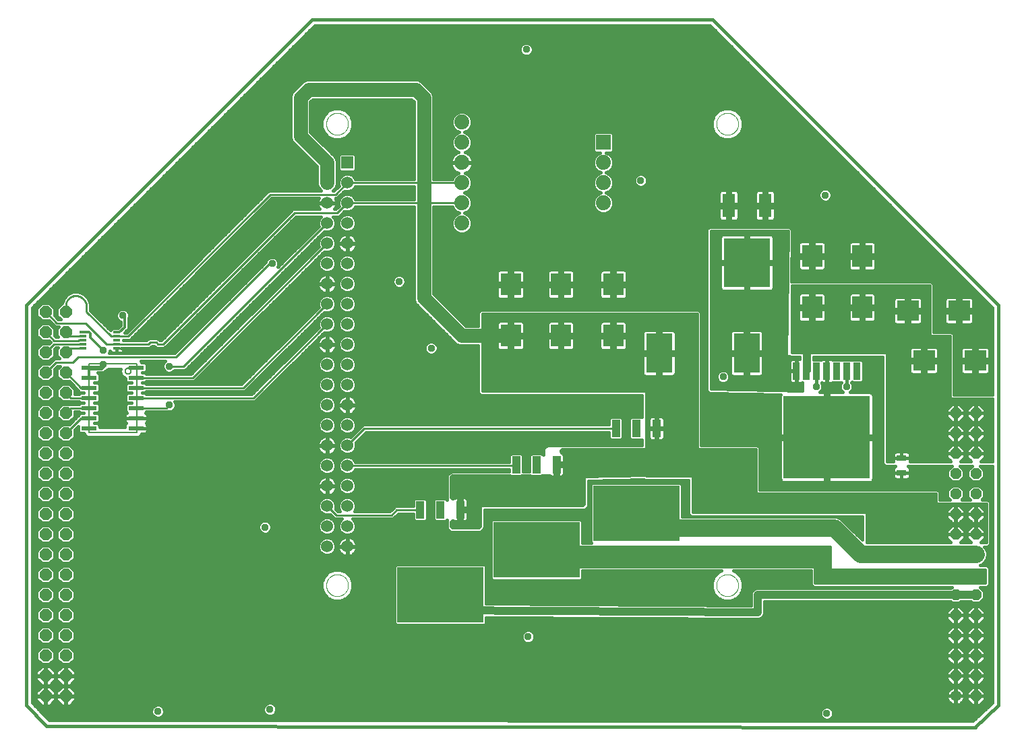
<source format=gbl>
G75*
%MOIN*%
%OFA0B0*%
%FSLAX25Y25*%
%IPPOS*%
%LPD*%
%AMOC8*
5,1,8,0,0,1.08239X$1,22.5*
%
%ADD10C,0.01600*%
%ADD11C,0.00000*%
%ADD12R,0.06000X0.06000*%
%ADD13C,0.06000*%
%ADD14R,0.07400X0.07400*%
%ADD15C,0.07400*%
%ADD16OC8,0.06000*%
%ADD17C,0.05400*%
%ADD18OC8,0.05400*%
%ADD19R,0.03500X0.01201*%
%ADD20R,0.07799X0.02098*%
%ADD21C,0.00500*%
%ADD22R,0.42500X0.27500*%
%ADD23R,0.04200X0.08500*%
%ADD24R,0.22835X0.24409*%
%ADD25R,0.06299X0.11811*%
%ADD26R,0.03600X0.08500*%
%ADD27R,0.42500X0.41000*%
%ADD28R,0.04724X0.03150*%
%ADD29R,0.12992X0.19291*%
%ADD30R,0.10039X0.10906*%
%ADD31R,0.10906X0.10039*%
%ADD32C,0.03762*%
%ADD33C,0.03200*%
%ADD34C,0.07000*%
%ADD35C,0.01200*%
%ADD36C,0.02400*%
%ADD37C,0.01000*%
%ADD38C,0.08600*%
%ADD39C,0.04000*%
D10*
X0058905Y0179884D02*
X0048884Y0190305D01*
X0048884Y0388295D01*
X0190305Y0529716D01*
X0388295Y0529716D01*
X0529716Y0388295D01*
X0529716Y0190305D01*
X0518095Y0179184D01*
X0518195Y0179316D02*
X0059005Y0179916D01*
X0060195Y0183015D02*
X0051984Y0191554D01*
X0051984Y0387011D01*
X0191589Y0526616D01*
X0387011Y0526616D01*
X0526616Y0387011D01*
X0526616Y0344045D01*
X0507749Y0344045D01*
X0507749Y0373756D01*
X0506460Y0375045D01*
X0497749Y0375045D01*
X0497749Y0398756D01*
X0496460Y0400045D01*
X0427349Y0400045D01*
X0427734Y0423919D01*
X0427749Y0423934D01*
X0427749Y0424827D01*
X0427763Y0425721D01*
X0427749Y0425735D01*
X0427749Y0425756D01*
X0427116Y0426388D01*
X0426495Y0427030D01*
X0426474Y0427030D01*
X0426460Y0427045D01*
X0425566Y0427045D01*
X0424673Y0427059D01*
X0424658Y0427045D01*
X0386637Y0427045D01*
X0385349Y0425756D01*
X0385349Y0346869D01*
X0385329Y0345983D01*
X0385349Y0345962D01*
X0385349Y0345934D01*
X0385976Y0345306D01*
X0386589Y0344666D01*
X0386617Y0344665D01*
X0386637Y0344645D01*
X0387524Y0344645D01*
X0421879Y0343882D01*
X0421799Y0343582D01*
X0421799Y0323645D01*
X0444048Y0323645D01*
X0444048Y0322045D01*
X0421799Y0322045D01*
X0421799Y0302108D01*
X0421921Y0301650D01*
X0422158Y0301240D01*
X0422493Y0300905D01*
X0422904Y0300668D01*
X0423362Y0300545D01*
X0444049Y0300545D01*
X0444049Y0322045D01*
X0445649Y0322045D01*
X0445649Y0323645D01*
X0467899Y0323645D01*
X0467899Y0343582D01*
X0467776Y0344040D01*
X0467539Y0344450D01*
X0467204Y0344785D01*
X0466793Y0345022D01*
X0466336Y0345145D01*
X0456489Y0345145D01*
X0457330Y0345986D01*
X0457830Y0347192D01*
X0457830Y0348498D01*
X0457330Y0349704D01*
X0457049Y0349985D01*
X0457049Y0349995D01*
X0457228Y0349995D01*
X0457349Y0350115D01*
X0457469Y0349995D01*
X0462228Y0349995D01*
X0463049Y0350815D01*
X0463049Y0360475D01*
X0462228Y0361295D01*
X0457469Y0361295D01*
X0457349Y0361175D01*
X0457228Y0361295D01*
X0452469Y0361295D01*
X0452349Y0361175D01*
X0452228Y0361295D01*
X0447794Y0361295D01*
X0447754Y0361335D01*
X0447343Y0361572D01*
X0446886Y0361695D01*
X0444949Y0361695D01*
X0444949Y0355745D01*
X0444749Y0355745D01*
X0444749Y0361695D01*
X0442812Y0361695D01*
X0442354Y0361572D01*
X0441943Y0361335D01*
X0441903Y0361295D01*
X0438249Y0361295D01*
X0438249Y0362645D01*
X0472349Y0362645D01*
X0472349Y0309934D01*
X0473637Y0308645D01*
X0478798Y0308645D01*
X0478790Y0308643D01*
X0478380Y0308406D01*
X0478044Y0308071D01*
X0477807Y0307660D01*
X0477685Y0307202D01*
X0477685Y0305391D01*
X0481847Y0305391D01*
X0486009Y0305391D01*
X0486009Y0307202D01*
X0485887Y0307660D01*
X0485650Y0308071D01*
X0485314Y0308406D01*
X0484904Y0308643D01*
X0484896Y0308645D01*
X0506550Y0308645D01*
X0504449Y0306543D01*
X0504449Y0303147D01*
X0506850Y0300745D01*
X0510247Y0300745D01*
X0512649Y0303147D01*
X0512649Y0306543D01*
X0510547Y0308645D01*
X0516550Y0308645D01*
X0514449Y0306543D01*
X0514449Y0303147D01*
X0516850Y0300745D01*
X0520247Y0300745D01*
X0522649Y0303147D01*
X0522649Y0306543D01*
X0520547Y0308645D01*
X0526616Y0308645D01*
X0526616Y0191629D01*
X0516991Y0182418D01*
X0060195Y0183015D01*
X0059629Y0183603D02*
X0442850Y0183603D01*
X0442990Y0183463D02*
X0444196Y0182964D01*
X0445501Y0182964D01*
X0446707Y0183463D01*
X0447630Y0184386D01*
X0448130Y0185592D01*
X0448130Y0186898D01*
X0447630Y0188104D01*
X0446707Y0189027D01*
X0445501Y0189526D01*
X0444196Y0189526D01*
X0442990Y0189027D01*
X0442067Y0188104D01*
X0441567Y0186898D01*
X0441567Y0185592D01*
X0442067Y0184386D01*
X0442990Y0183463D01*
X0441729Y0185202D02*
X0170917Y0185202D01*
X0171307Y0185363D02*
X0172230Y0186286D01*
X0172730Y0187492D01*
X0172730Y0188798D01*
X0172230Y0190004D01*
X0171307Y0190927D01*
X0170101Y0191426D01*
X0168796Y0191426D01*
X0167590Y0190927D01*
X0166667Y0190004D01*
X0166167Y0188798D01*
X0166167Y0187492D01*
X0166667Y0186286D01*
X0167590Y0185363D01*
X0168796Y0184864D01*
X0170101Y0184864D01*
X0171307Y0185363D01*
X0172443Y0186800D02*
X0441567Y0186800D01*
X0442362Y0188399D02*
X0172730Y0188399D01*
X0172233Y0189997D02*
X0524911Y0189997D01*
X0523241Y0188399D02*
X0447335Y0188399D01*
X0448130Y0186800D02*
X0521570Y0186800D01*
X0519900Y0185202D02*
X0447968Y0185202D01*
X0446847Y0183603D02*
X0518230Y0183603D01*
X0518449Y0190345D02*
X0518449Y0194745D01*
X0518649Y0194745D01*
X0518649Y0194945D01*
X0523049Y0194945D01*
X0523049Y0196709D01*
X0520412Y0199345D01*
X0518649Y0199345D01*
X0518649Y0194945D01*
X0518449Y0194945D01*
X0518449Y0199345D01*
X0516685Y0199345D01*
X0514049Y0196709D01*
X0514049Y0194945D01*
X0518448Y0194945D01*
X0518448Y0194745D01*
X0514049Y0194745D01*
X0514049Y0192981D01*
X0516685Y0190345D01*
X0518449Y0190345D01*
X0518649Y0190345D02*
X0520412Y0190345D01*
X0523049Y0192981D01*
X0523049Y0194745D01*
X0518649Y0194745D01*
X0518649Y0190345D01*
X0518649Y0191596D02*
X0518449Y0191596D01*
X0518449Y0193194D02*
X0518649Y0193194D01*
X0518649Y0194793D02*
X0526616Y0194793D01*
X0526616Y0196391D02*
X0523049Y0196391D01*
X0521768Y0197990D02*
X0526616Y0197990D01*
X0526616Y0199588D02*
X0070593Y0199588D01*
X0070537Y0199645D02*
X0068749Y0199645D01*
X0068749Y0195045D01*
X0073349Y0195045D01*
X0073349Y0196833D01*
X0070537Y0199645D01*
X0070537Y0200045D02*
X0073349Y0202857D01*
X0073349Y0204645D01*
X0068749Y0204645D01*
X0068749Y0205045D01*
X0073349Y0205045D01*
X0073349Y0206833D01*
X0070537Y0209645D01*
X0068749Y0209645D01*
X0068749Y0205045D01*
X0068349Y0205045D01*
X0068349Y0209645D01*
X0066560Y0209645D01*
X0063749Y0206833D01*
X0063749Y0205045D01*
X0068348Y0205045D01*
X0068348Y0204645D01*
X0063749Y0204645D01*
X0063749Y0202857D01*
X0066560Y0200045D01*
X0068349Y0200045D01*
X0068349Y0204645D01*
X0068749Y0204645D01*
X0068749Y0200045D01*
X0070537Y0200045D01*
X0071679Y0201187D02*
X0505843Y0201187D01*
X0506685Y0200345D02*
X0504049Y0202981D01*
X0504049Y0204745D01*
X0508448Y0204745D01*
X0508448Y0204945D01*
X0504049Y0204945D01*
X0504049Y0206709D01*
X0506685Y0209345D01*
X0508449Y0209345D01*
X0508449Y0204945D01*
X0508649Y0204945D01*
X0513049Y0204945D01*
X0513049Y0206709D01*
X0510412Y0209345D01*
X0508649Y0209345D01*
X0508649Y0204945D01*
X0508649Y0204745D01*
X0513049Y0204745D01*
X0513049Y0202981D01*
X0510412Y0200345D01*
X0508649Y0200345D01*
X0508649Y0204745D01*
X0508449Y0204745D01*
X0508449Y0200345D01*
X0506685Y0200345D01*
X0506821Y0199015D02*
X0506190Y0198694D01*
X0505617Y0198277D01*
X0505116Y0197777D01*
X0504700Y0197203D01*
X0504378Y0196572D01*
X0504159Y0195899D01*
X0504049Y0195199D01*
X0504049Y0194945D01*
X0508448Y0194945D01*
X0508448Y0194745D01*
X0504049Y0194745D01*
X0504049Y0194491D01*
X0504159Y0193791D01*
X0504378Y0193118D01*
X0504700Y0192486D01*
X0505116Y0191913D01*
X0505617Y0191413D01*
X0506190Y0190996D01*
X0506821Y0190675D01*
X0507495Y0190456D01*
X0508194Y0190345D01*
X0508449Y0190345D01*
X0508449Y0194745D01*
X0508649Y0194745D01*
X0508649Y0194945D01*
X0513049Y0194945D01*
X0513049Y0195199D01*
X0512938Y0195899D01*
X0512719Y0196572D01*
X0512397Y0197203D01*
X0511981Y0197777D01*
X0511480Y0198277D01*
X0510907Y0198694D01*
X0510276Y0199015D01*
X0509602Y0199234D01*
X0508903Y0199345D01*
X0508649Y0199345D01*
X0508649Y0194945D01*
X0508449Y0194945D01*
X0508449Y0199345D01*
X0508194Y0199345D01*
X0507495Y0199234D01*
X0506821Y0199015D01*
X0505330Y0197990D02*
X0072192Y0197990D01*
X0073349Y0196391D02*
X0504319Y0196391D01*
X0504353Y0193194D02*
X0073349Y0193194D01*
X0073349Y0192857D02*
X0073349Y0194645D01*
X0068749Y0194645D01*
X0068749Y0195045D01*
X0068349Y0195045D01*
X0068349Y0199645D01*
X0066560Y0199645D01*
X0063749Y0196833D01*
X0063749Y0195045D01*
X0068348Y0195045D01*
X0068348Y0194645D01*
X0063749Y0194645D01*
X0063749Y0192857D01*
X0066560Y0190045D01*
X0068349Y0190045D01*
X0068349Y0194645D01*
X0068749Y0194645D01*
X0068749Y0190045D01*
X0070537Y0190045D01*
X0073349Y0192857D01*
X0072088Y0191596D02*
X0505434Y0191596D01*
X0508449Y0191596D02*
X0508649Y0191596D01*
X0508649Y0190345D02*
X0508649Y0194745D01*
X0513049Y0194745D01*
X0513049Y0194491D01*
X0512938Y0193791D01*
X0512719Y0193118D01*
X0512397Y0192486D01*
X0511981Y0191913D01*
X0511480Y0191413D01*
X0510907Y0190996D01*
X0510276Y0190675D01*
X0509602Y0190456D01*
X0508903Y0190345D01*
X0508649Y0190345D01*
X0508649Y0193194D02*
X0508449Y0193194D01*
X0508448Y0194793D02*
X0068749Y0194793D01*
X0068348Y0194793D02*
X0058749Y0194793D01*
X0058749Y0194645D02*
X0058749Y0195045D01*
X0063349Y0195045D01*
X0063349Y0196833D01*
X0060537Y0199645D01*
X0058749Y0199645D01*
X0058749Y0195045D01*
X0058349Y0195045D01*
X0058349Y0199645D01*
X0056560Y0199645D01*
X0053749Y0196833D01*
X0053749Y0195045D01*
X0058348Y0195045D01*
X0058348Y0194645D01*
X0053749Y0194645D01*
X0053749Y0192857D01*
X0056560Y0190045D01*
X0058349Y0190045D01*
X0058349Y0194645D01*
X0058749Y0194645D01*
X0063349Y0194645D01*
X0063349Y0192857D01*
X0060537Y0190045D01*
X0058749Y0190045D01*
X0058749Y0194645D01*
X0058348Y0194793D02*
X0051984Y0194793D01*
X0051984Y0196391D02*
X0053749Y0196391D01*
X0054905Y0197990D02*
X0051984Y0197990D01*
X0051984Y0199588D02*
X0056504Y0199588D01*
X0056560Y0200045D02*
X0053749Y0202857D01*
X0053749Y0204645D01*
X0058348Y0204645D01*
X0058348Y0205045D01*
X0053749Y0205045D01*
X0053749Y0206833D01*
X0056560Y0209645D01*
X0058349Y0209645D01*
X0058349Y0205045D01*
X0058749Y0205045D01*
X0063349Y0205045D01*
X0063349Y0206833D01*
X0060537Y0209645D01*
X0058749Y0209645D01*
X0058749Y0205045D01*
X0058749Y0204645D01*
X0063349Y0204645D01*
X0063349Y0202857D01*
X0060537Y0200045D01*
X0058749Y0200045D01*
X0058749Y0204645D01*
X0058349Y0204645D01*
X0058349Y0200045D01*
X0056560Y0200045D01*
X0055418Y0201187D02*
X0051984Y0201187D01*
X0051984Y0202785D02*
X0053820Y0202785D01*
X0053749Y0204384D02*
X0051984Y0204384D01*
X0051984Y0205982D02*
X0053749Y0205982D01*
X0054496Y0207581D02*
X0051984Y0207581D01*
X0051984Y0209179D02*
X0056095Y0209179D01*
X0056726Y0210445D02*
X0060371Y0210445D01*
X0062949Y0213022D01*
X0062949Y0216667D01*
X0060371Y0219245D01*
X0056726Y0219245D01*
X0054149Y0216667D01*
X0054149Y0213022D01*
X0056726Y0210445D01*
X0056393Y0210778D02*
X0051984Y0210778D01*
X0051984Y0212376D02*
X0054794Y0212376D01*
X0054149Y0213975D02*
X0051984Y0213975D01*
X0051984Y0215573D02*
X0054149Y0215573D01*
X0054653Y0217172D02*
X0051984Y0217172D01*
X0051984Y0218771D02*
X0056252Y0218771D01*
X0056726Y0220445D02*
X0060371Y0220445D01*
X0062949Y0223022D01*
X0062949Y0226667D01*
X0060371Y0229245D01*
X0056726Y0229245D01*
X0054149Y0226667D01*
X0054149Y0223022D01*
X0056726Y0220445D01*
X0055203Y0221968D02*
X0051984Y0221968D01*
X0051984Y0223566D02*
X0054149Y0223566D01*
X0054149Y0225165D02*
X0051984Y0225165D01*
X0051984Y0226763D02*
X0054244Y0226763D01*
X0055843Y0228362D02*
X0051984Y0228362D01*
X0051984Y0229960D02*
X0231703Y0229960D01*
X0231919Y0229745D02*
X0275578Y0229745D01*
X0276399Y0230565D01*
X0276399Y0233706D01*
X0409962Y0232849D01*
X0409972Y0232845D01*
X0410637Y0232845D01*
X0411303Y0232841D01*
X0411314Y0232845D01*
X0411325Y0232845D01*
X0411940Y0233100D01*
X0412556Y0233350D01*
X0412564Y0233358D01*
X0412574Y0233363D01*
X0413045Y0233833D01*
X0413519Y0234301D01*
X0413523Y0234311D01*
X0413531Y0234319D01*
X0413785Y0234934D01*
X0414044Y0235547D01*
X0414044Y0235558D01*
X0414049Y0235569D01*
X0414049Y0236234D01*
X0414053Y0236899D01*
X0414049Y0236910D01*
X0414049Y0241445D01*
X0506150Y0241445D01*
X0506850Y0240745D01*
X0510247Y0240745D01*
X0510947Y0241445D01*
X0516150Y0241445D01*
X0516850Y0240745D01*
X0520247Y0240745D01*
X0522649Y0243147D01*
X0522649Y0246543D01*
X0520547Y0248645D01*
X0524136Y0248645D01*
X0525249Y0249758D01*
X0525249Y0258432D01*
X0524136Y0259545D01*
X0520648Y0259545D01*
X0521777Y0260013D01*
X0523381Y0261616D01*
X0524249Y0263711D01*
X0524249Y0265979D01*
X0523381Y0268074D01*
X0522810Y0268645D01*
X0524460Y0268645D01*
X0525749Y0269934D01*
X0525749Y0290756D01*
X0524460Y0292045D01*
X0521547Y0292045D01*
X0522649Y0293147D01*
X0522649Y0296543D01*
X0520247Y0298945D01*
X0516850Y0298945D01*
X0514449Y0296543D01*
X0514449Y0293147D01*
X0515550Y0292045D01*
X0511547Y0292045D01*
X0512649Y0293147D01*
X0512649Y0296543D01*
X0510247Y0298945D01*
X0506850Y0298945D01*
X0504449Y0296543D01*
X0504449Y0293147D01*
X0505550Y0292045D01*
X0500749Y0292045D01*
X0500749Y0295756D01*
X0499460Y0297045D01*
X0411749Y0297045D01*
X0411749Y0317756D01*
X0410460Y0319045D01*
X0382749Y0319045D01*
X0382749Y0384756D01*
X0381460Y0386045D01*
X0273637Y0386045D01*
X0272349Y0384756D01*
X0272349Y0378068D01*
X0266255Y0378068D01*
X0250449Y0393875D01*
X0250449Y0436925D01*
X0259582Y0436925D01*
X0260025Y0435856D01*
X0261460Y0434421D01*
X0263093Y0433745D01*
X0261460Y0433069D01*
X0260025Y0431634D01*
X0259249Y0429759D01*
X0259249Y0427730D01*
X0260025Y0425856D01*
X0261460Y0424421D01*
X0263334Y0423645D01*
X0265363Y0423645D01*
X0267237Y0424421D01*
X0268672Y0425856D01*
X0269449Y0427730D01*
X0269449Y0429759D01*
X0268672Y0431634D01*
X0267237Y0433069D01*
X0265604Y0433745D01*
X0267237Y0434421D01*
X0268672Y0435856D01*
X0269449Y0437730D01*
X0269449Y0439759D01*
X0268672Y0441634D01*
X0267237Y0443069D01*
X0265604Y0443745D01*
X0267237Y0444421D01*
X0268672Y0445856D01*
X0269449Y0447730D01*
X0269449Y0449759D01*
X0268672Y0451634D01*
X0267237Y0453069D01*
X0266112Y0453535D01*
X0266460Y0453648D01*
X0267231Y0454041D01*
X0267932Y0454550D01*
X0268544Y0455162D01*
X0269053Y0455862D01*
X0269446Y0456634D01*
X0269713Y0457457D01*
X0269849Y0458312D01*
X0269849Y0458545D01*
X0264549Y0458545D01*
X0264549Y0458945D01*
X0269849Y0458945D01*
X0269849Y0459178D01*
X0269713Y0460033D01*
X0269446Y0460856D01*
X0269053Y0461628D01*
X0268544Y0462328D01*
X0267932Y0462940D01*
X0267231Y0463449D01*
X0266460Y0463842D01*
X0266112Y0463955D01*
X0267237Y0464421D01*
X0268672Y0465856D01*
X0269449Y0467730D01*
X0269449Y0469759D01*
X0268672Y0471634D01*
X0267237Y0473069D01*
X0265604Y0473745D01*
X0267237Y0474421D01*
X0268672Y0475856D01*
X0269449Y0477730D01*
X0269449Y0479759D01*
X0268672Y0481634D01*
X0267237Y0483069D01*
X0265363Y0483845D01*
X0263334Y0483845D01*
X0261460Y0483069D01*
X0260025Y0481634D01*
X0259249Y0479759D01*
X0259249Y0477730D01*
X0259249Y0477729D02*
X0250449Y0477729D01*
X0250449Y0476131D02*
X0259911Y0476131D01*
X0260025Y0475856D02*
X0261460Y0474421D01*
X0263093Y0473745D01*
X0261460Y0473069D01*
X0260025Y0471634D01*
X0259249Y0469759D01*
X0259249Y0467730D01*
X0260025Y0465856D01*
X0261460Y0464421D01*
X0262585Y0463955D01*
X0262237Y0463842D01*
X0261466Y0463449D01*
X0260766Y0462940D01*
X0260153Y0462328D01*
X0259645Y0461628D01*
X0259252Y0460856D01*
X0258984Y0460033D01*
X0258849Y0459178D01*
X0258849Y0458945D01*
X0264148Y0458945D01*
X0264148Y0458545D01*
X0258849Y0458545D01*
X0258849Y0458312D01*
X0258984Y0457457D01*
X0259252Y0456634D01*
X0259645Y0455862D01*
X0260153Y0455162D01*
X0260766Y0454550D01*
X0261466Y0454041D01*
X0262237Y0453648D01*
X0262585Y0453535D01*
X0261460Y0453069D01*
X0260025Y0451634D01*
X0259615Y0450645D01*
X0250449Y0450645D01*
X0250449Y0491820D01*
X0249703Y0493621D01*
X0245703Y0497621D01*
X0244324Y0498999D01*
X0242523Y0499745D01*
X0187574Y0499745D01*
X0185773Y0498999D01*
X0181773Y0494999D01*
X0180395Y0493621D01*
X0179649Y0491820D01*
X0179649Y0471032D01*
X0180395Y0469231D01*
X0192830Y0456796D01*
X0192830Y0447851D01*
X0193576Y0446050D01*
X0194680Y0444945D01*
X0168862Y0444945D01*
X0167749Y0443832D01*
X0098630Y0374713D01*
X0097745Y0374713D01*
X0098377Y0375345D01*
X0099549Y0376517D01*
X0099549Y0381205D01*
X0099580Y0381236D01*
X0100080Y0382442D01*
X0100080Y0383748D01*
X0099580Y0384954D01*
X0098657Y0385877D01*
X0097451Y0386376D01*
X0096146Y0386376D01*
X0094940Y0385877D01*
X0094017Y0384954D01*
X0093517Y0383748D01*
X0093517Y0382442D01*
X0094017Y0381236D01*
X0094940Y0380313D01*
X0095549Y0380061D01*
X0095549Y0378173D01*
X0094158Y0376782D01*
X0091424Y0376782D01*
X0090604Y0375962D01*
X0090604Y0375777D01*
X0080749Y0385632D01*
X0080749Y0387228D01*
X0080775Y0388703D01*
X0079682Y0391480D01*
X0077610Y0393627D01*
X0074874Y0394818D01*
X0074106Y0394832D01*
X0074059Y0394875D01*
X0073327Y0394846D01*
X0072596Y0394859D01*
X0072550Y0394815D01*
X0071900Y0394789D01*
X0069407Y0393637D01*
X0069407Y0393637D01*
X0067544Y0391619D01*
X0066638Y0389157D01*
X0064149Y0386667D01*
X0064149Y0383022D01*
X0065926Y0381245D01*
X0064836Y0381245D01*
X0062949Y0383132D01*
X0062949Y0386667D01*
X0060371Y0389245D01*
X0056726Y0389245D01*
X0054149Y0386667D01*
X0054149Y0383022D01*
X0056726Y0380445D01*
X0060262Y0380445D01*
X0063262Y0377445D01*
X0064926Y0377445D01*
X0064149Y0376667D01*
X0064149Y0373022D01*
X0064626Y0372545D01*
X0063622Y0372545D01*
X0062949Y0373203D01*
X0062949Y0376667D01*
X0060371Y0379245D01*
X0056726Y0379245D01*
X0054149Y0376667D01*
X0054149Y0373022D01*
X0056726Y0370445D01*
X0060334Y0370445D01*
X0060948Y0369845D01*
X0060334Y0369245D01*
X0056726Y0369245D01*
X0054149Y0366667D01*
X0054149Y0363022D01*
X0056726Y0360445D01*
X0060371Y0360445D01*
X0062949Y0363022D01*
X0062949Y0366487D01*
X0063622Y0367145D01*
X0064626Y0367145D01*
X0064149Y0366667D01*
X0064149Y0363022D01*
X0065326Y0361845D01*
X0062862Y0361845D01*
X0061749Y0360732D01*
X0060262Y0359245D01*
X0056726Y0359245D01*
X0054149Y0356667D01*
X0054149Y0353022D01*
X0056726Y0350445D01*
X0060371Y0350445D01*
X0062949Y0353022D01*
X0062949Y0356558D01*
X0064436Y0358045D01*
X0065526Y0358045D01*
X0064149Y0356667D01*
X0064149Y0353022D01*
X0066726Y0350445D01*
X0070262Y0350445D01*
X0074648Y0346059D01*
X0074648Y0345716D01*
X0075468Y0344896D01*
X0077470Y0344896D01*
X0077470Y0344794D01*
X0075468Y0344794D01*
X0074919Y0344245D01*
X0072949Y0344245D01*
X0072949Y0346667D01*
X0070371Y0349245D01*
X0066726Y0349245D01*
X0064149Y0346667D01*
X0064149Y0343022D01*
X0066726Y0340445D01*
X0074919Y0340445D01*
X0075468Y0339896D01*
X0077470Y0339896D01*
X0077470Y0339794D01*
X0075468Y0339794D01*
X0074919Y0339245D01*
X0066726Y0339245D01*
X0064149Y0336667D01*
X0064149Y0333022D01*
X0066726Y0330445D01*
X0070371Y0330445D01*
X0072949Y0333022D01*
X0072949Y0335445D01*
X0074919Y0335445D01*
X0075468Y0334896D01*
X0077470Y0334896D01*
X0077470Y0334794D01*
X0075468Y0334794D01*
X0074648Y0333974D01*
X0074648Y0333631D01*
X0074149Y0333132D01*
X0070262Y0329245D01*
X0066726Y0329245D01*
X0064149Y0326667D01*
X0064149Y0323022D01*
X0066726Y0320445D01*
X0070371Y0320445D01*
X0072949Y0323022D01*
X0072949Y0326558D01*
X0074648Y0328257D01*
X0074648Y0325716D01*
X0075468Y0324896D01*
X0077470Y0324896D01*
X0077470Y0324869D01*
X0077858Y0323932D01*
X0078576Y0323215D01*
X0079513Y0322826D01*
X0104149Y0322826D01*
X0105087Y0323215D01*
X0105804Y0323932D01*
X0106038Y0324496D01*
X0107385Y0324496D01*
X0107843Y0324618D01*
X0108253Y0324855D01*
X0108589Y0325191D01*
X0108825Y0325601D01*
X0108948Y0326059D01*
X0108948Y0327345D01*
X0108948Y0328631D01*
X0108825Y0329089D01*
X0108589Y0329499D01*
X0108253Y0329835D01*
X0108235Y0329845D01*
X0108253Y0329855D01*
X0108589Y0330191D01*
X0108825Y0330601D01*
X0108948Y0331059D01*
X0108948Y0332345D01*
X0108948Y0333631D01*
X0108825Y0334089D01*
X0108589Y0334499D01*
X0108253Y0334835D01*
X0107882Y0335049D01*
X0108277Y0335445D01*
X0119036Y0335445D01*
X0119054Y0335464D01*
X0120301Y0335464D01*
X0121507Y0335963D01*
X0122430Y0336886D01*
X0122930Y0338092D01*
X0122930Y0339398D01*
X0122496Y0340445D01*
X0162036Y0340445D01*
X0196262Y0374671D01*
X0196854Y0374425D01*
X0198605Y0374425D01*
X0200222Y0375095D01*
X0201460Y0376333D01*
X0202130Y0377950D01*
X0202130Y0379700D01*
X0201460Y0381318D01*
X0200222Y0382555D01*
X0198605Y0383225D01*
X0196854Y0383225D01*
X0195237Y0382555D01*
X0194000Y0381318D01*
X0193330Y0379700D01*
X0193330Y0377950D01*
X0193575Y0377358D01*
X0160462Y0344245D01*
X0108277Y0344245D01*
X0107728Y0344794D01*
X0106192Y0344794D01*
X0106192Y0344896D01*
X0107728Y0344896D01*
X0108277Y0345445D01*
X0157036Y0345445D01*
X0196262Y0384671D01*
X0196854Y0384425D01*
X0198605Y0384425D01*
X0200222Y0385095D01*
X0201460Y0386333D01*
X0202130Y0387950D01*
X0202130Y0389700D01*
X0201460Y0391318D01*
X0200222Y0392555D01*
X0198605Y0393225D01*
X0196854Y0393225D01*
X0195237Y0392555D01*
X0194000Y0391318D01*
X0193330Y0389700D01*
X0193330Y0387950D01*
X0193575Y0387358D01*
X0155462Y0349245D01*
X0108277Y0349245D01*
X0107728Y0349794D01*
X0106192Y0349794D01*
X0106192Y0349896D01*
X0107728Y0349896D01*
X0108277Y0350445D01*
X0132036Y0350445D01*
X0196262Y0414671D01*
X0196854Y0414425D01*
X0198605Y0414425D01*
X0200222Y0415095D01*
X0201460Y0416333D01*
X0202130Y0417950D01*
X0202130Y0419700D01*
X0201460Y0421318D01*
X0200222Y0422555D01*
X0198605Y0423225D01*
X0196854Y0423225D01*
X0195237Y0422555D01*
X0194000Y0421318D01*
X0193330Y0419700D01*
X0193330Y0417950D01*
X0193575Y0417358D01*
X0130462Y0354245D01*
X0108277Y0354245D01*
X0107728Y0354794D01*
X0106192Y0354794D01*
X0106192Y0354896D01*
X0107728Y0354896D01*
X0108548Y0355716D01*
X0108548Y0358974D01*
X0107728Y0359794D01*
X0106171Y0359794D01*
X0105818Y0360645D01*
X0117708Y0360645D01*
X0116867Y0359804D01*
X0116367Y0358598D01*
X0116367Y0357292D01*
X0116867Y0356086D01*
X0117790Y0355163D01*
X0118996Y0354664D01*
X0120301Y0354664D01*
X0121507Y0355163D01*
X0122389Y0356045D01*
X0127636Y0356045D01*
X0196262Y0424671D01*
X0196854Y0424425D01*
X0198605Y0424425D01*
X0200222Y0425095D01*
X0201460Y0426333D01*
X0202130Y0427950D01*
X0202130Y0429700D01*
X0201460Y0431318D01*
X0200832Y0431945D01*
X0203536Y0431945D01*
X0206262Y0434671D01*
X0206854Y0434425D01*
X0208605Y0434425D01*
X0210222Y0435095D01*
X0211460Y0436333D01*
X0211705Y0436925D01*
X0240649Y0436925D01*
X0240649Y0390870D01*
X0241395Y0389069D01*
X0242773Y0387691D01*
X0261450Y0369014D01*
X0263251Y0368268D01*
X0272349Y0368268D01*
X0272349Y0344934D01*
X0273637Y0343645D01*
X0353349Y0343645D01*
X0353349Y0332875D01*
X0353328Y0332895D01*
X0347969Y0332895D01*
X0347149Y0332075D01*
X0347149Y0322415D01*
X0347969Y0321595D01*
X0353328Y0321595D01*
X0353349Y0321615D01*
X0353349Y0318845D01*
X0306952Y0318845D01*
X0305849Y0318388D01*
X0305005Y0317544D01*
X0304549Y0316442D01*
X0304549Y0314275D01*
X0304028Y0314795D01*
X0298669Y0314795D01*
X0297849Y0313975D01*
X0297849Y0305845D01*
X0294849Y0305845D01*
X0294849Y0313975D01*
X0294028Y0314795D01*
X0288669Y0314795D01*
X0287849Y0313975D01*
X0287849Y0310725D01*
X0211705Y0310725D01*
X0211460Y0311318D01*
X0210222Y0312555D01*
X0208605Y0313225D01*
X0206854Y0313225D01*
X0205237Y0312555D01*
X0204000Y0311318D01*
X0203330Y0309700D01*
X0203330Y0307950D01*
X0204000Y0306333D01*
X0205237Y0305095D01*
X0206854Y0304425D01*
X0208605Y0304425D01*
X0210222Y0305095D01*
X0211460Y0306333D01*
X0211705Y0306925D01*
X0287849Y0306925D01*
X0287849Y0305845D01*
X0259452Y0305845D01*
X0258349Y0305388D01*
X0257505Y0304544D01*
X0257049Y0303442D01*
X0257049Y0291975D01*
X0256428Y0292595D01*
X0251069Y0292595D01*
X0250249Y0291775D01*
X0250249Y0282115D01*
X0251069Y0281295D01*
X0256428Y0281295D01*
X0257049Y0281915D01*
X0257049Y0278248D01*
X0257505Y0277146D01*
X0258349Y0276302D01*
X0259452Y0275845D01*
X0273145Y0275845D01*
X0274248Y0276302D01*
X0275092Y0277146D01*
X0275549Y0278248D01*
X0275549Y0286845D01*
X0324645Y0286845D01*
X0325748Y0287302D01*
X0326592Y0288146D01*
X0327049Y0289248D01*
X0327049Y0301407D01*
X0354301Y0301981D01*
X0354637Y0301645D01*
X0376349Y0301645D01*
X0376349Y0284934D01*
X0377637Y0283645D01*
X0462349Y0283645D01*
X0462349Y0272106D01*
X0453381Y0281074D01*
X0451777Y0282677D01*
X0449682Y0283545D01*
X0373299Y0283545D01*
X0373299Y0299525D01*
X0372478Y0300345D01*
X0328819Y0300345D01*
X0327999Y0299525D01*
X0327999Y0270865D01*
X0328219Y0270645D01*
X0323999Y0270645D01*
X0323999Y0281425D01*
X0323178Y0282245D01*
X0279519Y0282245D01*
X0278699Y0281425D01*
X0278699Y0252765D01*
X0279519Y0251945D01*
X0323178Y0251945D01*
X0323999Y0252765D01*
X0323999Y0256745D01*
X0392745Y0256745D01*
X0391281Y0256138D01*
X0389111Y0253969D01*
X0387937Y0251134D01*
X0387937Y0248065D01*
X0389111Y0245230D01*
X0391281Y0243060D01*
X0394116Y0241886D01*
X0397184Y0241886D01*
X0400019Y0243060D01*
X0402189Y0245230D01*
X0403363Y0248065D01*
X0403363Y0251134D01*
X0402189Y0253969D01*
X0400019Y0256138D01*
X0398555Y0256745D01*
X0436949Y0256745D01*
X0436949Y0249758D01*
X0438062Y0248645D01*
X0506550Y0248645D01*
X0506150Y0248245D01*
X0409972Y0248245D01*
X0408723Y0247727D01*
X0407766Y0246771D01*
X0407249Y0245521D01*
X0407249Y0239667D01*
X0276399Y0240506D01*
X0276399Y0259225D01*
X0275578Y0260045D01*
X0231919Y0260045D01*
X0231099Y0259225D01*
X0231099Y0230565D01*
X0231919Y0229745D01*
X0231099Y0231559D02*
X0071485Y0231559D01*
X0070371Y0230445D02*
X0072949Y0233022D01*
X0072949Y0236667D01*
X0070371Y0239245D01*
X0066726Y0239245D01*
X0064149Y0236667D01*
X0064149Y0233022D01*
X0066726Y0230445D01*
X0070371Y0230445D01*
X0070371Y0229245D02*
X0066726Y0229245D01*
X0064149Y0226667D01*
X0064149Y0223022D01*
X0066726Y0220445D01*
X0070371Y0220445D01*
X0072949Y0223022D01*
X0072949Y0226667D01*
X0070371Y0229245D01*
X0071254Y0228362D02*
X0505701Y0228362D01*
X0506685Y0229345D02*
X0504049Y0226709D01*
X0504049Y0224945D01*
X0508448Y0224945D01*
X0508448Y0224745D01*
X0504049Y0224745D01*
X0504049Y0222981D01*
X0506685Y0220345D01*
X0508449Y0220345D01*
X0508449Y0224745D01*
X0508649Y0224745D01*
X0508649Y0224945D01*
X0513049Y0224945D01*
X0513049Y0226709D01*
X0510412Y0229345D01*
X0508649Y0229345D01*
X0508649Y0224945D01*
X0508449Y0224945D01*
X0508449Y0229345D01*
X0506685Y0229345D01*
X0506685Y0230345D02*
X0504049Y0232981D01*
X0504049Y0234745D01*
X0508448Y0234745D01*
X0508448Y0234945D01*
X0504049Y0234945D01*
X0504049Y0236709D01*
X0506685Y0239345D01*
X0508449Y0239345D01*
X0508449Y0234945D01*
X0508649Y0234945D01*
X0513049Y0234945D01*
X0513049Y0236709D01*
X0510412Y0239345D01*
X0508649Y0239345D01*
X0508649Y0234945D01*
X0508649Y0234745D01*
X0513049Y0234745D01*
X0513049Y0232981D01*
X0510412Y0230345D01*
X0508649Y0230345D01*
X0508649Y0234745D01*
X0508449Y0234745D01*
X0508449Y0230345D01*
X0506685Y0230345D01*
X0505471Y0231559D02*
X0276399Y0231559D01*
X0276399Y0233157D02*
X0361972Y0233157D01*
X0388815Y0245945D02*
X0276399Y0245945D01*
X0276399Y0244347D02*
X0389994Y0244347D01*
X0392034Y0242748D02*
X0276399Y0242748D01*
X0276399Y0241150D02*
X0407249Y0241150D01*
X0407249Y0242748D02*
X0399266Y0242748D01*
X0401306Y0244347D02*
X0407249Y0244347D01*
X0407424Y0245945D02*
X0402485Y0245945D01*
X0403148Y0247544D02*
X0408539Y0247544D01*
X0403363Y0249142D02*
X0437564Y0249142D01*
X0436949Y0250741D02*
X0403363Y0250741D01*
X0402864Y0252339D02*
X0436949Y0252339D01*
X0436949Y0253938D02*
X0402202Y0253938D01*
X0400621Y0255536D02*
X0436949Y0255536D01*
X0414049Y0241150D02*
X0506446Y0241150D01*
X0505292Y0237953D02*
X0414049Y0237953D01*
X0414049Y0239551D02*
X0526616Y0239551D01*
X0526616Y0237953D02*
X0521805Y0237953D01*
X0523049Y0236709D02*
X0520412Y0239345D01*
X0518649Y0239345D01*
X0518649Y0234945D01*
X0523049Y0234945D01*
X0523049Y0236709D01*
X0523049Y0236354D02*
X0526616Y0236354D01*
X0526616Y0234756D02*
X0518649Y0234756D01*
X0518649Y0234745D02*
X0518649Y0234945D01*
X0518449Y0234945D01*
X0518449Y0239345D01*
X0516685Y0239345D01*
X0514049Y0236709D01*
X0514049Y0234945D01*
X0518448Y0234945D01*
X0518448Y0234745D01*
X0514049Y0234745D01*
X0514049Y0232981D01*
X0516685Y0230345D01*
X0518449Y0230345D01*
X0518449Y0234745D01*
X0518649Y0234745D01*
X0523049Y0234745D01*
X0523049Y0232981D01*
X0520412Y0230345D01*
X0518649Y0230345D01*
X0518649Y0234745D01*
X0518448Y0234756D02*
X0508649Y0234756D01*
X0508448Y0234756D02*
X0413712Y0234756D01*
X0414049Y0236354D02*
X0504049Y0236354D01*
X0504049Y0233157D02*
X0412081Y0233157D01*
X0388153Y0247544D02*
X0276399Y0247544D01*
X0276399Y0249142D02*
X0387937Y0249142D01*
X0387937Y0250741D02*
X0276399Y0250741D01*
X0276399Y0252339D02*
X0279124Y0252339D01*
X0278699Y0253938D02*
X0276399Y0253938D01*
X0276399Y0255536D02*
X0278699Y0255536D01*
X0278699Y0257135D02*
X0276399Y0257135D01*
X0276399Y0258733D02*
X0278699Y0258733D01*
X0278699Y0260332D02*
X0051984Y0260332D01*
X0051984Y0261930D02*
X0055241Y0261930D01*
X0054149Y0263022D02*
X0056726Y0260445D01*
X0060371Y0260445D01*
X0062949Y0263022D01*
X0062949Y0266667D01*
X0060371Y0269245D01*
X0056726Y0269245D01*
X0054149Y0266667D01*
X0054149Y0263022D01*
X0054149Y0263529D02*
X0051984Y0263529D01*
X0051984Y0265127D02*
X0054149Y0265127D01*
X0054207Y0266726D02*
X0051984Y0266726D01*
X0051984Y0268324D02*
X0055805Y0268324D01*
X0056726Y0270445D02*
X0060371Y0270445D01*
X0062949Y0273022D01*
X0062949Y0276667D01*
X0060371Y0279245D01*
X0056726Y0279245D01*
X0054149Y0276667D01*
X0054149Y0273022D01*
X0056726Y0270445D01*
X0055650Y0271521D02*
X0051984Y0271521D01*
X0051984Y0269923D02*
X0193422Y0269923D01*
X0193330Y0269700D02*
X0193330Y0267950D01*
X0194000Y0266333D01*
X0195237Y0265095D01*
X0196854Y0264425D01*
X0198605Y0264425D01*
X0200222Y0265095D01*
X0201460Y0266333D01*
X0202130Y0267950D01*
X0202130Y0269700D01*
X0201460Y0271318D01*
X0200222Y0272555D01*
X0198605Y0273225D01*
X0196854Y0273225D01*
X0195237Y0272555D01*
X0194000Y0271318D01*
X0193330Y0269700D01*
X0193330Y0268324D02*
X0071292Y0268324D01*
X0070371Y0269245D02*
X0066726Y0269245D01*
X0064149Y0266667D01*
X0064149Y0263022D01*
X0066726Y0260445D01*
X0070371Y0260445D01*
X0072949Y0263022D01*
X0072949Y0266667D01*
X0070371Y0269245D01*
X0070371Y0270445D02*
X0072949Y0273022D01*
X0072949Y0276667D01*
X0070371Y0279245D01*
X0066726Y0279245D01*
X0064149Y0276667D01*
X0064149Y0273022D01*
X0066726Y0270445D01*
X0070371Y0270445D01*
X0071448Y0271521D02*
X0194203Y0271521D01*
X0196600Y0273120D02*
X0072949Y0273120D01*
X0072949Y0274718D02*
X0196147Y0274718D01*
X0196854Y0274425D02*
X0195237Y0275095D01*
X0194000Y0276333D01*
X0193330Y0277950D01*
X0193330Y0279700D01*
X0194000Y0281318D01*
X0195237Y0282555D01*
X0196854Y0283225D01*
X0198605Y0283225D01*
X0200222Y0282555D01*
X0201460Y0281318D01*
X0202130Y0279700D01*
X0202130Y0277950D01*
X0201460Y0276333D01*
X0200222Y0275095D01*
X0198605Y0274425D01*
X0196854Y0274425D01*
X0198859Y0273120D02*
X0205585Y0273120D01*
X0205887Y0273274D02*
X0205214Y0272931D01*
X0204603Y0272486D01*
X0204068Y0271952D01*
X0203624Y0271341D01*
X0203281Y0270668D01*
X0203048Y0269949D01*
X0202930Y0269203D01*
X0202930Y0269025D01*
X0207530Y0269025D01*
X0207530Y0268625D01*
X0207930Y0268625D01*
X0207930Y0269025D01*
X0212530Y0269025D01*
X0212530Y0269203D01*
X0212411Y0269949D01*
X0212178Y0270668D01*
X0211835Y0271341D01*
X0211391Y0271952D01*
X0210857Y0272486D01*
X0210245Y0272931D01*
X0209572Y0273274D01*
X0208854Y0273507D01*
X0208107Y0273625D01*
X0207930Y0273625D01*
X0207930Y0269025D01*
X0207530Y0269025D01*
X0207530Y0273625D01*
X0207352Y0273625D01*
X0206606Y0273507D01*
X0205887Y0273274D01*
X0206147Y0274718D02*
X0199313Y0274718D01*
X0201444Y0276317D02*
X0204015Y0276317D01*
X0204000Y0276333D02*
X0205237Y0275095D01*
X0206854Y0274425D01*
X0208605Y0274425D01*
X0210222Y0275095D01*
X0211460Y0276333D01*
X0212130Y0277950D01*
X0212130Y0279700D01*
X0211460Y0281318D01*
X0210332Y0282445D01*
X0230336Y0282445D01*
X0232936Y0285045D01*
X0240249Y0285045D01*
X0240249Y0282115D01*
X0241069Y0281295D01*
X0246428Y0281295D01*
X0247249Y0282115D01*
X0247249Y0291775D01*
X0246428Y0292595D01*
X0241069Y0292595D01*
X0240249Y0291775D01*
X0240249Y0288845D01*
X0231362Y0288845D01*
X0230249Y0287732D01*
X0228762Y0286245D01*
X0211372Y0286245D01*
X0211460Y0286333D01*
X0212130Y0287950D01*
X0212130Y0289700D01*
X0211460Y0291318D01*
X0210222Y0292555D01*
X0208605Y0293225D01*
X0206854Y0293225D01*
X0205237Y0292555D01*
X0204000Y0291318D01*
X0203330Y0289700D01*
X0203330Y0287950D01*
X0204000Y0286333D01*
X0204087Y0286245D01*
X0202997Y0286245D01*
X0201884Y0287358D01*
X0202130Y0287950D01*
X0202130Y0289700D01*
X0201460Y0291318D01*
X0200222Y0292555D01*
X0198605Y0293225D01*
X0196854Y0293225D01*
X0195237Y0292555D01*
X0194000Y0291318D01*
X0193330Y0289700D01*
X0193330Y0287950D01*
X0194000Y0286333D01*
X0195237Y0285095D01*
X0196854Y0284425D01*
X0198605Y0284425D01*
X0199197Y0284671D01*
X0200310Y0283558D01*
X0201423Y0282445D01*
X0205127Y0282445D01*
X0204000Y0281318D01*
X0203330Y0279700D01*
X0203330Y0277950D01*
X0204000Y0276333D01*
X0203344Y0277915D02*
X0202115Y0277915D01*
X0202130Y0279514D02*
X0203330Y0279514D01*
X0203915Y0281112D02*
X0201545Y0281112D01*
X0201157Y0282711D02*
X0199846Y0282711D01*
X0199558Y0284309D02*
X0072949Y0284309D01*
X0072949Y0283022D02*
X0072949Y0286667D01*
X0070371Y0289245D01*
X0066726Y0289245D01*
X0064149Y0286667D01*
X0064149Y0283022D01*
X0066726Y0280445D01*
X0070371Y0280445D01*
X0072949Y0283022D01*
X0072637Y0282711D02*
X0195613Y0282711D01*
X0193915Y0281112D02*
X0168921Y0281112D01*
X0168907Y0281127D02*
X0167701Y0281626D01*
X0166396Y0281626D01*
X0165190Y0281127D01*
X0164267Y0280204D01*
X0163767Y0278998D01*
X0163767Y0277692D01*
X0164267Y0276486D01*
X0165190Y0275563D01*
X0166396Y0275064D01*
X0167701Y0275064D01*
X0168907Y0275563D01*
X0169830Y0276486D01*
X0170330Y0277692D01*
X0170330Y0278998D01*
X0169830Y0280204D01*
X0168907Y0281127D01*
X0170116Y0279514D02*
X0193330Y0279514D01*
X0193344Y0277915D02*
X0170330Y0277915D01*
X0169661Y0276317D02*
X0194015Y0276317D01*
X0201256Y0271521D02*
X0203755Y0271521D01*
X0203044Y0269923D02*
X0202038Y0269923D01*
X0202930Y0268625D02*
X0202930Y0268447D01*
X0203048Y0267701D01*
X0203281Y0266983D01*
X0203624Y0266310D01*
X0204068Y0265698D01*
X0204603Y0265164D01*
X0205214Y0264720D01*
X0205887Y0264377D01*
X0206606Y0264143D01*
X0207352Y0264025D01*
X0207530Y0264025D01*
X0207530Y0268625D01*
X0202930Y0268625D01*
X0202949Y0268324D02*
X0202130Y0268324D01*
X0201623Y0266726D02*
X0203412Y0266726D01*
X0204653Y0265127D02*
X0200254Y0265127D01*
X0195205Y0265127D02*
X0072949Y0265127D01*
X0072949Y0263529D02*
X0278699Y0263529D01*
X0278699Y0265127D02*
X0210806Y0265127D01*
X0210857Y0265164D02*
X0211391Y0265698D01*
X0211835Y0266310D01*
X0212178Y0266983D01*
X0212411Y0267701D01*
X0212530Y0268447D01*
X0212530Y0268625D01*
X0207930Y0268625D01*
X0207930Y0264025D01*
X0208107Y0264025D01*
X0208854Y0264143D01*
X0209572Y0264377D01*
X0210245Y0264720D01*
X0210857Y0265164D01*
X0212047Y0266726D02*
X0278699Y0266726D01*
X0278699Y0268324D02*
X0212510Y0268324D01*
X0212416Y0269923D02*
X0278699Y0269923D01*
X0278699Y0271521D02*
X0211704Y0271521D01*
X0209874Y0273120D02*
X0278699Y0273120D01*
X0278699Y0274718D02*
X0209313Y0274718D01*
X0207930Y0273120D02*
X0207530Y0273120D01*
X0207530Y0271521D02*
X0207930Y0271521D01*
X0207930Y0269923D02*
X0207530Y0269923D01*
X0207530Y0268324D02*
X0207930Y0268324D01*
X0207930Y0266726D02*
X0207530Y0266726D01*
X0207530Y0265127D02*
X0207930Y0265127D01*
X0204700Y0257135D02*
X0231099Y0257135D01*
X0231099Y0258733D02*
X0070883Y0258733D01*
X0070371Y0259245D02*
X0066726Y0259245D01*
X0064149Y0256667D01*
X0064149Y0253022D01*
X0066726Y0250445D01*
X0070371Y0250445D01*
X0072949Y0253022D01*
X0072949Y0256667D01*
X0070371Y0259245D01*
X0072481Y0257135D02*
X0200773Y0257135D01*
X0201202Y0257313D02*
X0198367Y0256138D01*
X0196198Y0253969D01*
X0195023Y0251134D01*
X0195023Y0248065D01*
X0196198Y0245230D01*
X0198367Y0243060D01*
X0201202Y0241886D01*
X0204271Y0241886D01*
X0207106Y0243060D01*
X0209276Y0245230D01*
X0210450Y0248065D01*
X0210450Y0251134D01*
X0209276Y0253969D01*
X0207106Y0256138D01*
X0204271Y0257313D01*
X0201202Y0257313D01*
X0197765Y0255536D02*
X0072949Y0255536D01*
X0072949Y0253938D02*
X0196185Y0253938D01*
X0195523Y0252339D02*
X0072265Y0252339D01*
X0070667Y0250741D02*
X0195023Y0250741D01*
X0195023Y0249142D02*
X0070474Y0249142D01*
X0070371Y0249245D02*
X0066726Y0249245D01*
X0064149Y0246667D01*
X0064149Y0243022D01*
X0066726Y0240445D01*
X0070371Y0240445D01*
X0072949Y0243022D01*
X0072949Y0246667D01*
X0070371Y0249245D01*
X0072072Y0247544D02*
X0195239Y0247544D01*
X0195901Y0245945D02*
X0072949Y0245945D01*
X0072949Y0244347D02*
X0197081Y0244347D01*
X0199121Y0242748D02*
X0072674Y0242748D01*
X0071076Y0241150D02*
X0231099Y0241150D01*
X0231099Y0242748D02*
X0206353Y0242748D01*
X0208393Y0244347D02*
X0231099Y0244347D01*
X0231099Y0245945D02*
X0209572Y0245945D01*
X0210234Y0247544D02*
X0231099Y0247544D01*
X0231099Y0249142D02*
X0210450Y0249142D01*
X0210450Y0250741D02*
X0231099Y0250741D01*
X0231099Y0252339D02*
X0209951Y0252339D01*
X0209289Y0253938D02*
X0231099Y0253938D01*
X0231099Y0255536D02*
X0207708Y0255536D01*
X0193837Y0266726D02*
X0072890Y0266726D01*
X0071856Y0261930D02*
X0278699Y0261930D01*
X0278699Y0276317D02*
X0274263Y0276317D01*
X0275411Y0277915D02*
X0278699Y0277915D01*
X0278699Y0279514D02*
X0275549Y0279514D01*
X0275549Y0281112D02*
X0278699Y0281112D01*
X0275549Y0282711D02*
X0327999Y0282711D01*
X0327999Y0284309D02*
X0275549Y0284309D01*
X0275549Y0285908D02*
X0327999Y0285908D01*
X0327999Y0287507D02*
X0325953Y0287507D01*
X0326989Y0289105D02*
X0327999Y0289105D01*
X0327999Y0290704D02*
X0327049Y0290704D01*
X0327049Y0292302D02*
X0327999Y0292302D01*
X0327999Y0293901D02*
X0327049Y0293901D01*
X0327049Y0295499D02*
X0327999Y0295499D01*
X0327999Y0297098D02*
X0327049Y0297098D01*
X0327049Y0298696D02*
X0327999Y0298696D01*
X0328768Y0300295D02*
X0327049Y0300295D01*
X0327999Y0281112D02*
X0323999Y0281112D01*
X0323999Y0279514D02*
X0327999Y0279514D01*
X0327999Y0277915D02*
X0323999Y0277915D01*
X0323999Y0276317D02*
X0327999Y0276317D01*
X0327999Y0274718D02*
X0323999Y0274718D01*
X0323999Y0273120D02*
X0327999Y0273120D01*
X0327999Y0271521D02*
X0323999Y0271521D01*
X0323999Y0255536D02*
X0390679Y0255536D01*
X0389098Y0253938D02*
X0323999Y0253938D01*
X0323573Y0252339D02*
X0388436Y0252339D01*
X0376973Y0284309D02*
X0373299Y0284309D01*
X0373299Y0285908D02*
X0376349Y0285908D01*
X0376349Y0287507D02*
X0373299Y0287507D01*
X0373299Y0289105D02*
X0376349Y0289105D01*
X0376349Y0290704D02*
X0373299Y0290704D01*
X0373299Y0292302D02*
X0376349Y0292302D01*
X0376349Y0293901D02*
X0373299Y0293901D01*
X0373299Y0295499D02*
X0376349Y0295499D01*
X0376349Y0297098D02*
X0373299Y0297098D01*
X0373299Y0298696D02*
X0376349Y0298696D01*
X0376349Y0300295D02*
X0372529Y0300295D01*
X0378549Y0300295D02*
X0409549Y0300295D01*
X0409549Y0301893D02*
X0378549Y0301893D01*
X0378549Y0303492D02*
X0409549Y0303492D01*
X0409549Y0305090D02*
X0378549Y0305090D01*
X0378549Y0306689D02*
X0409549Y0306689D01*
X0409549Y0308287D02*
X0378549Y0308287D01*
X0378549Y0309886D02*
X0409549Y0309886D01*
X0409549Y0311484D02*
X0378549Y0311484D01*
X0378549Y0313083D02*
X0409549Y0313083D01*
X0409549Y0314681D02*
X0378549Y0314681D01*
X0378549Y0316280D02*
X0409549Y0316280D01*
X0409549Y0316845D02*
X0409549Y0294845D01*
X0498549Y0294845D01*
X0498549Y0289845D01*
X0523549Y0289845D01*
X0523549Y0270845D01*
X0520912Y0270845D01*
X0523049Y0272981D01*
X0523049Y0274745D01*
X0518649Y0274745D01*
X0518649Y0274945D01*
X0523049Y0274945D01*
X0523049Y0276709D01*
X0520412Y0279345D01*
X0518649Y0279345D01*
X0518649Y0274945D01*
X0518449Y0274945D01*
X0518449Y0279345D01*
X0516685Y0279345D01*
X0514049Y0276709D01*
X0514049Y0274945D01*
X0518448Y0274945D01*
X0518448Y0274745D01*
X0514049Y0274745D01*
X0514049Y0272981D01*
X0516185Y0270845D01*
X0510912Y0270845D01*
X0513049Y0272981D01*
X0513049Y0274745D01*
X0508649Y0274745D01*
X0508649Y0274945D01*
X0513049Y0274945D01*
X0513049Y0276709D01*
X0510412Y0279345D01*
X0508649Y0279345D01*
X0508649Y0274945D01*
X0508449Y0274945D01*
X0508449Y0279345D01*
X0506685Y0279345D01*
X0504049Y0276709D01*
X0504049Y0274945D01*
X0508448Y0274945D01*
X0508448Y0274745D01*
X0504049Y0274745D01*
X0504049Y0272981D01*
X0506185Y0270845D01*
X0464549Y0270845D01*
X0464549Y0285845D01*
X0378549Y0285845D01*
X0378549Y0316845D01*
X0409549Y0316845D01*
X0411749Y0316280D02*
X0421799Y0316280D01*
X0421799Y0317878D02*
X0411627Y0317878D01*
X0411749Y0314681D02*
X0421799Y0314681D01*
X0421799Y0313083D02*
X0411749Y0313083D01*
X0411749Y0311484D02*
X0421799Y0311484D01*
X0421799Y0309886D02*
X0411749Y0309886D01*
X0411749Y0308287D02*
X0421799Y0308287D01*
X0421799Y0306689D02*
X0411749Y0306689D01*
X0411749Y0305090D02*
X0421799Y0305090D01*
X0421799Y0303492D02*
X0411749Y0303492D01*
X0411749Y0301893D02*
X0421856Y0301893D01*
X0411749Y0300295D02*
X0526616Y0300295D01*
X0526616Y0301893D02*
X0521395Y0301893D01*
X0522649Y0303492D02*
X0526616Y0303492D01*
X0526616Y0305090D02*
X0522649Y0305090D01*
X0522503Y0306689D02*
X0526616Y0306689D01*
X0526616Y0308287D02*
X0520905Y0308287D01*
X0520912Y0310845D02*
X0523049Y0312981D01*
X0523049Y0314745D01*
X0518649Y0314745D01*
X0518649Y0314945D01*
X0523049Y0314945D01*
X0523049Y0316709D01*
X0520412Y0319345D01*
X0518649Y0319345D01*
X0518649Y0314945D01*
X0518449Y0314945D01*
X0518449Y0319345D01*
X0516685Y0319345D01*
X0514049Y0316709D01*
X0514049Y0314945D01*
X0518448Y0314945D01*
X0518448Y0314745D01*
X0514049Y0314745D01*
X0514049Y0312981D01*
X0516185Y0310845D01*
X0510912Y0310845D01*
X0513049Y0312981D01*
X0513049Y0314745D01*
X0508649Y0314745D01*
X0508649Y0314945D01*
X0513049Y0314945D01*
X0513049Y0316709D01*
X0510412Y0319345D01*
X0508649Y0319345D01*
X0508649Y0314945D01*
X0508449Y0314945D01*
X0508449Y0319345D01*
X0506685Y0319345D01*
X0504049Y0316709D01*
X0504049Y0314945D01*
X0508448Y0314945D01*
X0508448Y0314745D01*
X0504049Y0314745D01*
X0504049Y0312981D01*
X0506185Y0310845D01*
X0486009Y0310845D01*
X0486009Y0312477D01*
X0481847Y0312477D01*
X0481847Y0312477D01*
X0477685Y0312477D01*
X0477685Y0310845D01*
X0474549Y0310845D01*
X0474549Y0364845D01*
X0427549Y0364845D01*
X0427549Y0397845D01*
X0495549Y0397845D01*
X0495549Y0372845D01*
X0505549Y0372845D01*
X0505549Y0341845D01*
X0526616Y0341845D01*
X0526616Y0310845D01*
X0520912Y0310845D01*
X0521552Y0311484D02*
X0526616Y0311484D01*
X0526616Y0313083D02*
X0523049Y0313083D01*
X0523049Y0314681D02*
X0526616Y0314681D01*
X0526616Y0316280D02*
X0523049Y0316280D01*
X0521879Y0317878D02*
X0526616Y0317878D01*
X0526616Y0319477D02*
X0474549Y0319477D01*
X0474549Y0321075D02*
X0505954Y0321075D01*
X0506685Y0320345D02*
X0504049Y0322981D01*
X0504049Y0324745D01*
X0508448Y0324745D01*
X0508448Y0324945D01*
X0504049Y0324945D01*
X0504049Y0326709D01*
X0506685Y0329345D01*
X0508449Y0329345D01*
X0508449Y0324945D01*
X0508649Y0324945D01*
X0513049Y0324945D01*
X0513049Y0326709D01*
X0510412Y0329345D01*
X0508649Y0329345D01*
X0508649Y0324945D01*
X0508649Y0324745D01*
X0513049Y0324745D01*
X0513049Y0322981D01*
X0510412Y0320345D01*
X0508649Y0320345D01*
X0508649Y0324745D01*
X0508449Y0324745D01*
X0508449Y0320345D01*
X0506685Y0320345D01*
X0508449Y0321075D02*
X0508649Y0321075D01*
X0508649Y0322674D02*
X0508449Y0322674D01*
X0508449Y0324272D02*
X0508649Y0324272D01*
X0508649Y0325871D02*
X0508449Y0325871D01*
X0508449Y0327469D02*
X0508649Y0327469D01*
X0508649Y0329068D02*
X0508449Y0329068D01*
X0508449Y0330345D02*
X0508449Y0334745D01*
X0508649Y0334745D01*
X0508649Y0334945D01*
X0513049Y0334945D01*
X0513049Y0336709D01*
X0510412Y0339345D01*
X0508649Y0339345D01*
X0508649Y0334945D01*
X0508449Y0334945D01*
X0508449Y0339345D01*
X0506685Y0339345D01*
X0504049Y0336709D01*
X0504049Y0334945D01*
X0508448Y0334945D01*
X0508448Y0334745D01*
X0504049Y0334745D01*
X0504049Y0332981D01*
X0506685Y0330345D01*
X0508449Y0330345D01*
X0508649Y0330345D02*
X0510412Y0330345D01*
X0513049Y0332981D01*
X0513049Y0334745D01*
X0508649Y0334745D01*
X0508649Y0330345D01*
X0508649Y0330666D02*
X0508449Y0330666D01*
X0508449Y0332265D02*
X0508649Y0332265D01*
X0508649Y0333863D02*
X0508449Y0333863D01*
X0508449Y0335462D02*
X0508649Y0335462D01*
X0508649Y0337060D02*
X0508449Y0337060D01*
X0508449Y0338659D02*
X0508649Y0338659D01*
X0511099Y0338659D02*
X0515999Y0338659D01*
X0516685Y0339345D02*
X0514049Y0336709D01*
X0514049Y0334945D01*
X0518448Y0334945D01*
X0518448Y0334745D01*
X0514049Y0334745D01*
X0514049Y0332981D01*
X0516685Y0330345D01*
X0518449Y0330345D01*
X0518449Y0334745D01*
X0518649Y0334745D01*
X0518649Y0334945D01*
X0523049Y0334945D01*
X0523049Y0336709D01*
X0520412Y0339345D01*
X0518649Y0339345D01*
X0518649Y0334945D01*
X0518449Y0334945D01*
X0518449Y0339345D01*
X0516685Y0339345D01*
X0518449Y0338659D02*
X0518649Y0338659D01*
X0518649Y0337060D02*
X0518449Y0337060D01*
X0518449Y0335462D02*
X0518649Y0335462D01*
X0518649Y0334745D02*
X0523049Y0334745D01*
X0523049Y0332981D01*
X0520412Y0330345D01*
X0518649Y0330345D01*
X0518649Y0334745D01*
X0518649Y0333863D02*
X0518449Y0333863D01*
X0518449Y0332265D02*
X0518649Y0332265D01*
X0518649Y0330666D02*
X0518449Y0330666D01*
X0518449Y0329345D02*
X0516685Y0329345D01*
X0514049Y0326709D01*
X0514049Y0324945D01*
X0518448Y0324945D01*
X0518448Y0324745D01*
X0514049Y0324745D01*
X0514049Y0322981D01*
X0516685Y0320345D01*
X0518449Y0320345D01*
X0518449Y0324745D01*
X0518649Y0324745D01*
X0518649Y0324945D01*
X0523049Y0324945D01*
X0523049Y0326709D01*
X0520412Y0329345D01*
X0518649Y0329345D01*
X0518649Y0324945D01*
X0518449Y0324945D01*
X0518449Y0329345D01*
X0518449Y0329068D02*
X0518649Y0329068D01*
X0518649Y0327469D02*
X0518449Y0327469D01*
X0518449Y0325871D02*
X0518649Y0325871D01*
X0518649Y0324745D02*
X0523049Y0324745D01*
X0523049Y0322981D01*
X0520412Y0320345D01*
X0518649Y0320345D01*
X0518649Y0324745D01*
X0518649Y0324272D02*
X0518449Y0324272D01*
X0518449Y0322674D02*
X0518649Y0322674D01*
X0518649Y0321075D02*
X0518449Y0321075D01*
X0515954Y0321075D02*
X0511143Y0321075D01*
X0512741Y0322674D02*
X0514356Y0322674D01*
X0514049Y0324272D02*
X0513049Y0324272D01*
X0513049Y0325871D02*
X0514049Y0325871D01*
X0514809Y0327469D02*
X0512288Y0327469D01*
X0510690Y0329068D02*
X0516407Y0329068D01*
X0516363Y0330666D02*
X0510734Y0330666D01*
X0512332Y0332265D02*
X0514765Y0332265D01*
X0514049Y0333863D02*
X0513049Y0333863D01*
X0513049Y0335462D02*
X0514049Y0335462D01*
X0514400Y0337060D02*
X0512697Y0337060D01*
X0505999Y0338659D02*
X0474549Y0338659D01*
X0474549Y0340257D02*
X0526616Y0340257D01*
X0526616Y0338659D02*
X0521099Y0338659D01*
X0522697Y0337060D02*
X0526616Y0337060D01*
X0526616Y0335462D02*
X0523049Y0335462D01*
X0523049Y0333863D02*
X0526616Y0333863D01*
X0526616Y0332265D02*
X0522332Y0332265D01*
X0520734Y0330666D02*
X0526616Y0330666D01*
X0526616Y0329068D02*
X0520690Y0329068D01*
X0522288Y0327469D02*
X0526616Y0327469D01*
X0526616Y0325871D02*
X0523049Y0325871D01*
X0523049Y0324272D02*
X0526616Y0324272D01*
X0526616Y0322674D02*
X0522741Y0322674D01*
X0521143Y0321075D02*
X0526616Y0321075D01*
X0518649Y0317878D02*
X0518449Y0317878D01*
X0518449Y0316280D02*
X0518649Y0316280D01*
X0515218Y0317878D02*
X0511879Y0317878D01*
X0513049Y0316280D02*
X0514049Y0316280D01*
X0514049Y0314681D02*
X0513049Y0314681D01*
X0513049Y0313083D02*
X0514049Y0313083D01*
X0515545Y0311484D02*
X0511552Y0311484D01*
X0510905Y0308287D02*
X0516192Y0308287D01*
X0514594Y0306689D02*
X0512503Y0306689D01*
X0512649Y0305090D02*
X0514449Y0305090D01*
X0514449Y0303492D02*
X0512649Y0303492D01*
X0511395Y0301893D02*
X0515702Y0301893D01*
X0516601Y0298696D02*
X0510496Y0298696D01*
X0512094Y0297098D02*
X0515003Y0297098D01*
X0514449Y0295499D02*
X0512649Y0295499D01*
X0512649Y0293901D02*
X0514449Y0293901D01*
X0515293Y0292302D02*
X0511804Y0292302D01*
X0510412Y0289345D02*
X0508649Y0289345D01*
X0508649Y0284945D01*
X0513049Y0284945D01*
X0513049Y0286709D01*
X0510412Y0289345D01*
X0510652Y0289105D02*
X0516445Y0289105D01*
X0516685Y0289345D02*
X0514049Y0286709D01*
X0514049Y0284945D01*
X0518448Y0284945D01*
X0518448Y0284745D01*
X0514049Y0284745D01*
X0514049Y0282981D01*
X0516685Y0280345D01*
X0518449Y0280345D01*
X0518449Y0284745D01*
X0518649Y0284745D01*
X0518649Y0284945D01*
X0523049Y0284945D01*
X0523049Y0286709D01*
X0520412Y0289345D01*
X0518649Y0289345D01*
X0518649Y0284945D01*
X0518449Y0284945D01*
X0518449Y0289345D01*
X0516685Y0289345D01*
X0518449Y0289105D02*
X0518649Y0289105D01*
X0518649Y0287507D02*
X0518449Y0287507D01*
X0518449Y0285908D02*
X0518649Y0285908D01*
X0518649Y0284745D02*
X0523049Y0284745D01*
X0523049Y0282981D01*
X0520412Y0280345D01*
X0518649Y0280345D01*
X0518649Y0284745D01*
X0518649Y0284309D02*
X0518449Y0284309D01*
X0518449Y0282711D02*
X0518649Y0282711D01*
X0518649Y0281112D02*
X0518449Y0281112D01*
X0515917Y0281112D02*
X0511180Y0281112D01*
X0510412Y0280345D02*
X0513049Y0282981D01*
X0513049Y0284745D01*
X0508649Y0284745D01*
X0508649Y0284945D01*
X0508449Y0284945D01*
X0508449Y0289345D01*
X0506685Y0289345D01*
X0504049Y0286709D01*
X0504049Y0284945D01*
X0508448Y0284945D01*
X0508448Y0284745D01*
X0504049Y0284745D01*
X0504049Y0282981D01*
X0506685Y0280345D01*
X0508449Y0280345D01*
X0508449Y0284745D01*
X0508649Y0284745D01*
X0508649Y0280345D01*
X0510412Y0280345D01*
X0508649Y0281112D02*
X0508449Y0281112D01*
X0508449Y0282711D02*
X0508649Y0282711D01*
X0508649Y0284309D02*
X0508449Y0284309D01*
X0508449Y0285908D02*
X0508649Y0285908D01*
X0508649Y0287507D02*
X0508449Y0287507D01*
X0508449Y0289105D02*
X0508649Y0289105D01*
X0506445Y0289105D02*
X0378549Y0289105D01*
X0378549Y0287507D02*
X0504846Y0287507D01*
X0504049Y0285908D02*
X0378549Y0285908D01*
X0378549Y0290704D02*
X0498549Y0290704D01*
X0498549Y0292302D02*
X0378549Y0292302D01*
X0378549Y0293901D02*
X0498549Y0293901D01*
X0500749Y0293901D02*
X0504449Y0293901D01*
X0504449Y0295499D02*
X0500749Y0295499D01*
X0500749Y0292302D02*
X0505293Y0292302D01*
X0505003Y0297098D02*
X0411749Y0297098D01*
X0411749Y0298696D02*
X0506601Y0298696D01*
X0505702Y0301893D02*
X0467841Y0301893D01*
X0467899Y0302108D02*
X0467899Y0322045D01*
X0445649Y0322045D01*
X0445649Y0300545D01*
X0466336Y0300545D01*
X0466793Y0300668D01*
X0467204Y0300905D01*
X0467539Y0301240D01*
X0467776Y0301650D01*
X0467899Y0302108D01*
X0467899Y0303492D02*
X0477708Y0303492D01*
X0477685Y0303579D02*
X0477807Y0303121D01*
X0478044Y0302711D01*
X0478380Y0302375D01*
X0478790Y0302138D01*
X0479248Y0302016D01*
X0481847Y0302016D01*
X0484446Y0302016D01*
X0484904Y0302138D01*
X0485314Y0302375D01*
X0485650Y0302711D01*
X0485887Y0303121D01*
X0486009Y0303579D01*
X0486009Y0305391D01*
X0481847Y0305391D01*
X0481847Y0305391D01*
X0481847Y0305391D01*
X0477685Y0305391D01*
X0477685Y0303579D01*
X0477685Y0305090D02*
X0467899Y0305090D01*
X0467899Y0306689D02*
X0477685Y0306689D01*
X0478261Y0308287D02*
X0467899Y0308287D01*
X0467899Y0309886D02*
X0472397Y0309886D01*
X0472349Y0311484D02*
X0467899Y0311484D01*
X0467899Y0313083D02*
X0472349Y0313083D01*
X0472349Y0314681D02*
X0467899Y0314681D01*
X0467899Y0316280D02*
X0472349Y0316280D01*
X0472349Y0317878D02*
X0467899Y0317878D01*
X0467899Y0319477D02*
X0472349Y0319477D01*
X0472349Y0321075D02*
X0467899Y0321075D01*
X0467899Y0324272D02*
X0472349Y0324272D01*
X0472349Y0322674D02*
X0445649Y0322674D01*
X0445649Y0323645D02*
X0444049Y0323645D01*
X0444049Y0345145D01*
X0441489Y0345145D01*
X0442330Y0345986D01*
X0442830Y0347192D01*
X0442830Y0348498D01*
X0442330Y0349704D01*
X0442264Y0349769D01*
X0442354Y0349718D01*
X0442812Y0349595D01*
X0444749Y0349595D01*
X0444749Y0355545D01*
X0444949Y0355545D01*
X0444949Y0349595D01*
X0446886Y0349595D01*
X0447343Y0349718D01*
X0447754Y0349955D01*
X0447794Y0349995D01*
X0452058Y0349995D01*
X0451767Y0349704D01*
X0451267Y0348498D01*
X0451267Y0347192D01*
X0451767Y0345986D01*
X0452608Y0345145D01*
X0445649Y0345145D01*
X0445649Y0323645D01*
X0445649Y0324272D02*
X0444049Y0324272D01*
X0444048Y0322674D02*
X0382749Y0322674D01*
X0382749Y0324272D02*
X0421799Y0324272D01*
X0421799Y0325871D02*
X0382749Y0325871D01*
X0382749Y0327469D02*
X0421799Y0327469D01*
X0421799Y0329068D02*
X0382749Y0329068D01*
X0382749Y0330666D02*
X0421799Y0330666D01*
X0421799Y0332265D02*
X0382749Y0332265D01*
X0382749Y0333863D02*
X0421799Y0333863D01*
X0421799Y0335462D02*
X0382749Y0335462D01*
X0382749Y0337060D02*
X0421799Y0337060D01*
X0421799Y0338659D02*
X0382749Y0338659D01*
X0382749Y0340257D02*
X0421799Y0340257D01*
X0421799Y0341856D02*
X0382749Y0341856D01*
X0382749Y0343454D02*
X0421799Y0343454D01*
X0426943Y0349955D02*
X0427354Y0349718D01*
X0427812Y0349595D01*
X0429749Y0349595D01*
X0429749Y0355545D01*
X0429949Y0355545D01*
X0429949Y0349595D01*
X0431886Y0349595D01*
X0432343Y0349718D01*
X0432549Y0349836D01*
X0432549Y0345845D01*
X0387549Y0346845D01*
X0387549Y0424845D01*
X0425549Y0424845D01*
X0424549Y0362845D01*
X0426437Y0362845D01*
X0426637Y0362645D01*
X0431349Y0362645D01*
X0431349Y0361695D01*
X0429949Y0361695D01*
X0429949Y0355745D01*
X0429749Y0355745D01*
X0429749Y0361695D01*
X0427812Y0361695D01*
X0427354Y0361572D01*
X0426943Y0361335D01*
X0426608Y0361000D01*
X0426371Y0360590D01*
X0426249Y0360132D01*
X0426249Y0355745D01*
X0429748Y0355745D01*
X0429748Y0355545D01*
X0426249Y0355545D01*
X0426249Y0351158D01*
X0426371Y0350700D01*
X0426608Y0350290D01*
X0426943Y0349955D01*
X0427127Y0349848D02*
X0395130Y0349848D01*
X0395407Y0349963D02*
X0396330Y0350886D01*
X0396830Y0352092D01*
X0396830Y0353398D01*
X0396330Y0354604D01*
X0395407Y0355527D01*
X0394201Y0356026D01*
X0392896Y0356026D01*
X0391690Y0355527D01*
X0390767Y0354604D01*
X0390267Y0353398D01*
X0390267Y0352092D01*
X0390767Y0350886D01*
X0391690Y0349963D01*
X0392896Y0349464D01*
X0394201Y0349464D01*
X0395407Y0349963D01*
X0396562Y0351447D02*
X0426249Y0351447D01*
X0426249Y0353045D02*
X0412107Y0353045D01*
X0411935Y0352999D02*
X0412393Y0353122D01*
X0412803Y0353359D01*
X0413139Y0353694D01*
X0413375Y0354105D01*
X0413498Y0354562D01*
X0413498Y0363645D01*
X0406002Y0363645D01*
X0406002Y0352999D01*
X0411935Y0352999D01*
X0413498Y0354644D02*
X0426249Y0354644D01*
X0426249Y0356242D02*
X0413498Y0356242D01*
X0413498Y0357841D02*
X0426249Y0357841D01*
X0426249Y0359440D02*
X0413498Y0359440D01*
X0413498Y0361038D02*
X0426646Y0361038D01*
X0429749Y0361038D02*
X0429949Y0361038D01*
X0429949Y0359440D02*
X0429749Y0359440D01*
X0429749Y0357841D02*
X0429949Y0357841D01*
X0429949Y0356242D02*
X0429749Y0356242D01*
X0429849Y0355645D02*
X0423749Y0355645D01*
X0423549Y0355845D01*
X0429749Y0354644D02*
X0429949Y0354644D01*
X0429949Y0353045D02*
X0429749Y0353045D01*
X0429749Y0351447D02*
X0429949Y0351447D01*
X0429949Y0349848D02*
X0429749Y0349848D01*
X0432549Y0348250D02*
X0387549Y0348250D01*
X0387549Y0349848D02*
X0391967Y0349848D01*
X0390535Y0351447D02*
X0387549Y0351447D01*
X0387549Y0353045D02*
X0390267Y0353045D01*
X0390807Y0354644D02*
X0387549Y0354644D01*
X0387549Y0356242D02*
X0396906Y0356242D01*
X0396906Y0354644D02*
X0396290Y0354644D01*
X0396906Y0354562D02*
X0397029Y0354105D01*
X0397266Y0353694D01*
X0397601Y0353359D01*
X0398011Y0353122D01*
X0398469Y0352999D01*
X0404402Y0352999D01*
X0404402Y0363645D01*
X0396906Y0363645D01*
X0396906Y0354562D01*
X0396830Y0353045D02*
X0398297Y0353045D01*
X0396906Y0357841D02*
X0387549Y0357841D01*
X0387549Y0359440D02*
X0396906Y0359440D01*
X0396906Y0361038D02*
X0387549Y0361038D01*
X0387549Y0362637D02*
X0396906Y0362637D01*
X0396906Y0365245D02*
X0404402Y0365245D01*
X0404402Y0363645D01*
X0406002Y0363645D01*
X0406002Y0365245D01*
X0404402Y0365245D01*
X0404402Y0375891D01*
X0398469Y0375891D01*
X0398011Y0375768D01*
X0397601Y0375531D01*
X0397266Y0375196D01*
X0397029Y0374785D01*
X0396906Y0374328D01*
X0396906Y0365245D01*
X0396906Y0365834D02*
X0387549Y0365834D01*
X0387549Y0367432D02*
X0396906Y0367432D01*
X0396906Y0369031D02*
X0387549Y0369031D01*
X0387549Y0370629D02*
X0396906Y0370629D01*
X0396906Y0372228D02*
X0387549Y0372228D01*
X0387549Y0373826D02*
X0396906Y0373826D01*
X0397494Y0375425D02*
X0387549Y0375425D01*
X0387549Y0377023D02*
X0424777Y0377023D01*
X0424751Y0375425D02*
X0412910Y0375425D01*
X0412803Y0375531D02*
X0412393Y0375768D01*
X0411935Y0375891D01*
X0406002Y0375891D01*
X0406002Y0365245D01*
X0413498Y0365245D01*
X0413498Y0374328D01*
X0413375Y0374785D01*
X0413139Y0375196D01*
X0412803Y0375531D01*
X0413498Y0373826D02*
X0424726Y0373826D01*
X0424700Y0372228D02*
X0413498Y0372228D01*
X0413498Y0370629D02*
X0424674Y0370629D01*
X0424648Y0369031D02*
X0413498Y0369031D01*
X0413498Y0367432D02*
X0424623Y0367432D01*
X0424597Y0365834D02*
X0413498Y0365834D01*
X0413498Y0362637D02*
X0431349Y0362637D01*
X0433549Y0362637D02*
X0436049Y0362637D01*
X0436049Y0364235D02*
X0433549Y0364235D01*
X0433549Y0365834D02*
X0436049Y0365834D01*
X0436049Y0366845D02*
X0436049Y0355845D01*
X0433549Y0355845D01*
X0433549Y0366845D01*
X0436049Y0366845D01*
X0438249Y0362637D02*
X0472349Y0362637D01*
X0472349Y0361038D02*
X0462485Y0361038D01*
X0463049Y0359440D02*
X0472349Y0359440D01*
X0472349Y0357841D02*
X0463049Y0357841D01*
X0463049Y0356242D02*
X0472349Y0356242D01*
X0472349Y0354644D02*
X0463049Y0354644D01*
X0463049Y0353045D02*
X0472349Y0353045D01*
X0472349Y0351447D02*
X0463049Y0351447D01*
X0457185Y0349848D02*
X0472349Y0349848D01*
X0472349Y0348250D02*
X0457830Y0348250D01*
X0457606Y0346651D02*
X0472349Y0346651D01*
X0472349Y0345053D02*
X0466679Y0345053D01*
X0467899Y0343454D02*
X0472349Y0343454D01*
X0472349Y0341856D02*
X0467899Y0341856D01*
X0467899Y0340257D02*
X0472349Y0340257D01*
X0472349Y0338659D02*
X0467899Y0338659D01*
X0467899Y0337060D02*
X0472349Y0337060D01*
X0472349Y0335462D02*
X0467899Y0335462D01*
X0467899Y0333863D02*
X0472349Y0333863D01*
X0472349Y0332265D02*
X0467899Y0332265D01*
X0467899Y0330666D02*
X0472349Y0330666D01*
X0472349Y0329068D02*
X0467899Y0329068D01*
X0467899Y0327469D02*
X0472349Y0327469D01*
X0472349Y0325871D02*
X0467899Y0325871D01*
X0474549Y0325871D02*
X0504049Y0325871D01*
X0504049Y0324272D02*
X0474549Y0324272D01*
X0474549Y0322674D02*
X0504356Y0322674D01*
X0504809Y0327469D02*
X0474549Y0327469D01*
X0474549Y0329068D02*
X0506407Y0329068D01*
X0506363Y0330666D02*
X0474549Y0330666D01*
X0474549Y0332265D02*
X0504765Y0332265D01*
X0504049Y0333863D02*
X0474549Y0333863D01*
X0474549Y0335462D02*
X0504049Y0335462D01*
X0504400Y0337060D02*
X0474549Y0337060D01*
X0474549Y0341856D02*
X0505549Y0341856D01*
X0505549Y0343454D02*
X0474549Y0343454D01*
X0474549Y0345053D02*
X0505549Y0345053D01*
X0505549Y0346651D02*
X0474549Y0346651D01*
X0474549Y0348250D02*
X0505549Y0348250D01*
X0505549Y0349848D02*
X0474549Y0349848D01*
X0474549Y0351447D02*
X0505549Y0351447D01*
X0505549Y0353045D02*
X0474549Y0353045D01*
X0474549Y0354644D02*
X0486054Y0354644D01*
X0485978Y0354720D02*
X0486313Y0354385D01*
X0486724Y0354148D01*
X0487182Y0354025D01*
X0492071Y0354025D01*
X0492071Y0360045D01*
X0485619Y0360045D01*
X0485619Y0355588D01*
X0485741Y0355130D01*
X0485978Y0354720D01*
X0485619Y0356242D02*
X0474549Y0356242D01*
X0474549Y0357841D02*
X0485619Y0357841D01*
X0485619Y0359440D02*
X0474549Y0359440D01*
X0474549Y0361038D02*
X0492071Y0361038D01*
X0492071Y0361645D02*
X0492071Y0360045D01*
X0493671Y0360045D01*
X0493671Y0354025D01*
X0498561Y0354025D01*
X0499019Y0354148D01*
X0499429Y0354385D01*
X0499764Y0354720D01*
X0500001Y0355130D01*
X0500124Y0355588D01*
X0500124Y0360045D01*
X0493671Y0360045D01*
X0493671Y0361645D01*
X0492071Y0361645D01*
X0485619Y0361645D01*
X0485619Y0366102D01*
X0485741Y0366559D01*
X0485978Y0366970D01*
X0486313Y0367305D01*
X0486724Y0367542D01*
X0487182Y0367665D01*
X0492071Y0367665D01*
X0492071Y0361645D01*
X0492071Y0362637D02*
X0493671Y0362637D01*
X0493671Y0361645D02*
X0493671Y0367665D01*
X0498561Y0367665D01*
X0499019Y0367542D01*
X0499429Y0367305D01*
X0499764Y0366970D01*
X0500001Y0366559D01*
X0500124Y0366102D01*
X0500124Y0361645D01*
X0493671Y0361645D01*
X0493671Y0361038D02*
X0505549Y0361038D01*
X0505549Y0359440D02*
X0500124Y0359440D01*
X0500124Y0357841D02*
X0505549Y0357841D01*
X0505549Y0356242D02*
X0500124Y0356242D01*
X0499688Y0354644D02*
X0505549Y0354644D01*
X0507749Y0354644D02*
X0511409Y0354644D01*
X0511333Y0354720D02*
X0511668Y0354385D01*
X0512078Y0354148D01*
X0512536Y0354025D01*
X0517426Y0354025D01*
X0517426Y0360045D01*
X0519026Y0360045D01*
X0519026Y0361645D01*
X0525478Y0361645D01*
X0525478Y0366102D01*
X0525356Y0366559D01*
X0525119Y0366970D01*
X0524784Y0367305D01*
X0524373Y0367542D01*
X0523915Y0367665D01*
X0519026Y0367665D01*
X0519026Y0361645D01*
X0517426Y0361645D01*
X0517426Y0367665D01*
X0512536Y0367665D01*
X0512078Y0367542D01*
X0511668Y0367305D01*
X0511333Y0366970D01*
X0511096Y0366559D01*
X0510973Y0366102D01*
X0510973Y0361645D01*
X0517426Y0361645D01*
X0517426Y0360045D01*
X0510973Y0360045D01*
X0510973Y0355588D01*
X0511096Y0355130D01*
X0511333Y0354720D01*
X0510973Y0356242D02*
X0507749Y0356242D01*
X0507749Y0357841D02*
X0510973Y0357841D01*
X0510973Y0359440D02*
X0507749Y0359440D01*
X0507749Y0361038D02*
X0517426Y0361038D01*
X0517426Y0359440D02*
X0519026Y0359440D01*
X0519026Y0360045D02*
X0519026Y0354025D01*
X0523915Y0354025D01*
X0524373Y0354148D01*
X0524784Y0354385D01*
X0525119Y0354720D01*
X0525356Y0355130D01*
X0525478Y0355588D01*
X0525478Y0360045D01*
X0519026Y0360045D01*
X0519026Y0361038D02*
X0526616Y0361038D01*
X0526616Y0359440D02*
X0525478Y0359440D01*
X0525478Y0357841D02*
X0526616Y0357841D01*
X0526616Y0356242D02*
X0525478Y0356242D01*
X0525043Y0354644D02*
X0526616Y0354644D01*
X0526616Y0353045D02*
X0507749Y0353045D01*
X0507749Y0351447D02*
X0526616Y0351447D01*
X0526616Y0349848D02*
X0507749Y0349848D01*
X0507749Y0348250D02*
X0526616Y0348250D01*
X0526616Y0346651D02*
X0507749Y0346651D01*
X0507749Y0345053D02*
X0526616Y0345053D01*
X0519026Y0354644D02*
X0517426Y0354644D01*
X0517426Y0356242D02*
X0519026Y0356242D01*
X0519026Y0357841D02*
X0517426Y0357841D01*
X0517426Y0362637D02*
X0519026Y0362637D01*
X0519026Y0364235D02*
X0517426Y0364235D01*
X0517426Y0365834D02*
X0519026Y0365834D01*
X0519026Y0367432D02*
X0517426Y0367432D01*
X0511888Y0367432D02*
X0507749Y0367432D01*
X0507749Y0365834D02*
X0510973Y0365834D01*
X0510973Y0364235D02*
X0507749Y0364235D01*
X0507749Y0362637D02*
X0510973Y0362637D01*
X0505549Y0362637D02*
X0500124Y0362637D01*
X0500124Y0364235D02*
X0505549Y0364235D01*
X0505549Y0365834D02*
X0500124Y0365834D01*
X0499209Y0367432D02*
X0505549Y0367432D01*
X0505549Y0369031D02*
X0427549Y0369031D01*
X0427549Y0370629D02*
X0505549Y0370629D01*
X0505549Y0372228D02*
X0427549Y0372228D01*
X0427549Y0373826D02*
X0495549Y0373826D01*
X0495549Y0375425D02*
X0427549Y0375425D01*
X0427549Y0377023D02*
X0495549Y0377023D01*
X0495549Y0378622D02*
X0427549Y0378622D01*
X0427549Y0380220D02*
X0431518Y0380220D01*
X0431424Y0380275D02*
X0431834Y0380038D01*
X0432292Y0379915D01*
X0436749Y0379915D01*
X0436749Y0386368D01*
X0438349Y0386368D01*
X0438349Y0387968D01*
X0444368Y0387968D01*
X0444368Y0392858D01*
X0444246Y0393315D01*
X0444009Y0393726D01*
X0443673Y0394061D01*
X0443263Y0394298D01*
X0442805Y0394421D01*
X0438349Y0394421D01*
X0438349Y0387968D01*
X0436749Y0387968D01*
X0436749Y0394421D01*
X0432292Y0394421D01*
X0431834Y0394298D01*
X0431424Y0394061D01*
X0431088Y0393726D01*
X0430852Y0393315D01*
X0430729Y0392858D01*
X0430729Y0387968D01*
X0436748Y0387968D01*
X0436748Y0386368D01*
X0430729Y0386368D01*
X0430729Y0381478D01*
X0430852Y0381020D01*
X0431088Y0380610D01*
X0431424Y0380275D01*
X0430729Y0381819D02*
X0427549Y0381819D01*
X0427549Y0383417D02*
X0430729Y0383417D01*
X0430729Y0385016D02*
X0427549Y0385016D01*
X0427549Y0386614D02*
X0436748Y0386614D01*
X0436749Y0385016D02*
X0438349Y0385016D01*
X0438349Y0386368D02*
X0438349Y0379915D01*
X0442805Y0379915D01*
X0443263Y0380038D01*
X0443673Y0380275D01*
X0444009Y0380610D01*
X0444246Y0381020D01*
X0444368Y0381478D01*
X0444368Y0386368D01*
X0438349Y0386368D01*
X0438349Y0386614D02*
X0461548Y0386614D01*
X0461548Y0386368D02*
X0455529Y0386368D01*
X0455529Y0381478D01*
X0455652Y0381020D01*
X0455888Y0380610D01*
X0456224Y0380275D01*
X0456634Y0380038D01*
X0457092Y0379915D01*
X0461549Y0379915D01*
X0461549Y0386368D01*
X0463149Y0386368D01*
X0463149Y0387968D01*
X0469168Y0387968D01*
X0469168Y0392858D01*
X0469046Y0393315D01*
X0468809Y0393726D01*
X0468473Y0394061D01*
X0468063Y0394298D01*
X0467605Y0394421D01*
X0463149Y0394421D01*
X0463149Y0387968D01*
X0461549Y0387968D01*
X0461549Y0394421D01*
X0457092Y0394421D01*
X0456634Y0394298D01*
X0456224Y0394061D01*
X0455888Y0393726D01*
X0455652Y0393315D01*
X0455529Y0392858D01*
X0455529Y0387968D01*
X0461548Y0387968D01*
X0461548Y0386368D01*
X0461549Y0385016D02*
X0463149Y0385016D01*
X0463149Y0386368D02*
X0463149Y0379915D01*
X0467605Y0379915D01*
X0468063Y0380038D01*
X0468473Y0380275D01*
X0468809Y0380610D01*
X0469046Y0381020D01*
X0469168Y0381478D01*
X0469168Y0386368D01*
X0463149Y0386368D01*
X0463149Y0386614D02*
X0477619Y0386614D01*
X0477619Y0386245D02*
X0484071Y0386245D01*
X0484071Y0384645D01*
X0477619Y0384645D01*
X0477619Y0380188D01*
X0477741Y0379730D01*
X0477978Y0379320D01*
X0478313Y0378985D01*
X0478724Y0378748D01*
X0479182Y0378625D01*
X0484071Y0378625D01*
X0484071Y0384645D01*
X0485671Y0384645D01*
X0485671Y0378625D01*
X0490561Y0378625D01*
X0491019Y0378748D01*
X0491429Y0378985D01*
X0491764Y0379320D01*
X0492001Y0379730D01*
X0492124Y0380188D01*
X0492124Y0384645D01*
X0485671Y0384645D01*
X0485671Y0386245D01*
X0484071Y0386245D01*
X0484071Y0392265D01*
X0479182Y0392265D01*
X0478724Y0392142D01*
X0478313Y0391905D01*
X0477978Y0391570D01*
X0477741Y0391159D01*
X0477619Y0390702D01*
X0477619Y0386245D01*
X0477619Y0388213D02*
X0469168Y0388213D01*
X0469168Y0389811D02*
X0477619Y0389811D01*
X0477886Y0391410D02*
X0469168Y0391410D01*
X0469128Y0393008D02*
X0495549Y0393008D01*
X0495549Y0391410D02*
X0491857Y0391410D01*
X0491764Y0391570D02*
X0492001Y0391159D01*
X0492124Y0390702D01*
X0492124Y0386245D01*
X0485671Y0386245D01*
X0485671Y0392265D01*
X0490561Y0392265D01*
X0491019Y0392142D01*
X0491429Y0391905D01*
X0491764Y0391570D01*
X0492124Y0389811D02*
X0495549Y0389811D01*
X0495549Y0388213D02*
X0492124Y0388213D01*
X0492124Y0386614D02*
X0495549Y0386614D01*
X0495549Y0385016D02*
X0485671Y0385016D01*
X0485671Y0386614D02*
X0484071Y0386614D01*
X0484071Y0385016D02*
X0469168Y0385016D01*
X0469168Y0383417D02*
X0477619Y0383417D01*
X0477619Y0381819D02*
X0469168Y0381819D01*
X0468379Y0380220D02*
X0477619Y0380220D01*
X0484071Y0380220D02*
X0485671Y0380220D01*
X0485671Y0381819D02*
X0484071Y0381819D01*
X0484071Y0383417D02*
X0485671Y0383417D01*
X0485671Y0388213D02*
X0484071Y0388213D01*
X0484071Y0389811D02*
X0485671Y0389811D01*
X0485671Y0391410D02*
X0484071Y0391410D01*
X0492124Y0383417D02*
X0495549Y0383417D01*
X0495549Y0381819D02*
X0492124Y0381819D01*
X0492124Y0380220D02*
X0495549Y0380220D01*
X0497749Y0380220D02*
X0502973Y0380220D01*
X0502973Y0380188D02*
X0503096Y0379730D01*
X0503333Y0379320D01*
X0503668Y0378985D01*
X0504078Y0378748D01*
X0504536Y0378625D01*
X0509426Y0378625D01*
X0509426Y0384645D01*
X0511026Y0384645D01*
X0511026Y0386245D01*
X0517478Y0386245D01*
X0517478Y0390702D01*
X0517356Y0391159D01*
X0517119Y0391570D01*
X0516784Y0391905D01*
X0516373Y0392142D01*
X0515915Y0392265D01*
X0511026Y0392265D01*
X0511026Y0386245D01*
X0509426Y0386245D01*
X0509426Y0392265D01*
X0504536Y0392265D01*
X0504078Y0392142D01*
X0503668Y0391905D01*
X0503333Y0391570D01*
X0503096Y0391159D01*
X0502973Y0390702D01*
X0502973Y0386245D01*
X0509426Y0386245D01*
X0509426Y0384645D01*
X0502973Y0384645D01*
X0502973Y0380188D01*
X0502973Y0381819D02*
X0497749Y0381819D01*
X0497749Y0383417D02*
X0502973Y0383417D01*
X0502973Y0386614D02*
X0497749Y0386614D01*
X0497749Y0385016D02*
X0509426Y0385016D01*
X0509426Y0386614D02*
X0511026Y0386614D01*
X0511026Y0385016D02*
X0526616Y0385016D01*
X0526616Y0386614D02*
X0517478Y0386614D01*
X0517478Y0388213D02*
X0525414Y0388213D01*
X0523816Y0389811D02*
X0517478Y0389811D01*
X0517211Y0391410D02*
X0522217Y0391410D01*
X0520619Y0393008D02*
X0497749Y0393008D01*
X0497749Y0391410D02*
X0503240Y0391410D01*
X0502973Y0389811D02*
X0497749Y0389811D01*
X0497749Y0388213D02*
X0502973Y0388213D01*
X0497749Y0394607D02*
X0519020Y0394607D01*
X0517422Y0396205D02*
X0497749Y0396205D01*
X0497749Y0397804D02*
X0515823Y0397804D01*
X0514225Y0399402D02*
X0497102Y0399402D01*
X0495549Y0397804D02*
X0427549Y0397804D01*
X0427549Y0396205D02*
X0495549Y0396205D01*
X0495549Y0394607D02*
X0427549Y0394607D01*
X0427549Y0393008D02*
X0430769Y0393008D01*
X0430729Y0391410D02*
X0427549Y0391410D01*
X0427549Y0389811D02*
X0430729Y0389811D01*
X0430729Y0388213D02*
X0427549Y0388213D01*
X0424958Y0388213D02*
X0387549Y0388213D01*
X0387549Y0389811D02*
X0424983Y0389811D01*
X0425009Y0391410D02*
X0387549Y0391410D01*
X0387549Y0393008D02*
X0425035Y0393008D01*
X0425061Y0394607D02*
X0387549Y0394607D01*
X0387549Y0396205D02*
X0392332Y0396205D01*
X0392254Y0396341D02*
X0392491Y0395930D01*
X0392826Y0395595D01*
X0393236Y0395358D01*
X0393694Y0395236D01*
X0404549Y0395235D01*
X0404549Y0408440D01*
X0406149Y0408440D01*
X0406149Y0410040D01*
X0418566Y0410040D01*
X0418566Y0421682D01*
X0418443Y0422140D01*
X0418206Y0422550D01*
X0417871Y0422885D01*
X0417461Y0423122D01*
X0417003Y0423245D01*
X0406149Y0423245D01*
X0406149Y0410040D01*
X0404549Y0410040D01*
X0404549Y0423245D01*
X0393694Y0423245D01*
X0393236Y0423122D01*
X0392826Y0422885D01*
X0392491Y0422550D01*
X0392254Y0422140D01*
X0392131Y0421682D01*
X0392131Y0410040D01*
X0404548Y0410040D01*
X0404548Y0408440D01*
X0392131Y0408440D01*
X0392131Y0396799D01*
X0392254Y0396341D01*
X0392131Y0397804D02*
X0387549Y0397804D01*
X0387549Y0399402D02*
X0392131Y0399402D01*
X0392131Y0401001D02*
X0387549Y0401001D01*
X0387549Y0402599D02*
X0392131Y0402599D01*
X0392131Y0404198D02*
X0387549Y0404198D01*
X0387549Y0405796D02*
X0392131Y0405796D01*
X0392131Y0407395D02*
X0387549Y0407395D01*
X0387549Y0408993D02*
X0404548Y0408993D01*
X0404549Y0407395D02*
X0406149Y0407395D01*
X0406149Y0408440D02*
X0406149Y0395236D01*
X0417003Y0395236D01*
X0417461Y0395358D01*
X0417871Y0395595D01*
X0418206Y0395930D01*
X0418443Y0396341D01*
X0418566Y0396799D01*
X0418566Y0408440D01*
X0406149Y0408440D01*
X0406149Y0408993D02*
X0425293Y0408993D01*
X0425267Y0407395D02*
X0418566Y0407395D01*
X0418566Y0405796D02*
X0425241Y0405796D01*
X0425216Y0404198D02*
X0418566Y0404198D01*
X0418566Y0402599D02*
X0425190Y0402599D01*
X0425164Y0401001D02*
X0418566Y0401001D01*
X0418566Y0399402D02*
X0425138Y0399402D01*
X0425112Y0397804D02*
X0418566Y0397804D01*
X0418365Y0396205D02*
X0425087Y0396205D01*
X0427364Y0401001D02*
X0512626Y0401001D01*
X0511028Y0402599D02*
X0427390Y0402599D01*
X0427416Y0404198D02*
X0509429Y0404198D01*
X0507831Y0405796D02*
X0468641Y0405796D01*
X0468473Y0405629D02*
X0468809Y0405964D01*
X0469046Y0406375D01*
X0469168Y0406832D01*
X0469168Y0411722D01*
X0463149Y0411722D01*
X0463149Y0413322D01*
X0469168Y0413322D01*
X0469168Y0418212D01*
X0469046Y0418670D01*
X0468809Y0419080D01*
X0468473Y0419415D01*
X0468063Y0419652D01*
X0467605Y0419775D01*
X0463149Y0419775D01*
X0463149Y0413322D01*
X0461549Y0413322D01*
X0461549Y0419775D01*
X0457092Y0419775D01*
X0456634Y0419652D01*
X0456224Y0419415D01*
X0455888Y0419080D01*
X0455652Y0418670D01*
X0455529Y0418212D01*
X0455529Y0413322D01*
X0461548Y0413322D01*
X0461548Y0411722D01*
X0455529Y0411722D01*
X0455529Y0406832D01*
X0455652Y0406375D01*
X0455888Y0405964D01*
X0456224Y0405629D01*
X0456634Y0405392D01*
X0457092Y0405269D01*
X0461549Y0405269D01*
X0461549Y0411722D01*
X0463149Y0411722D01*
X0463149Y0405269D01*
X0467605Y0405269D01*
X0468063Y0405392D01*
X0468473Y0405629D01*
X0469168Y0407395D02*
X0506232Y0407395D01*
X0504634Y0408993D02*
X0469168Y0408993D01*
X0469168Y0410592D02*
X0503035Y0410592D01*
X0501437Y0412190D02*
X0463149Y0412190D01*
X0463149Y0410592D02*
X0461549Y0410592D01*
X0461548Y0412190D02*
X0438349Y0412190D01*
X0438349Y0411722D02*
X0438349Y0413322D01*
X0444368Y0413322D01*
X0444368Y0418212D01*
X0444246Y0418670D01*
X0444009Y0419080D01*
X0443673Y0419415D01*
X0443263Y0419652D01*
X0442805Y0419775D01*
X0438349Y0419775D01*
X0438349Y0413322D01*
X0436749Y0413322D01*
X0436749Y0419775D01*
X0432292Y0419775D01*
X0431834Y0419652D01*
X0431424Y0419415D01*
X0431088Y0419080D01*
X0430852Y0418670D01*
X0430729Y0418212D01*
X0430729Y0413322D01*
X0436748Y0413322D01*
X0436748Y0411722D01*
X0430729Y0411722D01*
X0430729Y0406832D01*
X0430852Y0406375D01*
X0431088Y0405964D01*
X0431424Y0405629D01*
X0431834Y0405392D01*
X0432292Y0405269D01*
X0436749Y0405269D01*
X0436749Y0411722D01*
X0438349Y0411722D01*
X0444368Y0411722D01*
X0444368Y0406832D01*
X0444246Y0406375D01*
X0444009Y0405964D01*
X0443673Y0405629D01*
X0443263Y0405392D01*
X0442805Y0405269D01*
X0438349Y0405269D01*
X0438349Y0411722D01*
X0438349Y0410592D02*
X0436749Y0410592D01*
X0436748Y0412190D02*
X0427545Y0412190D01*
X0427519Y0410592D02*
X0430729Y0410592D01*
X0430729Y0408993D02*
X0427493Y0408993D01*
X0427467Y0407395D02*
X0430729Y0407395D01*
X0431256Y0405796D02*
X0427442Y0405796D01*
X0425319Y0410592D02*
X0418566Y0410592D01*
X0418566Y0412190D02*
X0425344Y0412190D01*
X0425370Y0413789D02*
X0418566Y0413789D01*
X0418566Y0415387D02*
X0425396Y0415387D01*
X0425422Y0416986D02*
X0418566Y0416986D01*
X0418566Y0418584D02*
X0425448Y0418584D01*
X0425473Y0420183D02*
X0418566Y0420183D01*
X0418539Y0421781D02*
X0425499Y0421781D01*
X0425525Y0423380D02*
X0387549Y0423380D01*
X0387549Y0421781D02*
X0392158Y0421781D01*
X0392131Y0420183D02*
X0387549Y0420183D01*
X0387549Y0418584D02*
X0392131Y0418584D01*
X0392131Y0416986D02*
X0387549Y0416986D01*
X0387549Y0415387D02*
X0392131Y0415387D01*
X0392131Y0413789D02*
X0387549Y0413789D01*
X0387549Y0412190D02*
X0392131Y0412190D01*
X0392131Y0410592D02*
X0387549Y0410592D01*
X0385349Y0410592D02*
X0250449Y0410592D01*
X0250449Y0412190D02*
X0385349Y0412190D01*
X0385349Y0413789D02*
X0250449Y0413789D01*
X0250449Y0415387D02*
X0385349Y0415387D01*
X0385349Y0416986D02*
X0250449Y0416986D01*
X0250449Y0418584D02*
X0385349Y0418584D01*
X0385349Y0420183D02*
X0250449Y0420183D01*
X0250449Y0421781D02*
X0385349Y0421781D01*
X0385349Y0423380D02*
X0250449Y0423380D01*
X0250449Y0424978D02*
X0260903Y0424978D01*
X0259726Y0426577D02*
X0250449Y0426577D01*
X0250449Y0428176D02*
X0259249Y0428176D01*
X0259255Y0429774D02*
X0250449Y0429774D01*
X0250449Y0431373D02*
X0259917Y0431373D01*
X0261362Y0432971D02*
X0250449Y0432971D01*
X0250449Y0434570D02*
X0261311Y0434570D01*
X0259896Y0436168D02*
X0250449Y0436168D01*
X0240649Y0436168D02*
X0211295Y0436168D01*
X0208953Y0434570D02*
X0240649Y0434570D01*
X0240649Y0432971D02*
X0209219Y0432971D01*
X0208605Y0433225D02*
X0206854Y0433225D01*
X0205237Y0432555D01*
X0204000Y0431318D01*
X0203330Y0429700D01*
X0203330Y0427950D01*
X0204000Y0426333D01*
X0205237Y0425095D01*
X0206854Y0424425D01*
X0208605Y0424425D01*
X0210222Y0425095D01*
X0211460Y0426333D01*
X0212130Y0427950D01*
X0212130Y0429700D01*
X0211460Y0431318D01*
X0210222Y0432555D01*
X0208605Y0433225D01*
X0206241Y0432971D02*
X0204562Y0432971D01*
X0204054Y0431373D02*
X0201405Y0431373D01*
X0202099Y0429774D02*
X0203360Y0429774D01*
X0203330Y0428176D02*
X0202130Y0428176D01*
X0201561Y0426577D02*
X0203898Y0426577D01*
X0205519Y0424978D02*
X0199940Y0424978D01*
X0200996Y0421781D02*
X0203944Y0421781D01*
X0204068Y0421952D02*
X0203624Y0421341D01*
X0203281Y0420668D01*
X0203048Y0419949D01*
X0202930Y0419203D01*
X0202930Y0419025D01*
X0207530Y0419025D01*
X0207530Y0418625D01*
X0207930Y0418625D01*
X0207930Y0419025D01*
X0212530Y0419025D01*
X0212530Y0419203D01*
X0212411Y0419949D01*
X0212178Y0420668D01*
X0211835Y0421341D01*
X0211391Y0421952D01*
X0210857Y0422486D01*
X0210245Y0422931D01*
X0209572Y0423274D01*
X0208854Y0423507D01*
X0208107Y0423625D01*
X0207930Y0423625D01*
X0207930Y0419025D01*
X0207530Y0419025D01*
X0207530Y0423625D01*
X0207352Y0423625D01*
X0206606Y0423507D01*
X0205887Y0423274D01*
X0205214Y0422931D01*
X0204603Y0422486D01*
X0204068Y0421952D01*
X0203124Y0420183D02*
X0201930Y0420183D01*
X0202130Y0418584D02*
X0202930Y0418584D01*
X0202930Y0418625D02*
X0202930Y0418447D01*
X0203048Y0417701D01*
X0203281Y0416983D01*
X0203624Y0416310D01*
X0204068Y0415698D01*
X0204603Y0415164D01*
X0205214Y0414720D01*
X0205887Y0414377D01*
X0206606Y0414143D01*
X0207352Y0414025D01*
X0207530Y0414025D01*
X0207530Y0418625D01*
X0202930Y0418625D01*
X0203280Y0416986D02*
X0201730Y0416986D01*
X0200514Y0415387D02*
X0204379Y0415387D01*
X0205237Y0412555D02*
X0204000Y0411318D01*
X0203330Y0409700D01*
X0203330Y0407950D01*
X0204000Y0406333D01*
X0205237Y0405095D01*
X0206854Y0404425D01*
X0208605Y0404425D01*
X0210222Y0405095D01*
X0211460Y0406333D01*
X0212130Y0407950D01*
X0212130Y0409700D01*
X0211460Y0411318D01*
X0210222Y0412555D01*
X0208605Y0413225D01*
X0206854Y0413225D01*
X0205237Y0412555D01*
X0204872Y0412190D02*
X0200587Y0412190D01*
X0200222Y0412555D02*
X0198605Y0413225D01*
X0196854Y0413225D01*
X0195237Y0412555D01*
X0194000Y0411318D01*
X0193330Y0409700D01*
X0193330Y0407950D01*
X0194000Y0406333D01*
X0195237Y0405095D01*
X0196854Y0404425D01*
X0198605Y0404425D01*
X0200222Y0405095D01*
X0201460Y0406333D01*
X0202130Y0407950D01*
X0202130Y0409700D01*
X0201460Y0411318D01*
X0200222Y0412555D01*
X0201760Y0410592D02*
X0203699Y0410592D01*
X0203330Y0408993D02*
X0202130Y0408993D01*
X0201900Y0407395D02*
X0203560Y0407395D01*
X0204536Y0405796D02*
X0200923Y0405796D01*
X0199572Y0403274D02*
X0198854Y0403507D01*
X0198107Y0403625D01*
X0197930Y0403625D01*
X0197930Y0399025D01*
X0202530Y0399025D01*
X0202530Y0399203D01*
X0202411Y0399949D01*
X0202178Y0400668D01*
X0201835Y0401341D01*
X0201391Y0401952D01*
X0200857Y0402486D01*
X0200245Y0402931D01*
X0199572Y0403274D01*
X0200701Y0402599D02*
X0205343Y0402599D01*
X0205237Y0402555D02*
X0204000Y0401318D01*
X0203330Y0399700D01*
X0203330Y0397950D01*
X0204000Y0396333D01*
X0205237Y0395095D01*
X0206854Y0394425D01*
X0208605Y0394425D01*
X0210222Y0395095D01*
X0211460Y0396333D01*
X0212130Y0397950D01*
X0212130Y0399700D01*
X0211460Y0401318D01*
X0210222Y0402555D01*
X0208605Y0403225D01*
X0206854Y0403225D01*
X0205237Y0402555D01*
X0203868Y0401001D02*
X0202008Y0401001D01*
X0202498Y0399402D02*
X0203330Y0399402D01*
X0202530Y0398625D02*
X0197930Y0398625D01*
X0197930Y0399025D01*
X0197530Y0399025D01*
X0197530Y0398625D01*
X0197930Y0398625D01*
X0197930Y0394025D01*
X0198107Y0394025D01*
X0198854Y0394143D01*
X0199572Y0394377D01*
X0200245Y0394720D01*
X0200857Y0395164D01*
X0201391Y0395698D01*
X0201835Y0396310D01*
X0202178Y0396983D01*
X0202411Y0397701D01*
X0202530Y0398447D01*
X0202530Y0398625D01*
X0202428Y0397804D02*
X0203390Y0397804D01*
X0204127Y0396205D02*
X0201759Y0396205D01*
X0200023Y0394607D02*
X0206416Y0394607D01*
X0206854Y0393225D02*
X0205237Y0392555D01*
X0204000Y0391318D01*
X0203330Y0389700D01*
X0203330Y0387950D01*
X0204000Y0386333D01*
X0205237Y0385095D01*
X0206854Y0384425D01*
X0208605Y0384425D01*
X0210222Y0385095D01*
X0211460Y0386333D01*
X0212130Y0387950D01*
X0212130Y0389700D01*
X0211460Y0391318D01*
X0210222Y0392555D01*
X0208605Y0393225D01*
X0206854Y0393225D01*
X0206331Y0393008D02*
X0199129Y0393008D01*
X0197530Y0394025D02*
X0197530Y0398625D01*
X0192930Y0398625D01*
X0192930Y0398447D01*
X0193048Y0397701D01*
X0193281Y0396983D01*
X0193624Y0396310D01*
X0194068Y0395698D01*
X0194603Y0395164D01*
X0195214Y0394720D01*
X0195887Y0394377D01*
X0196606Y0394143D01*
X0197352Y0394025D01*
X0197530Y0394025D01*
X0197530Y0394607D02*
X0197930Y0394607D01*
X0197930Y0396205D02*
X0197530Y0396205D01*
X0197530Y0397804D02*
X0197930Y0397804D01*
X0197530Y0399025D02*
X0192930Y0399025D01*
X0192930Y0399203D01*
X0193048Y0399949D01*
X0193281Y0400668D01*
X0193624Y0401341D01*
X0194068Y0401952D01*
X0194603Y0402486D01*
X0195214Y0402931D01*
X0195887Y0403274D01*
X0196606Y0403507D01*
X0197352Y0403625D01*
X0197530Y0403625D01*
X0197530Y0399025D01*
X0197530Y0399402D02*
X0197930Y0399402D01*
X0197930Y0401001D02*
X0197530Y0401001D01*
X0197530Y0402599D02*
X0197930Y0402599D01*
X0194758Y0402599D02*
X0184191Y0402599D01*
X0182592Y0401001D02*
X0193451Y0401001D01*
X0192961Y0399402D02*
X0180994Y0399402D01*
X0179395Y0397804D02*
X0193032Y0397804D01*
X0193700Y0396205D02*
X0177797Y0396205D01*
X0176198Y0394607D02*
X0195436Y0394607D01*
X0196331Y0393008D02*
X0174600Y0393008D01*
X0173001Y0391410D02*
X0194092Y0391410D01*
X0193376Y0389811D02*
X0171403Y0389811D01*
X0169804Y0388213D02*
X0193330Y0388213D01*
X0192832Y0386614D02*
X0168206Y0386614D01*
X0166607Y0385016D02*
X0191233Y0385016D01*
X0189635Y0383417D02*
X0165009Y0383417D01*
X0163410Y0381819D02*
X0188036Y0381819D01*
X0186438Y0380220D02*
X0161812Y0380220D01*
X0160213Y0378622D02*
X0184839Y0378622D01*
X0183241Y0377023D02*
X0158615Y0377023D01*
X0157016Y0375425D02*
X0181642Y0375425D01*
X0180044Y0373826D02*
X0155417Y0373826D01*
X0153819Y0372228D02*
X0178445Y0372228D01*
X0176846Y0370629D02*
X0152220Y0370629D01*
X0150622Y0369031D02*
X0175248Y0369031D01*
X0173649Y0367432D02*
X0149023Y0367432D01*
X0147425Y0365834D02*
X0172051Y0365834D01*
X0170452Y0364235D02*
X0145826Y0364235D01*
X0144228Y0362637D02*
X0168854Y0362637D01*
X0167255Y0361038D02*
X0142629Y0361038D01*
X0141031Y0359440D02*
X0165657Y0359440D01*
X0164058Y0357841D02*
X0139432Y0357841D01*
X0137834Y0356242D02*
X0162460Y0356242D01*
X0160861Y0354644D02*
X0136235Y0354644D01*
X0134637Y0353045D02*
X0159263Y0353045D01*
X0157664Y0351447D02*
X0133038Y0351447D01*
X0130861Y0354644D02*
X0107878Y0354644D01*
X0108548Y0356242D02*
X0116802Y0356242D01*
X0116367Y0357841D02*
X0108548Y0357841D01*
X0108083Y0359440D02*
X0116716Y0359440D01*
X0122262Y0364445D02*
X0090020Y0364445D01*
X0090330Y0365192D01*
X0090330Y0365607D01*
X0090563Y0365202D01*
X0090898Y0364867D01*
X0091309Y0364630D01*
X0091767Y0364508D01*
X0093754Y0364508D01*
X0095741Y0364508D01*
X0096198Y0364630D01*
X0096609Y0364867D01*
X0096944Y0365202D01*
X0097181Y0365613D01*
X0097304Y0366071D01*
X0097304Y0366908D01*
X0097304Y0366976D01*
X0108868Y0366976D01*
X0109010Y0366874D01*
X0109634Y0366976D01*
X0110267Y0366976D01*
X0110391Y0367100D01*
X0110563Y0367128D01*
X0110933Y0367642D01*
X0111336Y0368045D01*
X0112162Y0368045D01*
X0112600Y0367607D01*
X0112975Y0367091D01*
X0113142Y0367065D01*
X0113262Y0366945D01*
X0113899Y0366945D01*
X0114530Y0366845D01*
X0114666Y0366945D01*
X0117336Y0366945D01*
X0118449Y0368058D01*
X0182336Y0431945D01*
X0194627Y0431945D01*
X0194000Y0431318D01*
X0193330Y0429700D01*
X0193330Y0427950D01*
X0193575Y0427358D01*
X0173490Y0407273D01*
X0173830Y0408092D01*
X0173830Y0409398D01*
X0173330Y0410604D01*
X0172407Y0411527D01*
X0171201Y0412026D01*
X0169896Y0412026D01*
X0168690Y0411527D01*
X0167767Y0410604D01*
X0167305Y0409488D01*
X0122262Y0364445D01*
X0123650Y0365834D02*
X0097240Y0365834D01*
X0097304Y0366908D02*
X0096115Y0366908D01*
X0096116Y0366908D01*
X0097304Y0366908D01*
X0093754Y0366876D02*
X0093754Y0364508D01*
X0093754Y0366876D01*
X0093754Y0366876D01*
X0093754Y0365834D02*
X0093754Y0365834D01*
X0096904Y0370776D02*
X0096904Y0370913D01*
X0100204Y0370913D01*
X0170436Y0441145D01*
X0193524Y0441145D01*
X0193281Y0440668D01*
X0193048Y0439949D01*
X0192930Y0439203D01*
X0192930Y0439025D01*
X0197530Y0439025D01*
X0197530Y0438625D01*
X0192930Y0438625D01*
X0192930Y0438447D01*
X0193048Y0437701D01*
X0193281Y0436983D01*
X0193624Y0436310D01*
X0194035Y0435745D01*
X0180762Y0435745D01*
X0179649Y0434632D01*
X0115762Y0370745D01*
X0115136Y0370745D01*
X0114697Y0371183D01*
X0114322Y0371699D01*
X0114155Y0371725D01*
X0114036Y0371845D01*
X0113398Y0371845D01*
X0112767Y0371944D01*
X0112631Y0371845D01*
X0110861Y0371845D01*
X0110719Y0371947D01*
X0110094Y0371845D01*
X0109462Y0371845D01*
X0109338Y0371721D01*
X0109166Y0371693D01*
X0108796Y0371179D01*
X0108393Y0370776D01*
X0096904Y0370776D01*
X0101518Y0372228D02*
X0117244Y0372228D01*
X0118843Y0373826D02*
X0103117Y0373826D01*
X0104715Y0375425D02*
X0120441Y0375425D01*
X0122040Y0377023D02*
X0106314Y0377023D01*
X0107912Y0378622D02*
X0123638Y0378622D01*
X0125237Y0380220D02*
X0109511Y0380220D01*
X0111109Y0381819D02*
X0126835Y0381819D01*
X0128434Y0383417D02*
X0112708Y0383417D01*
X0114306Y0385016D02*
X0130032Y0385016D01*
X0131631Y0386614D02*
X0115905Y0386614D01*
X0117503Y0388213D02*
X0133229Y0388213D01*
X0134828Y0389811D02*
X0119102Y0389811D01*
X0120700Y0391410D02*
X0136426Y0391410D01*
X0138025Y0393008D02*
X0122299Y0393008D01*
X0123897Y0394607D02*
X0139623Y0394607D01*
X0141222Y0396205D02*
X0125496Y0396205D01*
X0127094Y0397804D02*
X0142820Y0397804D01*
X0144419Y0399402D02*
X0128693Y0399402D01*
X0130291Y0401001D02*
X0146017Y0401001D01*
X0147616Y0402599D02*
X0131890Y0402599D01*
X0133488Y0404198D02*
X0149214Y0404198D01*
X0150813Y0405796D02*
X0135087Y0405796D01*
X0136685Y0407395D02*
X0152411Y0407395D01*
X0154010Y0408993D02*
X0138284Y0408993D01*
X0139882Y0410592D02*
X0155608Y0410592D01*
X0157207Y0412190D02*
X0141481Y0412190D01*
X0143079Y0413789D02*
X0158805Y0413789D01*
X0160404Y0415387D02*
X0144678Y0415387D01*
X0146277Y0416986D02*
X0162003Y0416986D01*
X0163601Y0418584D02*
X0147875Y0418584D01*
X0149474Y0420183D02*
X0165200Y0420183D01*
X0166798Y0421781D02*
X0151072Y0421781D01*
X0152671Y0423380D02*
X0168397Y0423380D01*
X0169995Y0424978D02*
X0154269Y0424978D01*
X0155868Y0426577D02*
X0171594Y0426577D01*
X0173192Y0428176D02*
X0157466Y0428176D01*
X0159065Y0429774D02*
X0174791Y0429774D01*
X0176389Y0431373D02*
X0160663Y0431373D01*
X0162262Y0432971D02*
X0177988Y0432971D01*
X0179586Y0434570D02*
X0163860Y0434570D01*
X0165459Y0436168D02*
X0193727Y0436168D01*
X0193037Y0437767D02*
X0167057Y0437767D01*
X0168656Y0439365D02*
X0192955Y0439365D01*
X0193432Y0440964D02*
X0170254Y0440964D01*
X0168077Y0444161D02*
X0109133Y0444161D01*
X0107535Y0442562D02*
X0166479Y0442562D01*
X0164880Y0440964D02*
X0105936Y0440964D01*
X0104338Y0439365D02*
X0163282Y0439365D01*
X0161683Y0437767D02*
X0102739Y0437767D01*
X0101141Y0436168D02*
X0160085Y0436168D01*
X0158486Y0434570D02*
X0099542Y0434570D01*
X0097944Y0432971D02*
X0156888Y0432971D01*
X0155289Y0431373D02*
X0096345Y0431373D01*
X0094747Y0429774D02*
X0153691Y0429774D01*
X0152092Y0428176D02*
X0093148Y0428176D01*
X0091550Y0426577D02*
X0150494Y0426577D01*
X0148895Y0424978D02*
X0089951Y0424978D01*
X0088353Y0423380D02*
X0147297Y0423380D01*
X0145698Y0421781D02*
X0086754Y0421781D01*
X0085156Y0420183D02*
X0144100Y0420183D01*
X0142501Y0418584D02*
X0083557Y0418584D01*
X0081959Y0416986D02*
X0140903Y0416986D01*
X0139304Y0415387D02*
X0080360Y0415387D01*
X0078762Y0413789D02*
X0137705Y0413789D01*
X0136107Y0412190D02*
X0077163Y0412190D01*
X0075565Y0410592D02*
X0134508Y0410592D01*
X0132910Y0408993D02*
X0073966Y0408993D01*
X0072368Y0407395D02*
X0131311Y0407395D01*
X0129713Y0405796D02*
X0070769Y0405796D01*
X0069171Y0404198D02*
X0128114Y0404198D01*
X0126516Y0402599D02*
X0067572Y0402599D01*
X0065974Y0401001D02*
X0124917Y0401001D01*
X0123319Y0399402D02*
X0064375Y0399402D01*
X0062777Y0397804D02*
X0121720Y0397804D01*
X0120122Y0396205D02*
X0061178Y0396205D01*
X0059580Y0394607D02*
X0071507Y0394607D01*
X0071900Y0394789D02*
X0071900Y0394789D01*
X0074874Y0394818D02*
X0074874Y0394818D01*
X0075360Y0394607D02*
X0118523Y0394607D01*
X0116925Y0393008D02*
X0078207Y0393008D01*
X0077610Y0393627D02*
X0077610Y0393627D01*
X0077610Y0393627D01*
X0079682Y0391480D02*
X0079682Y0391480D01*
X0079710Y0391410D02*
X0115326Y0391410D01*
X0113728Y0389811D02*
X0080339Y0389811D01*
X0080775Y0388703D02*
X0080775Y0388703D01*
X0080766Y0388213D02*
X0112129Y0388213D01*
X0110531Y0386614D02*
X0080749Y0386614D01*
X0081365Y0385016D02*
X0094079Y0385016D01*
X0093517Y0383417D02*
X0082963Y0383417D01*
X0084562Y0381819D02*
X0093776Y0381819D01*
X0095165Y0380220D02*
X0086160Y0380220D01*
X0087759Y0378622D02*
X0095549Y0378622D01*
X0094398Y0377023D02*
X0089357Y0377023D01*
X0098457Y0375425D02*
X0099341Y0375425D01*
X0099549Y0377023D02*
X0100940Y0377023D01*
X0099549Y0378622D02*
X0102538Y0378622D01*
X0104137Y0380220D02*
X0099549Y0380220D01*
X0099821Y0381819D02*
X0105735Y0381819D01*
X0107334Y0383417D02*
X0100080Y0383417D01*
X0099518Y0385016D02*
X0108932Y0385016D01*
X0121020Y0370629D02*
X0128446Y0370629D01*
X0130044Y0372228D02*
X0122618Y0372228D01*
X0124217Y0373826D02*
X0131643Y0373826D01*
X0133241Y0375425D02*
X0125815Y0375425D01*
X0127414Y0377023D02*
X0134840Y0377023D01*
X0136438Y0378622D02*
X0129012Y0378622D01*
X0130611Y0380220D02*
X0138037Y0380220D01*
X0139635Y0381819D02*
X0132209Y0381819D01*
X0133808Y0383417D02*
X0141234Y0383417D01*
X0142832Y0385016D02*
X0135406Y0385016D01*
X0137005Y0386614D02*
X0144431Y0386614D01*
X0146029Y0388213D02*
X0138603Y0388213D01*
X0140202Y0389811D02*
X0147628Y0389811D01*
X0149226Y0391410D02*
X0141800Y0391410D01*
X0143399Y0393008D02*
X0150825Y0393008D01*
X0152423Y0394607D02*
X0144997Y0394607D01*
X0146596Y0396205D02*
X0154022Y0396205D01*
X0155620Y0397804D02*
X0148194Y0397804D01*
X0149793Y0399402D02*
X0157219Y0399402D01*
X0158817Y0401001D02*
X0151391Y0401001D01*
X0152990Y0402599D02*
X0160416Y0402599D01*
X0162014Y0404198D02*
X0154588Y0404198D01*
X0156187Y0405796D02*
X0163613Y0405796D01*
X0165211Y0407395D02*
X0157785Y0407395D01*
X0159384Y0408993D02*
X0166810Y0408993D01*
X0167762Y0410592D02*
X0160982Y0410592D01*
X0162581Y0412190D02*
X0178408Y0412190D01*
X0176809Y0410592D02*
X0173335Y0410592D01*
X0173830Y0408993D02*
X0175211Y0408993D01*
X0173612Y0407395D02*
X0173541Y0407395D01*
X0175789Y0404198D02*
X0180415Y0404198D01*
X0178817Y0402599D02*
X0174191Y0402599D01*
X0172592Y0401001D02*
X0177218Y0401001D01*
X0175620Y0399402D02*
X0170994Y0399402D01*
X0169395Y0397804D02*
X0174021Y0397804D01*
X0172423Y0396205D02*
X0167797Y0396205D01*
X0166198Y0394607D02*
X0170824Y0394607D01*
X0169226Y0393008D02*
X0164600Y0393008D01*
X0163001Y0391410D02*
X0167627Y0391410D01*
X0166029Y0389811D02*
X0161403Y0389811D01*
X0159804Y0388213D02*
X0164430Y0388213D01*
X0162832Y0386614D02*
X0158206Y0386614D01*
X0156607Y0385016D02*
X0161233Y0385016D01*
X0159635Y0383417D02*
X0155009Y0383417D01*
X0153410Y0381819D02*
X0158036Y0381819D01*
X0156438Y0380220D02*
X0151812Y0380220D01*
X0150213Y0378622D02*
X0154839Y0378622D01*
X0153241Y0377023D02*
X0148615Y0377023D01*
X0147016Y0375425D02*
X0151642Y0375425D01*
X0150044Y0373826D02*
X0145417Y0373826D01*
X0143819Y0372228D02*
X0148445Y0372228D01*
X0146846Y0370629D02*
X0142220Y0370629D01*
X0140622Y0369031D02*
X0145248Y0369031D01*
X0143649Y0367432D02*
X0139023Y0367432D01*
X0137425Y0365834D02*
X0142051Y0365834D01*
X0140452Y0364235D02*
X0135826Y0364235D01*
X0134228Y0362637D02*
X0138854Y0362637D01*
X0137255Y0361038D02*
X0132629Y0361038D01*
X0131031Y0359440D02*
X0135657Y0359440D01*
X0134058Y0357841D02*
X0129432Y0357841D01*
X0127834Y0356242D02*
X0132460Y0356242D01*
X0125249Y0367432D02*
X0117823Y0367432D01*
X0119421Y0369031D02*
X0126847Y0369031D01*
X0112727Y0367432D02*
X0110782Y0367432D01*
X0106192Y0349848D02*
X0156066Y0349848D01*
X0158243Y0346651D02*
X0162869Y0346651D01*
X0161270Y0345053D02*
X0107885Y0345053D01*
X0101092Y0344896D02*
X0101092Y0344794D01*
X0098769Y0344794D01*
X0097949Y0343974D01*
X0097949Y0340716D01*
X0098769Y0339896D01*
X0101092Y0339896D01*
X0101092Y0339794D01*
X0098769Y0339794D01*
X0097949Y0338974D01*
X0097949Y0335716D01*
X0098616Y0335049D01*
X0098244Y0334835D01*
X0097909Y0334499D01*
X0097672Y0334089D01*
X0097549Y0333631D01*
X0097549Y0332345D01*
X0101092Y0332345D01*
X0101092Y0332345D01*
X0097549Y0332345D01*
X0097549Y0331059D01*
X0097672Y0330601D01*
X0097909Y0330191D01*
X0098244Y0329855D01*
X0098262Y0329845D01*
X0098244Y0329835D01*
X0097909Y0329499D01*
X0097672Y0329089D01*
X0097549Y0328631D01*
X0097549Y0327926D01*
X0085247Y0327926D01*
X0085247Y0328974D01*
X0084427Y0329794D01*
X0082570Y0329794D01*
X0082570Y0329896D01*
X0084427Y0329896D01*
X0085247Y0330716D01*
X0085247Y0333974D01*
X0084427Y0334794D01*
X0082570Y0334794D01*
X0082570Y0334896D01*
X0084427Y0334896D01*
X0085247Y0335716D01*
X0085247Y0338974D01*
X0084427Y0339794D01*
X0082570Y0339794D01*
X0082570Y0339896D01*
X0084427Y0339896D01*
X0085247Y0340716D01*
X0085247Y0343974D01*
X0084427Y0344794D01*
X0082570Y0344794D01*
X0082570Y0344896D01*
X0084427Y0344896D01*
X0085247Y0345716D01*
X0085247Y0348974D01*
X0084427Y0349794D01*
X0082570Y0349794D01*
X0082570Y0349896D01*
X0084427Y0349896D01*
X0085247Y0350716D01*
X0085247Y0353974D01*
X0084476Y0354745D01*
X0086566Y0354745D01*
X0087521Y0355141D01*
X0088116Y0355736D01*
X0088907Y0356063D01*
X0089528Y0356685D01*
X0095634Y0356685D01*
X0095342Y0355691D01*
X0095972Y0353545D01*
X0097663Y0352081D01*
X0097949Y0352039D01*
X0097949Y0350716D01*
X0098769Y0349896D01*
X0101092Y0349896D01*
X0101092Y0349794D01*
X0098769Y0349794D01*
X0097949Y0348974D01*
X0097949Y0345716D01*
X0098769Y0344896D01*
X0101092Y0344896D01*
X0098612Y0345053D02*
X0084584Y0345053D01*
X0085247Y0346651D02*
X0097949Y0346651D01*
X0097949Y0348250D02*
X0085247Y0348250D01*
X0082570Y0349848D02*
X0101092Y0349848D01*
X0097949Y0351447D02*
X0085247Y0351447D01*
X0085247Y0353045D02*
X0096549Y0353045D01*
X0095650Y0354644D02*
X0084577Y0354644D01*
X0089086Y0356242D02*
X0095504Y0356242D01*
X0097949Y0343454D02*
X0085247Y0343454D01*
X0085247Y0341856D02*
X0097949Y0341856D01*
X0098407Y0340257D02*
X0084789Y0340257D01*
X0085247Y0338659D02*
X0097949Y0338659D01*
X0097949Y0337060D02*
X0085247Y0337060D01*
X0084993Y0335462D02*
X0098203Y0335462D01*
X0097611Y0333863D02*
X0085247Y0333863D01*
X0085247Y0332265D02*
X0097549Y0332265D01*
X0097654Y0330666D02*
X0085197Y0330666D01*
X0085153Y0329068D02*
X0097666Y0329068D01*
X0106192Y0327345D02*
X0108948Y0327345D01*
X0106192Y0327345D01*
X0106192Y0327345D01*
X0108948Y0327469D02*
X0193529Y0327469D01*
X0193330Y0327950D02*
X0194000Y0326333D01*
X0195237Y0325095D01*
X0196854Y0324425D01*
X0198605Y0324425D01*
X0200222Y0325095D01*
X0201460Y0326333D01*
X0202130Y0327950D01*
X0202130Y0329700D01*
X0201460Y0331318D01*
X0200222Y0332555D01*
X0198605Y0333225D01*
X0196854Y0333225D01*
X0195237Y0332555D01*
X0194000Y0331318D01*
X0193330Y0329700D01*
X0193330Y0327950D01*
X0193330Y0329068D02*
X0108831Y0329068D01*
X0108843Y0330666D02*
X0193730Y0330666D01*
X0194947Y0332265D02*
X0108948Y0332265D01*
X0108948Y0332345D02*
X0106192Y0332345D01*
X0108948Y0332345D01*
X0108886Y0333863D02*
X0353349Y0333863D01*
X0353349Y0335462D02*
X0211154Y0335462D01*
X0211391Y0335698D02*
X0210857Y0335164D01*
X0210245Y0334720D01*
X0209572Y0334377D01*
X0208854Y0334143D01*
X0208107Y0334025D01*
X0207930Y0334025D01*
X0207930Y0338625D01*
X0207930Y0339025D01*
X0212530Y0339025D01*
X0212530Y0339203D01*
X0212411Y0339949D01*
X0212178Y0340668D01*
X0211835Y0341341D01*
X0211391Y0341952D01*
X0210857Y0342486D01*
X0210245Y0342931D01*
X0209572Y0343274D01*
X0208854Y0343507D01*
X0208107Y0343625D01*
X0207930Y0343625D01*
X0207930Y0339025D01*
X0207530Y0339025D01*
X0207530Y0338625D01*
X0207930Y0338625D01*
X0212530Y0338625D01*
X0212530Y0338447D01*
X0212411Y0337701D01*
X0212178Y0336983D01*
X0211835Y0336310D01*
X0211391Y0335698D01*
X0212203Y0337060D02*
X0353349Y0337060D01*
X0353349Y0338659D02*
X0207930Y0338659D01*
X0207530Y0338659D02*
X0202130Y0338659D01*
X0202130Y0337950D02*
X0201460Y0336333D01*
X0200222Y0335095D01*
X0198605Y0334425D01*
X0196854Y0334425D01*
X0195237Y0335095D01*
X0194000Y0336333D01*
X0193330Y0337950D01*
X0193330Y0339700D01*
X0194000Y0341318D01*
X0195237Y0342555D01*
X0196854Y0343225D01*
X0198605Y0343225D01*
X0200222Y0342555D01*
X0201460Y0341318D01*
X0202130Y0339700D01*
X0202130Y0337950D01*
X0202930Y0338447D02*
X0203048Y0337701D01*
X0203281Y0336983D01*
X0203624Y0336310D01*
X0204068Y0335698D01*
X0204603Y0335164D01*
X0205214Y0334720D01*
X0205887Y0334377D01*
X0206606Y0334143D01*
X0207352Y0334025D01*
X0207530Y0334025D01*
X0207530Y0338625D01*
X0202930Y0338625D01*
X0202930Y0338447D01*
X0202930Y0339025D02*
X0207530Y0339025D01*
X0207530Y0343625D01*
X0207352Y0343625D01*
X0206606Y0343507D01*
X0205887Y0343274D01*
X0205214Y0342931D01*
X0204603Y0342486D01*
X0204068Y0341952D01*
X0203624Y0341341D01*
X0203281Y0340668D01*
X0203048Y0339949D01*
X0202930Y0339203D01*
X0202930Y0339025D01*
X0203148Y0340257D02*
X0201899Y0340257D01*
X0200922Y0341856D02*
X0203998Y0341856D01*
X0206444Y0343454D02*
X0165046Y0343454D01*
X0163447Y0341856D02*
X0194538Y0341856D01*
X0193560Y0340257D02*
X0122574Y0340257D01*
X0122930Y0338659D02*
X0193330Y0338659D01*
X0193698Y0337060D02*
X0122502Y0337060D01*
X0119052Y0335462D02*
X0194871Y0335462D01*
X0200589Y0335462D02*
X0204305Y0335462D01*
X0203256Y0337060D02*
X0201761Y0337060D01*
X0200513Y0332265D02*
X0204947Y0332265D01*
X0205237Y0332555D02*
X0204000Y0331318D01*
X0203330Y0329700D01*
X0203330Y0327950D01*
X0204000Y0326333D01*
X0205237Y0325095D01*
X0206854Y0324425D01*
X0208605Y0324425D01*
X0210222Y0325095D01*
X0211460Y0326333D01*
X0212130Y0327950D01*
X0212130Y0329700D01*
X0211460Y0331318D01*
X0210222Y0332555D01*
X0208605Y0333225D01*
X0206854Y0333225D01*
X0205237Y0332555D01*
X0203730Y0330666D02*
X0201730Y0330666D01*
X0202130Y0329068D02*
X0203330Y0329068D01*
X0203529Y0327469D02*
X0201930Y0327469D01*
X0200998Y0325871D02*
X0204462Y0325871D01*
X0205523Y0322674D02*
X0200599Y0322674D01*
X0200857Y0322486D02*
X0200245Y0322931D01*
X0199572Y0323274D01*
X0198854Y0323507D01*
X0198107Y0323625D01*
X0197930Y0323625D01*
X0197930Y0319025D01*
X0202530Y0319025D01*
X0202530Y0319203D01*
X0202411Y0319949D01*
X0202178Y0320668D01*
X0201835Y0321341D01*
X0201391Y0321952D01*
X0200857Y0322486D01*
X0201970Y0321075D02*
X0203899Y0321075D01*
X0204000Y0321318D02*
X0203330Y0319700D01*
X0203330Y0317950D01*
X0204000Y0316333D01*
X0205237Y0315095D01*
X0206854Y0314425D01*
X0208605Y0314425D01*
X0210222Y0315095D01*
X0211460Y0316333D01*
X0212130Y0317950D01*
X0212130Y0319700D01*
X0211884Y0320293D01*
X0216936Y0325345D01*
X0337149Y0325345D01*
X0337149Y0322415D01*
X0337969Y0321595D01*
X0343328Y0321595D01*
X0344149Y0322415D01*
X0344149Y0332075D01*
X0343328Y0332895D01*
X0337969Y0332895D01*
X0337149Y0332075D01*
X0337149Y0329145D01*
X0215362Y0329145D01*
X0214249Y0328032D01*
X0209197Y0322980D01*
X0208605Y0323225D01*
X0206854Y0323225D01*
X0205237Y0322555D01*
X0204000Y0321318D01*
X0203330Y0319477D02*
X0202486Y0319477D01*
X0202530Y0318625D02*
X0197930Y0318625D01*
X0197930Y0319025D01*
X0197530Y0319025D01*
X0197530Y0318625D01*
X0197930Y0318625D01*
X0197930Y0314025D01*
X0198107Y0314025D01*
X0198854Y0314143D01*
X0199572Y0314377D01*
X0200245Y0314720D01*
X0200857Y0315164D01*
X0201391Y0315698D01*
X0201835Y0316310D01*
X0202178Y0316983D01*
X0202411Y0317701D01*
X0202530Y0318447D01*
X0202530Y0318625D01*
X0202439Y0317878D02*
X0203359Y0317878D01*
X0204053Y0316280D02*
X0201813Y0316280D01*
X0200169Y0314681D02*
X0206237Y0314681D01*
X0206510Y0313083D02*
X0198949Y0313083D01*
X0198605Y0313225D02*
X0196854Y0313225D01*
X0195237Y0312555D01*
X0194000Y0311318D01*
X0193330Y0309700D01*
X0193330Y0307950D01*
X0194000Y0306333D01*
X0195237Y0305095D01*
X0196854Y0304425D01*
X0198605Y0304425D01*
X0200222Y0305095D01*
X0201460Y0306333D01*
X0202130Y0307950D01*
X0202130Y0309700D01*
X0201460Y0311318D01*
X0200222Y0312555D01*
X0198605Y0313225D01*
X0197530Y0314025D02*
X0197530Y0318625D01*
X0192930Y0318625D01*
X0192930Y0318447D01*
X0193048Y0317701D01*
X0193281Y0316983D01*
X0193624Y0316310D01*
X0194068Y0315698D01*
X0194603Y0315164D01*
X0195214Y0314720D01*
X0195887Y0314377D01*
X0196606Y0314143D01*
X0197352Y0314025D01*
X0197530Y0314025D01*
X0197530Y0314681D02*
X0197930Y0314681D01*
X0197930Y0316280D02*
X0197530Y0316280D01*
X0197530Y0317878D02*
X0197930Y0317878D01*
X0197530Y0319025D02*
X0192930Y0319025D01*
X0192930Y0319203D01*
X0193048Y0319949D01*
X0193281Y0320668D01*
X0193624Y0321341D01*
X0194068Y0321952D01*
X0194603Y0322486D01*
X0195214Y0322931D01*
X0195887Y0323274D01*
X0196606Y0323507D01*
X0197352Y0323625D01*
X0197530Y0323625D01*
X0197530Y0319025D01*
X0197530Y0319477D02*
X0197930Y0319477D01*
X0197930Y0321075D02*
X0197530Y0321075D01*
X0197530Y0322674D02*
X0197930Y0322674D01*
X0194860Y0322674D02*
X0072600Y0322674D01*
X0072949Y0324272D02*
X0077717Y0324272D01*
X0074648Y0325871D02*
X0072949Y0325871D01*
X0073860Y0327469D02*
X0074648Y0327469D01*
X0071683Y0330666D02*
X0070592Y0330666D01*
X0072191Y0332265D02*
X0073281Y0332265D01*
X0074149Y0333132D02*
X0074149Y0333132D01*
X0074648Y0333863D02*
X0072949Y0333863D01*
X0075106Y0340257D02*
X0051984Y0340257D01*
X0051984Y0338659D02*
X0056140Y0338659D01*
X0056726Y0339245D02*
X0054149Y0336667D01*
X0054149Y0333022D01*
X0056726Y0330445D01*
X0060371Y0330445D01*
X0062949Y0333022D01*
X0062949Y0336667D01*
X0060371Y0339245D01*
X0056726Y0339245D01*
X0056726Y0340445D02*
X0060371Y0340445D01*
X0062949Y0343022D01*
X0062949Y0346667D01*
X0060371Y0349245D01*
X0056726Y0349245D01*
X0054149Y0346667D01*
X0054149Y0343022D01*
X0056726Y0340445D01*
X0055315Y0341856D02*
X0051984Y0341856D01*
X0051984Y0343454D02*
X0054149Y0343454D01*
X0054149Y0345053D02*
X0051984Y0345053D01*
X0051984Y0346651D02*
X0054149Y0346651D01*
X0055731Y0348250D02*
X0051984Y0348250D01*
X0051984Y0349848D02*
X0070858Y0349848D01*
X0071366Y0348250D02*
X0072457Y0348250D01*
X0072949Y0346651D02*
X0074055Y0346651D01*
X0072949Y0345053D02*
X0075311Y0345053D01*
X0065731Y0348250D02*
X0061366Y0348250D01*
X0062949Y0346651D02*
X0064149Y0346651D01*
X0064149Y0345053D02*
X0062949Y0345053D01*
X0062949Y0343454D02*
X0064149Y0343454D01*
X0065315Y0341856D02*
X0061782Y0341856D01*
X0060957Y0338659D02*
X0066140Y0338659D01*
X0064541Y0337060D02*
X0062556Y0337060D01*
X0062949Y0335462D02*
X0064149Y0335462D01*
X0064149Y0333863D02*
X0062949Y0333863D01*
X0062191Y0332265D02*
X0064906Y0332265D01*
X0066505Y0330666D02*
X0060592Y0330666D01*
X0060371Y0329245D02*
X0056726Y0329245D01*
X0054149Y0326667D01*
X0054149Y0323022D01*
X0056726Y0320445D01*
X0060371Y0320445D01*
X0062949Y0323022D01*
X0062949Y0326667D01*
X0060371Y0329245D01*
X0060548Y0329068D02*
X0066549Y0329068D01*
X0064950Y0327469D02*
X0062147Y0327469D01*
X0062949Y0325871D02*
X0064149Y0325871D01*
X0064149Y0324272D02*
X0062949Y0324272D01*
X0062600Y0322674D02*
X0064497Y0322674D01*
X0066096Y0321075D02*
X0061001Y0321075D01*
X0060371Y0319245D02*
X0056726Y0319245D01*
X0054149Y0316667D01*
X0054149Y0313022D01*
X0056726Y0310445D01*
X0060371Y0310445D01*
X0062949Y0313022D01*
X0062949Y0316667D01*
X0060371Y0319245D01*
X0061738Y0317878D02*
X0065359Y0317878D01*
X0064149Y0316667D02*
X0064149Y0313022D01*
X0066726Y0310445D01*
X0070371Y0310445D01*
X0072949Y0313022D01*
X0072949Y0316667D01*
X0070371Y0319245D01*
X0066726Y0319245D01*
X0064149Y0316667D01*
X0064149Y0316280D02*
X0062949Y0316280D01*
X0062949Y0314681D02*
X0064149Y0314681D01*
X0064149Y0313083D02*
X0062949Y0313083D01*
X0061410Y0311484D02*
X0065687Y0311484D01*
X0066726Y0309245D02*
X0064149Y0306667D01*
X0064149Y0303022D01*
X0066726Y0300445D01*
X0070371Y0300445D01*
X0072949Y0303022D01*
X0072949Y0306667D01*
X0070371Y0309245D01*
X0066726Y0309245D01*
X0065768Y0308287D02*
X0061329Y0308287D01*
X0060371Y0309245D02*
X0056726Y0309245D01*
X0054149Y0306667D01*
X0054149Y0303022D01*
X0056726Y0300445D01*
X0060371Y0300445D01*
X0062949Y0303022D01*
X0062949Y0306667D01*
X0060371Y0309245D01*
X0062927Y0306689D02*
X0064170Y0306689D01*
X0064149Y0305090D02*
X0062949Y0305090D01*
X0062949Y0303492D02*
X0064149Y0303492D01*
X0065278Y0301893D02*
X0061819Y0301893D01*
X0060371Y0299245D02*
X0056726Y0299245D01*
X0054149Y0296667D01*
X0054149Y0293022D01*
X0056726Y0290445D01*
X0060371Y0290445D01*
X0062949Y0293022D01*
X0062949Y0296667D01*
X0060371Y0299245D01*
X0060920Y0298696D02*
X0066177Y0298696D01*
X0066726Y0299245D02*
X0064149Y0296667D01*
X0064149Y0293022D01*
X0066726Y0290445D01*
X0070371Y0290445D01*
X0072949Y0293022D01*
X0072949Y0296667D01*
X0070371Y0299245D01*
X0066726Y0299245D01*
X0064579Y0297098D02*
X0062518Y0297098D01*
X0062949Y0295499D02*
X0064149Y0295499D01*
X0064149Y0293901D02*
X0062949Y0293901D01*
X0062228Y0292302D02*
X0064869Y0292302D01*
X0066467Y0290704D02*
X0060630Y0290704D01*
X0060371Y0289245D02*
X0056726Y0289245D01*
X0054149Y0286667D01*
X0054149Y0283022D01*
X0056726Y0280445D01*
X0060371Y0280445D01*
X0062949Y0283022D01*
X0062949Y0286667D01*
X0060371Y0289245D01*
X0060511Y0289105D02*
X0066586Y0289105D01*
X0064988Y0287507D02*
X0062110Y0287507D01*
X0062949Y0285908D02*
X0064149Y0285908D01*
X0064149Y0284309D02*
X0062949Y0284309D01*
X0062637Y0282711D02*
X0064460Y0282711D01*
X0066059Y0281112D02*
X0061039Y0281112D01*
X0061701Y0277915D02*
X0065397Y0277915D01*
X0064149Y0276317D02*
X0062949Y0276317D01*
X0062949Y0274718D02*
X0064149Y0274718D01*
X0064149Y0273120D02*
X0062949Y0273120D01*
X0061448Y0271521D02*
X0065650Y0271521D01*
X0065805Y0268324D02*
X0061292Y0268324D01*
X0062890Y0266726D02*
X0064207Y0266726D01*
X0064149Y0265127D02*
X0062949Y0265127D01*
X0062949Y0263529D02*
X0064149Y0263529D01*
X0065241Y0261930D02*
X0061856Y0261930D01*
X0060371Y0259245D02*
X0056726Y0259245D01*
X0054149Y0256667D01*
X0054149Y0253022D01*
X0056726Y0250445D01*
X0060371Y0250445D01*
X0062949Y0253022D01*
X0062949Y0256667D01*
X0060371Y0259245D01*
X0060883Y0258733D02*
X0066214Y0258733D01*
X0064616Y0257135D02*
X0062481Y0257135D01*
X0062949Y0255536D02*
X0064149Y0255536D01*
X0064149Y0253938D02*
X0062949Y0253938D01*
X0062265Y0252339D02*
X0064832Y0252339D01*
X0066430Y0250741D02*
X0060667Y0250741D01*
X0060371Y0249245D02*
X0056726Y0249245D01*
X0054149Y0246667D01*
X0054149Y0243022D01*
X0056726Y0240445D01*
X0060371Y0240445D01*
X0062949Y0243022D01*
X0062949Y0246667D01*
X0060371Y0249245D01*
X0060474Y0249142D02*
X0066623Y0249142D01*
X0065025Y0247544D02*
X0062072Y0247544D01*
X0062949Y0245945D02*
X0064149Y0245945D01*
X0064149Y0244347D02*
X0062949Y0244347D01*
X0062674Y0242748D02*
X0064423Y0242748D01*
X0066021Y0241150D02*
X0061076Y0241150D01*
X0060371Y0239245D02*
X0056726Y0239245D01*
X0054149Y0236667D01*
X0054149Y0233022D01*
X0056726Y0230445D01*
X0060371Y0230445D01*
X0062949Y0233022D01*
X0062949Y0236667D01*
X0060371Y0239245D01*
X0061663Y0237953D02*
X0065434Y0237953D01*
X0064149Y0236354D02*
X0062949Y0236354D01*
X0062949Y0234756D02*
X0064149Y0234756D01*
X0064149Y0233157D02*
X0062949Y0233157D01*
X0061485Y0231559D02*
X0065612Y0231559D01*
X0065843Y0228362D02*
X0061254Y0228362D01*
X0062853Y0226763D02*
X0064244Y0226763D01*
X0064149Y0225165D02*
X0062949Y0225165D01*
X0062949Y0223566D02*
X0064149Y0223566D01*
X0065203Y0221968D02*
X0061894Y0221968D01*
X0060845Y0218771D02*
X0066252Y0218771D01*
X0066726Y0219245D02*
X0064149Y0216667D01*
X0064149Y0213022D01*
X0066726Y0210445D01*
X0070371Y0210445D01*
X0072949Y0213022D01*
X0072949Y0216667D01*
X0070371Y0219245D01*
X0066726Y0219245D01*
X0064653Y0217172D02*
X0062444Y0217172D01*
X0062949Y0215573D02*
X0064149Y0215573D01*
X0064149Y0213975D02*
X0062949Y0213975D01*
X0062303Y0212376D02*
X0064794Y0212376D01*
X0066393Y0210778D02*
X0060704Y0210778D01*
X0061002Y0209179D02*
X0066095Y0209179D01*
X0068349Y0209179D02*
X0068749Y0209179D01*
X0068749Y0207581D02*
X0068349Y0207581D01*
X0068349Y0205982D02*
X0068749Y0205982D01*
X0068749Y0204384D02*
X0068349Y0204384D01*
X0068349Y0202785D02*
X0068749Y0202785D01*
X0068749Y0201187D02*
X0068349Y0201187D01*
X0068349Y0199588D02*
X0068749Y0199588D01*
X0068749Y0197990D02*
X0068349Y0197990D01*
X0068349Y0196391D02*
X0068749Y0196391D01*
X0068749Y0193194D02*
X0068349Y0193194D01*
X0068349Y0191596D02*
X0068749Y0191596D01*
X0065009Y0191596D02*
X0062088Y0191596D01*
X0063349Y0193194D02*
X0063749Y0193194D01*
X0063749Y0196391D02*
X0063349Y0196391D01*
X0062192Y0197990D02*
X0064905Y0197990D01*
X0066504Y0199588D02*
X0060593Y0199588D01*
X0058749Y0199588D02*
X0058349Y0199588D01*
X0058349Y0197990D02*
X0058749Y0197990D01*
X0058749Y0196391D02*
X0058349Y0196391D01*
X0058349Y0193194D02*
X0058749Y0193194D01*
X0058749Y0191596D02*
X0058349Y0191596D01*
X0055009Y0191596D02*
X0051984Y0191596D01*
X0051984Y0193194D02*
X0053749Y0193194D01*
X0053480Y0189997D02*
X0112161Y0189997D01*
X0112190Y0190027D02*
X0111267Y0189104D01*
X0110767Y0187898D01*
X0110767Y0186592D01*
X0111267Y0185386D01*
X0112190Y0184463D01*
X0113396Y0183964D01*
X0114701Y0183964D01*
X0115907Y0184463D01*
X0116830Y0185386D01*
X0117330Y0186592D01*
X0117330Y0187898D01*
X0116830Y0189104D01*
X0115907Y0190027D01*
X0114701Y0190526D01*
X0113396Y0190526D01*
X0112190Y0190027D01*
X0110975Y0188399D02*
X0055017Y0188399D01*
X0056555Y0186800D02*
X0110767Y0186800D01*
X0111452Y0185202D02*
X0058092Y0185202D01*
X0058349Y0201187D02*
X0058749Y0201187D01*
X0058749Y0202785D02*
X0058349Y0202785D01*
X0058349Y0204384D02*
X0058749Y0204384D01*
X0058749Y0205982D02*
X0058349Y0205982D01*
X0058349Y0207581D02*
X0058749Y0207581D01*
X0058749Y0209179D02*
X0058349Y0209179D01*
X0062601Y0207581D02*
X0064496Y0207581D01*
X0063749Y0205982D02*
X0063349Y0205982D01*
X0063349Y0204384D02*
X0063749Y0204384D01*
X0063820Y0202785D02*
X0063277Y0202785D01*
X0061679Y0201187D02*
X0065418Y0201187D01*
X0073277Y0202785D02*
X0504244Y0202785D01*
X0504049Y0204384D02*
X0073349Y0204384D01*
X0073349Y0205982D02*
X0504049Y0205982D01*
X0504921Y0207581D02*
X0072601Y0207581D01*
X0071002Y0209179D02*
X0506519Y0209179D01*
X0506685Y0210345D02*
X0504049Y0212981D01*
X0504049Y0214745D01*
X0508448Y0214745D01*
X0508448Y0214945D01*
X0504049Y0214945D01*
X0504049Y0216709D01*
X0506685Y0219345D01*
X0508449Y0219345D01*
X0508449Y0214945D01*
X0508649Y0214945D01*
X0513049Y0214945D01*
X0513049Y0216709D01*
X0510412Y0219345D01*
X0508649Y0219345D01*
X0508649Y0214945D01*
X0508649Y0214745D01*
X0513049Y0214745D01*
X0513049Y0212981D01*
X0510412Y0210345D01*
X0508649Y0210345D01*
X0508649Y0214745D01*
X0508449Y0214745D01*
X0508449Y0210345D01*
X0506685Y0210345D01*
X0506252Y0210778D02*
X0070704Y0210778D01*
X0072303Y0212376D02*
X0504653Y0212376D01*
X0504049Y0213975D02*
X0072949Y0213975D01*
X0072949Y0215573D02*
X0504049Y0215573D01*
X0504512Y0217172D02*
X0072444Y0217172D01*
X0070845Y0218771D02*
X0506110Y0218771D01*
X0506661Y0220369D02*
X0051984Y0220369D01*
X0051984Y0231559D02*
X0055612Y0231559D01*
X0054149Y0233157D02*
X0051984Y0233157D01*
X0051984Y0234756D02*
X0054149Y0234756D01*
X0054149Y0236354D02*
X0051984Y0236354D01*
X0051984Y0237953D02*
X0055434Y0237953D01*
X0056021Y0241150D02*
X0051984Y0241150D01*
X0051984Y0242748D02*
X0054423Y0242748D01*
X0054149Y0244347D02*
X0051984Y0244347D01*
X0051984Y0245945D02*
X0054149Y0245945D01*
X0055025Y0247544D02*
X0051984Y0247544D01*
X0051984Y0249142D02*
X0056623Y0249142D01*
X0056430Y0250741D02*
X0051984Y0250741D01*
X0051984Y0252339D02*
X0054832Y0252339D01*
X0054149Y0253938D02*
X0051984Y0253938D01*
X0051984Y0255536D02*
X0054149Y0255536D01*
X0054616Y0257135D02*
X0051984Y0257135D01*
X0051984Y0258733D02*
X0056214Y0258733D01*
X0054149Y0273120D02*
X0051984Y0273120D01*
X0051984Y0274718D02*
X0054149Y0274718D01*
X0054149Y0276317D02*
X0051984Y0276317D01*
X0051984Y0277915D02*
X0055397Y0277915D01*
X0056059Y0281112D02*
X0051984Y0281112D01*
X0051984Y0279514D02*
X0163981Y0279514D01*
X0163767Y0277915D02*
X0071701Y0277915D01*
X0072949Y0276317D02*
X0164436Y0276317D01*
X0165176Y0281112D02*
X0071039Y0281112D01*
X0072949Y0285908D02*
X0194424Y0285908D01*
X0193513Y0287507D02*
X0072110Y0287507D01*
X0070511Y0289105D02*
X0193330Y0289105D01*
X0193745Y0290704D02*
X0070630Y0290704D01*
X0072228Y0292302D02*
X0194984Y0292302D01*
X0195887Y0294377D02*
X0196606Y0294143D01*
X0197352Y0294025D01*
X0197530Y0294025D01*
X0197530Y0298625D01*
X0197930Y0298625D01*
X0197930Y0299025D01*
X0202530Y0299025D01*
X0202530Y0299203D01*
X0202411Y0299949D01*
X0202178Y0300668D01*
X0201835Y0301341D01*
X0201391Y0301952D01*
X0200857Y0302486D01*
X0200245Y0302931D01*
X0199572Y0303274D01*
X0198854Y0303507D01*
X0198107Y0303625D01*
X0197930Y0303625D01*
X0197930Y0299025D01*
X0197530Y0299025D01*
X0197530Y0298625D01*
X0192930Y0298625D01*
X0192930Y0298447D01*
X0193048Y0297701D01*
X0193281Y0296983D01*
X0193624Y0296310D01*
X0194068Y0295698D01*
X0194603Y0295164D01*
X0195214Y0294720D01*
X0195887Y0294377D01*
X0194268Y0295499D02*
X0072949Y0295499D01*
X0072949Y0293901D02*
X0257049Y0293901D01*
X0257049Y0295499D02*
X0210626Y0295499D01*
X0210222Y0295095D02*
X0211460Y0296333D01*
X0212130Y0297950D01*
X0212130Y0299700D01*
X0211460Y0301318D01*
X0210222Y0302555D01*
X0208605Y0303225D01*
X0206854Y0303225D01*
X0205237Y0302555D01*
X0204000Y0301318D01*
X0203330Y0299700D01*
X0203330Y0297950D01*
X0204000Y0296333D01*
X0205237Y0295095D01*
X0206854Y0294425D01*
X0208605Y0294425D01*
X0210222Y0295095D01*
X0211777Y0297098D02*
X0257049Y0297098D01*
X0257049Y0298696D02*
X0212130Y0298696D01*
X0211884Y0300295D02*
X0257049Y0300295D01*
X0257049Y0301893D02*
X0210884Y0301893D01*
X0210210Y0305090D02*
X0258051Y0305090D01*
X0257069Y0303492D02*
X0198901Y0303492D01*
X0197930Y0303492D02*
X0197530Y0303492D01*
X0197530Y0303625D02*
X0197352Y0303625D01*
X0196606Y0303507D01*
X0195887Y0303274D01*
X0195214Y0302931D01*
X0194603Y0302486D01*
X0194068Y0301952D01*
X0193624Y0301341D01*
X0193281Y0300668D01*
X0193048Y0299949D01*
X0192930Y0299203D01*
X0192930Y0299025D01*
X0197530Y0299025D01*
X0197530Y0303625D01*
X0196558Y0303492D02*
X0072949Y0303492D01*
X0072949Y0305090D02*
X0195249Y0305090D01*
X0193852Y0306689D02*
X0072927Y0306689D01*
X0071329Y0308287D02*
X0193330Y0308287D01*
X0193406Y0309886D02*
X0051984Y0309886D01*
X0051984Y0311484D02*
X0055687Y0311484D01*
X0054149Y0313083D02*
X0051984Y0313083D01*
X0051984Y0314681D02*
X0054149Y0314681D01*
X0054149Y0316280D02*
X0051984Y0316280D01*
X0051984Y0317878D02*
X0055359Y0317878D01*
X0056096Y0321075D02*
X0051984Y0321075D01*
X0051984Y0319477D02*
X0192973Y0319477D01*
X0193020Y0317878D02*
X0071738Y0317878D01*
X0072949Y0316280D02*
X0193646Y0316280D01*
X0195290Y0314681D02*
X0072949Y0314681D01*
X0072949Y0313083D02*
X0196510Y0313083D01*
X0194166Y0311484D02*
X0071410Y0311484D01*
X0071819Y0301893D02*
X0194025Y0301893D01*
X0193160Y0300295D02*
X0051984Y0300295D01*
X0051984Y0301893D02*
X0055278Y0301893D01*
X0054149Y0303492D02*
X0051984Y0303492D01*
X0051984Y0305090D02*
X0054149Y0305090D01*
X0054170Y0306689D02*
X0051984Y0306689D01*
X0051984Y0308287D02*
X0055768Y0308287D01*
X0056177Y0298696D02*
X0051984Y0298696D01*
X0051984Y0297098D02*
X0054579Y0297098D01*
X0054149Y0295499D02*
X0051984Y0295499D01*
X0051984Y0293901D02*
X0054149Y0293901D01*
X0054869Y0292302D02*
X0051984Y0292302D01*
X0051984Y0290704D02*
X0056467Y0290704D01*
X0056586Y0289105D02*
X0051984Y0289105D01*
X0051984Y0287507D02*
X0054988Y0287507D01*
X0054149Y0285908D02*
X0051984Y0285908D01*
X0051984Y0284309D02*
X0054149Y0284309D01*
X0054460Y0282711D02*
X0051984Y0282711D01*
X0070920Y0298696D02*
X0197530Y0298696D01*
X0197930Y0298696D02*
X0203330Y0298696D01*
X0202530Y0298625D02*
X0197930Y0298625D01*
X0197930Y0294025D01*
X0198107Y0294025D01*
X0198854Y0294143D01*
X0199572Y0294377D01*
X0200245Y0294720D01*
X0200857Y0295164D01*
X0201391Y0295698D01*
X0201835Y0296310D01*
X0202178Y0296983D01*
X0202411Y0297701D01*
X0202530Y0298447D01*
X0202530Y0298625D01*
X0202215Y0297098D02*
X0203683Y0297098D01*
X0204833Y0295499D02*
X0201192Y0295499D01*
X0197930Y0295499D02*
X0197530Y0295499D01*
X0197530Y0297098D02*
X0197930Y0297098D01*
X0197930Y0300295D02*
X0197530Y0300295D01*
X0197530Y0301893D02*
X0197930Y0301893D01*
X0201434Y0301893D02*
X0204575Y0301893D01*
X0203576Y0300295D02*
X0202299Y0300295D01*
X0200210Y0305090D02*
X0205249Y0305090D01*
X0203852Y0306689D02*
X0201607Y0306689D01*
X0202130Y0308287D02*
X0203330Y0308287D01*
X0203406Y0309886D02*
X0202053Y0309886D01*
X0201293Y0311484D02*
X0204166Y0311484D01*
X0208949Y0313083D02*
X0287849Y0313083D01*
X0287849Y0311484D02*
X0211293Y0311484D01*
X0209223Y0314681D02*
X0288555Y0314681D01*
X0294142Y0314681D02*
X0298555Y0314681D01*
X0297849Y0313083D02*
X0294849Y0313083D01*
X0294849Y0311484D02*
X0297849Y0311484D01*
X0297849Y0309886D02*
X0294849Y0309886D01*
X0294849Y0308287D02*
X0297849Y0308287D01*
X0297849Y0306689D02*
X0294849Y0306689D01*
X0287849Y0306689D02*
X0211607Y0306689D01*
X0211407Y0316280D02*
X0304549Y0316280D01*
X0304549Y0314681D02*
X0304142Y0314681D01*
X0305339Y0317878D02*
X0212100Y0317878D01*
X0212130Y0319477D02*
X0353349Y0319477D01*
X0353349Y0321075D02*
X0212667Y0321075D01*
X0214265Y0322674D02*
X0337149Y0322674D01*
X0337149Y0324272D02*
X0215864Y0324272D01*
X0213687Y0327469D02*
X0211930Y0327469D01*
X0212088Y0325871D02*
X0210998Y0325871D01*
X0210490Y0324272D02*
X0105945Y0324272D01*
X0108898Y0325871D02*
X0194462Y0325871D01*
X0193489Y0321075D02*
X0071001Y0321075D01*
X0056549Y0329068D02*
X0051984Y0329068D01*
X0051984Y0330666D02*
X0056505Y0330666D01*
X0054906Y0332265D02*
X0051984Y0332265D01*
X0051984Y0333863D02*
X0054149Y0333863D01*
X0054149Y0335462D02*
X0051984Y0335462D01*
X0051984Y0337060D02*
X0054541Y0337060D01*
X0054950Y0327469D02*
X0051984Y0327469D01*
X0051984Y0325871D02*
X0054149Y0325871D01*
X0054149Y0324272D02*
X0051984Y0324272D01*
X0051984Y0322674D02*
X0054497Y0322674D01*
X0072518Y0297098D02*
X0193244Y0297098D01*
X0200475Y0292302D02*
X0204984Y0292302D01*
X0203745Y0290704D02*
X0201714Y0290704D01*
X0202130Y0289105D02*
X0203330Y0289105D01*
X0203513Y0287507D02*
X0201946Y0287507D01*
X0210475Y0292302D02*
X0240776Y0292302D01*
X0240249Y0290704D02*
X0211714Y0290704D01*
X0212130Y0289105D02*
X0240249Y0289105D01*
X0240249Y0284309D02*
X0232200Y0284309D01*
X0230602Y0282711D02*
X0240249Y0282711D01*
X0247249Y0282711D02*
X0250249Y0282711D01*
X0250249Y0284309D02*
X0247249Y0284309D01*
X0247249Y0285908D02*
X0250249Y0285908D01*
X0250249Y0287507D02*
X0247249Y0287507D01*
X0247249Y0289105D02*
X0250249Y0289105D01*
X0250249Y0290704D02*
X0247249Y0290704D01*
X0246721Y0292302D02*
X0250776Y0292302D01*
X0256721Y0292302D02*
X0257049Y0292302D01*
X0257049Y0281112D02*
X0211545Y0281112D01*
X0212130Y0279514D02*
X0257049Y0279514D01*
X0257186Y0277915D02*
X0212115Y0277915D01*
X0211444Y0276317D02*
X0258334Y0276317D01*
X0230023Y0287507D02*
X0211946Y0287507D01*
X0212130Y0329068D02*
X0215285Y0329068D01*
X0211730Y0330666D02*
X0337149Y0330666D01*
X0337339Y0332265D02*
X0210513Y0332265D01*
X0207930Y0335462D02*
X0207530Y0335462D01*
X0207530Y0337060D02*
X0207930Y0337060D01*
X0207930Y0340257D02*
X0207530Y0340257D01*
X0207530Y0341856D02*
X0207930Y0341856D01*
X0207930Y0343454D02*
X0207530Y0343454D01*
X0206854Y0344425D02*
X0208605Y0344425D01*
X0210222Y0345095D01*
X0211460Y0346333D01*
X0212130Y0347950D01*
X0212130Y0349700D01*
X0211460Y0351318D01*
X0210222Y0352555D01*
X0208605Y0353225D01*
X0206854Y0353225D01*
X0205237Y0352555D01*
X0204000Y0351318D01*
X0203330Y0349700D01*
X0203330Y0347950D01*
X0204000Y0346333D01*
X0205237Y0345095D01*
X0206854Y0344425D01*
X0205339Y0345053D02*
X0200120Y0345053D01*
X0200222Y0345095D02*
X0201460Y0346333D01*
X0202130Y0347950D01*
X0202130Y0349700D01*
X0201460Y0351318D01*
X0200222Y0352555D01*
X0198605Y0353225D01*
X0196854Y0353225D01*
X0195237Y0352555D01*
X0194000Y0351318D01*
X0193330Y0349700D01*
X0193330Y0347950D01*
X0194000Y0346333D01*
X0195237Y0345095D01*
X0196854Y0344425D01*
X0198605Y0344425D01*
X0200222Y0345095D01*
X0201592Y0346651D02*
X0203868Y0346651D01*
X0203330Y0348250D02*
X0202130Y0348250D01*
X0202068Y0349848D02*
X0203391Y0349848D01*
X0204129Y0351447D02*
X0201330Y0351447D01*
X0199039Y0353045D02*
X0206420Y0353045D01*
X0206854Y0354425D02*
X0208605Y0354425D01*
X0210222Y0355095D01*
X0211460Y0356333D01*
X0212130Y0357950D01*
X0212130Y0359700D01*
X0211460Y0361318D01*
X0210222Y0362555D01*
X0208605Y0363225D01*
X0206854Y0363225D01*
X0205237Y0362555D01*
X0204000Y0361318D01*
X0203330Y0359700D01*
X0203330Y0357950D01*
X0204000Y0356333D01*
X0205237Y0355095D01*
X0206854Y0354425D01*
X0206326Y0354644D02*
X0199133Y0354644D01*
X0198605Y0354425D02*
X0200222Y0355095D01*
X0201460Y0356333D01*
X0202130Y0357950D01*
X0202130Y0359700D01*
X0201460Y0361318D01*
X0200222Y0362555D01*
X0198605Y0363225D01*
X0196854Y0363225D01*
X0195237Y0362555D01*
X0194000Y0361318D01*
X0193330Y0359700D01*
X0193330Y0357950D01*
X0194000Y0356333D01*
X0195237Y0355095D01*
X0196854Y0354425D01*
X0198605Y0354425D01*
X0196326Y0354644D02*
X0176235Y0354644D01*
X0174637Y0353045D02*
X0196420Y0353045D01*
X0194129Y0351447D02*
X0173038Y0351447D01*
X0171440Y0349848D02*
X0193391Y0349848D01*
X0193330Y0348250D02*
X0169841Y0348250D01*
X0168243Y0346651D02*
X0193868Y0346651D01*
X0195339Y0345053D02*
X0166644Y0345053D01*
X0164467Y0348250D02*
X0159841Y0348250D01*
X0161440Y0349848D02*
X0166066Y0349848D01*
X0167664Y0351447D02*
X0163038Y0351447D01*
X0164637Y0353045D02*
X0169263Y0353045D01*
X0170861Y0354644D02*
X0166235Y0354644D01*
X0167834Y0356242D02*
X0172460Y0356242D01*
X0174058Y0357841D02*
X0169432Y0357841D01*
X0171031Y0359440D02*
X0175657Y0359440D01*
X0177255Y0361038D02*
X0172629Y0361038D01*
X0174228Y0362637D02*
X0178854Y0362637D01*
X0180452Y0364235D02*
X0175826Y0364235D01*
X0177425Y0365834D02*
X0182051Y0365834D01*
X0183649Y0367432D02*
X0179023Y0367432D01*
X0180622Y0369031D02*
X0185248Y0369031D01*
X0186846Y0370629D02*
X0182220Y0370629D01*
X0183819Y0372228D02*
X0188445Y0372228D01*
X0190044Y0373826D02*
X0185417Y0373826D01*
X0187016Y0375425D02*
X0191642Y0375425D01*
X0193241Y0377023D02*
X0188615Y0377023D01*
X0190213Y0378622D02*
X0193330Y0378622D01*
X0193545Y0380220D02*
X0191812Y0380220D01*
X0193410Y0381819D02*
X0194501Y0381819D01*
X0195009Y0383417D02*
X0247047Y0383417D01*
X0248645Y0381819D02*
X0210959Y0381819D01*
X0211460Y0381318D02*
X0210222Y0382555D01*
X0208605Y0383225D01*
X0206854Y0383225D01*
X0205237Y0382555D01*
X0204000Y0381318D01*
X0203330Y0379700D01*
X0203330Y0377950D01*
X0204000Y0376333D01*
X0205237Y0375095D01*
X0206854Y0374425D01*
X0208605Y0374425D01*
X0210222Y0375095D01*
X0211460Y0376333D01*
X0212130Y0377950D01*
X0212130Y0379700D01*
X0211460Y0381318D01*
X0211914Y0380220D02*
X0250244Y0380220D01*
X0251842Y0378622D02*
X0212130Y0378622D01*
X0211746Y0377023D02*
X0253441Y0377023D01*
X0255039Y0375425D02*
X0210552Y0375425D01*
X0210222Y0372555D02*
X0208605Y0373225D01*
X0206854Y0373225D01*
X0205237Y0372555D01*
X0204000Y0371318D01*
X0203330Y0369700D01*
X0203330Y0367950D01*
X0204000Y0366333D01*
X0205237Y0365095D01*
X0206854Y0364425D01*
X0208605Y0364425D01*
X0210222Y0365095D01*
X0211460Y0366333D01*
X0212130Y0367950D01*
X0212130Y0369700D01*
X0211460Y0371318D01*
X0210222Y0372555D01*
X0210550Y0372228D02*
X0258236Y0372228D01*
X0256638Y0373826D02*
X0195417Y0373826D01*
X0195887Y0373274D02*
X0195214Y0372931D01*
X0194603Y0372486D01*
X0194068Y0371952D01*
X0193624Y0371341D01*
X0193281Y0370668D01*
X0193048Y0369949D01*
X0192930Y0369203D01*
X0192930Y0369025D01*
X0197530Y0369025D01*
X0197530Y0368625D01*
X0197930Y0368625D01*
X0197930Y0369025D01*
X0202530Y0369025D01*
X0202530Y0369203D01*
X0202411Y0369949D01*
X0202178Y0370668D01*
X0201835Y0371341D01*
X0201391Y0371952D01*
X0200857Y0372486D01*
X0200245Y0372931D01*
X0199572Y0373274D01*
X0198854Y0373507D01*
X0198107Y0373625D01*
X0197930Y0373625D01*
X0197930Y0369025D01*
X0197530Y0369025D01*
X0197530Y0373625D01*
X0197352Y0373625D01*
X0196606Y0373507D01*
X0195887Y0373274D01*
X0194344Y0372228D02*
X0193819Y0372228D01*
X0193269Y0370629D02*
X0192220Y0370629D01*
X0192930Y0369031D02*
X0190622Y0369031D01*
X0189023Y0367432D02*
X0193135Y0367432D01*
X0193048Y0367701D02*
X0193281Y0366983D01*
X0193624Y0366310D01*
X0194068Y0365698D01*
X0194603Y0365164D01*
X0195214Y0364720D01*
X0195887Y0364377D01*
X0196606Y0364143D01*
X0197352Y0364025D01*
X0197530Y0364025D01*
X0197530Y0368625D01*
X0192930Y0368625D01*
X0192930Y0368447D01*
X0193048Y0367701D01*
X0193970Y0365834D02*
X0187425Y0365834D01*
X0185826Y0364235D02*
X0196324Y0364235D01*
X0197530Y0364235D02*
X0197930Y0364235D01*
X0197930Y0364025D02*
X0198107Y0364025D01*
X0198854Y0364143D01*
X0199572Y0364377D01*
X0200245Y0364720D01*
X0200857Y0365164D01*
X0201391Y0365698D01*
X0201835Y0366310D01*
X0202178Y0366983D01*
X0202411Y0367701D01*
X0202530Y0368447D01*
X0202530Y0368625D01*
X0197930Y0368625D01*
X0197930Y0364025D01*
X0199136Y0364235D02*
X0247318Y0364235D01*
X0247390Y0364163D02*
X0248596Y0363664D01*
X0249901Y0363664D01*
X0251107Y0364163D01*
X0252030Y0365086D01*
X0252530Y0366292D01*
X0252530Y0367598D01*
X0252030Y0368804D01*
X0251107Y0369727D01*
X0249901Y0370226D01*
X0248596Y0370226D01*
X0247390Y0369727D01*
X0246467Y0368804D01*
X0245967Y0367598D01*
X0245967Y0366292D01*
X0246467Y0365086D01*
X0247390Y0364163D01*
X0246157Y0365834D02*
X0210960Y0365834D01*
X0211915Y0367432D02*
X0245967Y0367432D01*
X0246694Y0369031D02*
X0212130Y0369031D01*
X0211745Y0370629D02*
X0259835Y0370629D01*
X0261433Y0369031D02*
X0251803Y0369031D01*
X0252530Y0367432D02*
X0272349Y0367432D01*
X0272349Y0365834D02*
X0252340Y0365834D01*
X0251179Y0364235D02*
X0272349Y0364235D01*
X0272349Y0362637D02*
X0210026Y0362637D01*
X0211576Y0361038D02*
X0272349Y0361038D01*
X0272349Y0359440D02*
X0212130Y0359440D01*
X0212084Y0357841D02*
X0272349Y0357841D01*
X0272349Y0356242D02*
X0211369Y0356242D01*
X0209133Y0354644D02*
X0272349Y0354644D01*
X0272349Y0353045D02*
X0209039Y0353045D01*
X0211330Y0351447D02*
X0272349Y0351447D01*
X0272349Y0349848D02*
X0212068Y0349848D01*
X0212130Y0348250D02*
X0272349Y0348250D01*
X0272349Y0346651D02*
X0211592Y0346651D01*
X0210120Y0345053D02*
X0272349Y0345053D01*
X0274549Y0345845D02*
X0274549Y0383845D01*
X0380549Y0383845D01*
X0380549Y0345845D01*
X0274549Y0345845D01*
X0274549Y0346651D02*
X0380549Y0346651D01*
X0355549Y0346651D01*
X0355549Y0345053D02*
X0380549Y0345053D01*
X0380549Y0343454D02*
X0355549Y0343454D01*
X0355549Y0341856D02*
X0380549Y0341856D01*
X0380549Y0340257D02*
X0355549Y0340257D01*
X0355549Y0338659D02*
X0380549Y0338659D01*
X0380549Y0337060D02*
X0355549Y0337060D01*
X0355549Y0335462D02*
X0380549Y0335462D01*
X0380549Y0333863D02*
X0355549Y0333863D01*
X0355549Y0332265D02*
X0356915Y0332265D01*
X0356871Y0332190D02*
X0356749Y0331732D01*
X0356749Y0327495D01*
X0360398Y0327495D01*
X0360398Y0326995D01*
X0356749Y0326995D01*
X0356749Y0322758D01*
X0356871Y0322300D01*
X0357108Y0321890D01*
X0357443Y0321555D01*
X0357854Y0321318D01*
X0358312Y0321195D01*
X0360399Y0321195D01*
X0360399Y0326995D01*
X0360899Y0326995D01*
X0360899Y0327495D01*
X0364549Y0327495D01*
X0364549Y0331732D01*
X0364426Y0332190D01*
X0364189Y0332600D01*
X0363854Y0332935D01*
X0363443Y0333172D01*
X0362986Y0333295D01*
X0360899Y0333295D01*
X0360899Y0327495D01*
X0360399Y0327495D01*
X0360399Y0333295D01*
X0358312Y0333295D01*
X0357854Y0333172D01*
X0357443Y0332935D01*
X0357108Y0332600D01*
X0356871Y0332190D01*
X0356749Y0330666D02*
X0355549Y0330666D01*
X0355549Y0329068D02*
X0356749Y0329068D01*
X0355549Y0327469D02*
X0360398Y0327469D01*
X0360899Y0327469D02*
X0380549Y0327469D01*
X0380549Y0325871D02*
X0364549Y0325871D01*
X0364549Y0326995D02*
X0360899Y0326995D01*
X0360899Y0321195D01*
X0362986Y0321195D01*
X0363443Y0321318D01*
X0363854Y0321555D01*
X0364189Y0321890D01*
X0364426Y0322300D01*
X0364549Y0322758D01*
X0364549Y0326995D01*
X0364549Y0329068D02*
X0380549Y0329068D01*
X0380549Y0330666D02*
X0364549Y0330666D01*
X0364383Y0332265D02*
X0380549Y0332265D01*
X0380549Y0324272D02*
X0364549Y0324272D01*
X0364526Y0322674D02*
X0380549Y0322674D01*
X0380549Y0321075D02*
X0355549Y0321075D01*
X0355549Y0319477D02*
X0380549Y0319477D01*
X0380549Y0317878D02*
X0355549Y0317878D01*
X0355549Y0316280D02*
X0380549Y0316280D01*
X0380549Y0314681D02*
X0355549Y0314681D01*
X0355549Y0313083D02*
X0380549Y0313083D01*
X0380549Y0311484D02*
X0355549Y0311484D01*
X0355549Y0309886D02*
X0380549Y0309886D01*
X0380549Y0308287D02*
X0355549Y0308287D01*
X0355549Y0306689D02*
X0380549Y0306689D01*
X0380549Y0305090D02*
X0355549Y0305090D01*
X0355549Y0303845D02*
X0355549Y0348845D01*
X0380549Y0348845D01*
X0380549Y0303845D01*
X0355549Y0303845D01*
X0354389Y0301893D02*
X0350117Y0301893D01*
X0347149Y0322674D02*
X0344149Y0322674D01*
X0344149Y0324272D02*
X0347149Y0324272D01*
X0347149Y0325871D02*
X0344149Y0325871D01*
X0344149Y0327469D02*
X0347149Y0327469D01*
X0347149Y0329068D02*
X0344149Y0329068D01*
X0344149Y0330666D02*
X0347149Y0330666D01*
X0347339Y0332265D02*
X0343959Y0332265D01*
X0353349Y0340257D02*
X0212311Y0340257D01*
X0211461Y0341856D02*
X0353349Y0341856D01*
X0353349Y0343454D02*
X0209016Y0343454D01*
X0204090Y0356242D02*
X0201369Y0356242D01*
X0202084Y0357841D02*
X0203375Y0357841D01*
X0203330Y0359440D02*
X0202130Y0359440D01*
X0201576Y0361038D02*
X0203884Y0361038D01*
X0205433Y0362637D02*
X0200026Y0362637D01*
X0201489Y0365834D02*
X0204499Y0365834D01*
X0203544Y0367432D02*
X0202324Y0367432D01*
X0202530Y0369031D02*
X0203330Y0369031D01*
X0203714Y0370629D02*
X0202191Y0370629D01*
X0201116Y0372228D02*
X0204909Y0372228D01*
X0204908Y0375425D02*
X0200552Y0375425D01*
X0201746Y0377023D02*
X0203714Y0377023D01*
X0203330Y0378622D02*
X0202130Y0378622D01*
X0201914Y0380220D02*
X0203545Y0380220D01*
X0204501Y0381819D02*
X0200959Y0381819D01*
X0200030Y0385016D02*
X0205429Y0385016D01*
X0203883Y0386614D02*
X0201576Y0386614D01*
X0202130Y0388213D02*
X0203330Y0388213D01*
X0203376Y0389811D02*
X0202084Y0389811D01*
X0201368Y0391410D02*
X0204092Y0391410D01*
X0209129Y0393008D02*
X0240649Y0393008D01*
X0240649Y0391410D02*
X0211368Y0391410D01*
X0212084Y0389811D02*
X0241087Y0389811D01*
X0242251Y0388213D02*
X0212130Y0388213D01*
X0211576Y0386614D02*
X0243850Y0386614D01*
X0245448Y0385016D02*
X0210030Y0385016D01*
X0209043Y0394607D02*
X0240649Y0394607D01*
X0240649Y0396205D02*
X0211332Y0396205D01*
X0212069Y0397804D02*
X0230850Y0397804D01*
X0230567Y0398086D02*
X0231490Y0397163D01*
X0232696Y0396664D01*
X0234001Y0396664D01*
X0235207Y0397163D01*
X0236130Y0398086D01*
X0236630Y0399292D01*
X0236630Y0400598D01*
X0236130Y0401804D01*
X0235207Y0402727D01*
X0234001Y0403226D01*
X0232696Y0403226D01*
X0231490Y0402727D01*
X0230567Y0401804D01*
X0230067Y0400598D01*
X0230067Y0399292D01*
X0230567Y0398086D01*
X0230067Y0399402D02*
X0212130Y0399402D01*
X0211591Y0401001D02*
X0230234Y0401001D01*
X0231363Y0402599D02*
X0210116Y0402599D01*
X0210923Y0405796D02*
X0240649Y0405796D01*
X0240649Y0404198D02*
X0185789Y0404198D01*
X0187388Y0405796D02*
X0194536Y0405796D01*
X0193560Y0407395D02*
X0188986Y0407395D01*
X0190585Y0408993D02*
X0193330Y0408993D01*
X0193699Y0410592D02*
X0192183Y0410592D01*
X0193782Y0412190D02*
X0194872Y0412190D01*
X0195380Y0413789D02*
X0240649Y0413789D01*
X0240649Y0415387D02*
X0211080Y0415387D01*
X0210857Y0415164D02*
X0211391Y0415698D01*
X0211835Y0416310D01*
X0212178Y0416983D01*
X0212411Y0417701D01*
X0212530Y0418447D01*
X0212530Y0418625D01*
X0207930Y0418625D01*
X0207930Y0414025D01*
X0208107Y0414025D01*
X0208854Y0414143D01*
X0209572Y0414377D01*
X0210245Y0414720D01*
X0210857Y0415164D01*
X0212179Y0416986D02*
X0240649Y0416986D01*
X0240649Y0418584D02*
X0212530Y0418584D01*
X0212336Y0420183D02*
X0240649Y0420183D01*
X0240649Y0421781D02*
X0211515Y0421781D01*
X0209245Y0423380D02*
X0240649Y0423380D01*
X0240649Y0424978D02*
X0209940Y0424978D01*
X0211561Y0426577D02*
X0240649Y0426577D01*
X0240649Y0428176D02*
X0212130Y0428176D01*
X0212099Y0429774D02*
X0240649Y0429774D01*
X0240649Y0431373D02*
X0211405Y0431373D01*
X0206506Y0434570D02*
X0206161Y0434570D01*
X0203575Y0437358D02*
X0201962Y0435745D01*
X0201425Y0435745D01*
X0201835Y0436310D01*
X0202178Y0436983D01*
X0202411Y0437701D01*
X0202530Y0438447D01*
X0202530Y0438625D01*
X0197930Y0438625D01*
X0197930Y0439025D01*
X0202530Y0439025D01*
X0202530Y0439203D01*
X0202411Y0439949D01*
X0202178Y0440668D01*
X0201935Y0441145D01*
X0202736Y0441145D01*
X0206262Y0444671D01*
X0206854Y0444425D01*
X0208605Y0444425D01*
X0210222Y0445095D01*
X0211460Y0446333D01*
X0211672Y0446845D01*
X0240649Y0446845D01*
X0240649Y0440725D01*
X0211705Y0440725D01*
X0211460Y0441318D01*
X0210222Y0442555D01*
X0208605Y0443225D01*
X0206854Y0443225D01*
X0205237Y0442555D01*
X0204000Y0441318D01*
X0203330Y0439700D01*
X0203330Y0437950D01*
X0203575Y0437358D01*
X0203406Y0437767D02*
X0202422Y0437767D01*
X0202385Y0436168D02*
X0201732Y0436168D01*
X0202504Y0439365D02*
X0203330Y0439365D01*
X0203853Y0440964D02*
X0202027Y0440964D01*
X0204153Y0442562D02*
X0205253Y0442562D01*
X0205752Y0444161D02*
X0240649Y0444161D01*
X0240649Y0445759D02*
X0210886Y0445759D01*
X0210206Y0442562D02*
X0240649Y0442562D01*
X0240649Y0440964D02*
X0211606Y0440964D01*
X0211738Y0450645D02*
X0211460Y0451318D01*
X0210222Y0452555D01*
X0208605Y0453225D01*
X0206854Y0453225D01*
X0205237Y0452555D01*
X0204000Y0451318D01*
X0203330Y0449700D01*
X0203330Y0447950D01*
X0203575Y0447358D01*
X0202425Y0447358D01*
X0202630Y0447851D02*
X0201884Y0446050D01*
X0200779Y0444945D01*
X0201162Y0444945D01*
X0203575Y0447358D01*
X0202630Y0447851D02*
X0202630Y0459800D01*
X0201884Y0461601D01*
X0189449Y0474036D01*
X0189449Y0488815D01*
X0190578Y0489945D01*
X0239519Y0489945D01*
X0240649Y0488815D01*
X0240649Y0450645D01*
X0211738Y0450645D01*
X0210624Y0452153D02*
X0240649Y0452153D01*
X0240649Y0453752D02*
X0202630Y0453752D01*
X0202630Y0455350D02*
X0203337Y0455350D01*
X0203337Y0455193D02*
X0204157Y0454373D01*
X0211317Y0454373D01*
X0212137Y0455193D01*
X0212137Y0462352D01*
X0211317Y0463173D01*
X0204157Y0463173D01*
X0203337Y0462352D01*
X0203337Y0455193D01*
X0203337Y0456949D02*
X0202630Y0456949D01*
X0202630Y0458547D02*
X0203337Y0458547D01*
X0203337Y0460146D02*
X0202486Y0460146D01*
X0201740Y0461744D02*
X0203337Y0461744D01*
X0200142Y0463343D02*
X0240649Y0463343D01*
X0240649Y0464941D02*
X0198543Y0464941D01*
X0196945Y0466540D02*
X0240649Y0466540D01*
X0240649Y0468138D02*
X0195346Y0468138D01*
X0193748Y0469737D02*
X0240649Y0469737D01*
X0240649Y0471335D02*
X0206934Y0471335D01*
X0207106Y0471407D02*
X0209276Y0473576D01*
X0210450Y0476411D01*
X0210450Y0479480D01*
X0209276Y0482315D01*
X0207106Y0484485D01*
X0204271Y0485659D01*
X0201202Y0485659D01*
X0198367Y0484485D01*
X0196198Y0482315D01*
X0195023Y0479480D01*
X0195023Y0476411D01*
X0196198Y0473576D01*
X0198367Y0471407D01*
X0201202Y0470232D01*
X0204271Y0470232D01*
X0207106Y0471407D01*
X0208633Y0472934D02*
X0240649Y0472934D01*
X0240649Y0474532D02*
X0209672Y0474532D01*
X0210334Y0476131D02*
X0240649Y0476131D01*
X0240649Y0477729D02*
X0210450Y0477729D01*
X0210450Y0479328D02*
X0240649Y0479328D01*
X0240649Y0480926D02*
X0209851Y0480926D01*
X0209066Y0482525D02*
X0240649Y0482525D01*
X0240649Y0484123D02*
X0207467Y0484123D01*
X0198006Y0484123D02*
X0189449Y0484123D01*
X0189449Y0482525D02*
X0196408Y0482525D01*
X0195622Y0480926D02*
X0189449Y0480926D01*
X0189449Y0479328D02*
X0195023Y0479328D01*
X0195023Y0477729D02*
X0189449Y0477729D01*
X0189449Y0476131D02*
X0195140Y0476131D01*
X0195802Y0474532D02*
X0189449Y0474532D01*
X0190551Y0472934D02*
X0196840Y0472934D01*
X0198540Y0471335D02*
X0192149Y0471335D01*
X0186283Y0463343D02*
X0128316Y0463343D01*
X0129914Y0464941D02*
X0184684Y0464941D01*
X0183085Y0466540D02*
X0131513Y0466540D01*
X0133111Y0468138D02*
X0181487Y0468138D01*
X0180185Y0469737D02*
X0134710Y0469737D01*
X0136308Y0471335D02*
X0179649Y0471335D01*
X0179649Y0472934D02*
X0137907Y0472934D01*
X0139505Y0474532D02*
X0179649Y0474532D01*
X0179649Y0476131D02*
X0141104Y0476131D01*
X0142702Y0477729D02*
X0179649Y0477729D01*
X0179649Y0479328D02*
X0144301Y0479328D01*
X0145899Y0480926D02*
X0179649Y0480926D01*
X0179649Y0482525D02*
X0147498Y0482525D01*
X0149096Y0484123D02*
X0179649Y0484123D01*
X0179649Y0485722D02*
X0150695Y0485722D01*
X0152293Y0487320D02*
X0179649Y0487320D01*
X0179649Y0488919D02*
X0153892Y0488919D01*
X0155490Y0490517D02*
X0179649Y0490517D01*
X0179771Y0492116D02*
X0157089Y0492116D01*
X0158687Y0493714D02*
X0180488Y0493714D01*
X0182087Y0495313D02*
X0160286Y0495313D01*
X0161884Y0496911D02*
X0183685Y0496911D01*
X0185284Y0498510D02*
X0163483Y0498510D01*
X0165081Y0500109D02*
X0413519Y0500109D01*
X0411920Y0501707D02*
X0166680Y0501707D01*
X0168278Y0503306D02*
X0410322Y0503306D01*
X0408723Y0504904D02*
X0169877Y0504904D01*
X0171475Y0506503D02*
X0407125Y0506503D01*
X0405526Y0508101D02*
X0173074Y0508101D01*
X0174672Y0509700D02*
X0403928Y0509700D01*
X0402329Y0511298D02*
X0176271Y0511298D01*
X0177869Y0512897D02*
X0293463Y0512897D01*
X0293467Y0512886D02*
X0294390Y0511963D01*
X0295596Y0511464D01*
X0296901Y0511464D01*
X0298107Y0511963D01*
X0299030Y0512886D01*
X0299530Y0514092D01*
X0299530Y0515398D01*
X0299030Y0516604D01*
X0298107Y0517527D01*
X0296901Y0518026D01*
X0295596Y0518026D01*
X0294390Y0517527D01*
X0293467Y0516604D01*
X0292967Y0515398D01*
X0292967Y0514092D01*
X0293467Y0512886D01*
X0292967Y0514495D02*
X0179468Y0514495D01*
X0181066Y0516094D02*
X0293256Y0516094D01*
X0294790Y0517692D02*
X0182665Y0517692D01*
X0184263Y0519291D02*
X0394337Y0519291D01*
X0395935Y0517692D02*
X0297707Y0517692D01*
X0299241Y0516094D02*
X0397534Y0516094D01*
X0399132Y0514495D02*
X0299530Y0514495D01*
X0299034Y0512897D02*
X0400731Y0512897D01*
X0392738Y0520889D02*
X0185862Y0520889D01*
X0187460Y0522488D02*
X0391139Y0522488D01*
X0389541Y0524086D02*
X0189059Y0524086D01*
X0190657Y0525685D02*
X0387942Y0525685D01*
X0415117Y0498510D02*
X0244813Y0498510D01*
X0246412Y0496911D02*
X0416716Y0496911D01*
X0418314Y0495313D02*
X0248010Y0495313D01*
X0249609Y0493714D02*
X0419913Y0493714D01*
X0421511Y0492116D02*
X0250326Y0492116D01*
X0250449Y0490517D02*
X0423110Y0490517D01*
X0424708Y0488919D02*
X0250449Y0488919D01*
X0250449Y0487320D02*
X0426307Y0487320D01*
X0427905Y0485722D02*
X0250449Y0485722D01*
X0250449Y0484123D02*
X0390919Y0484123D01*
X0391281Y0484485D02*
X0389111Y0482315D01*
X0387937Y0479480D01*
X0387937Y0476411D01*
X0389111Y0473576D01*
X0391281Y0471407D01*
X0394116Y0470232D01*
X0397184Y0470232D01*
X0400019Y0471407D01*
X0402189Y0473576D01*
X0403363Y0476411D01*
X0403363Y0479480D01*
X0402189Y0482315D01*
X0400019Y0484485D01*
X0397184Y0485659D01*
X0394116Y0485659D01*
X0391281Y0484485D01*
X0389321Y0482525D02*
X0267781Y0482525D01*
X0268965Y0480926D02*
X0388536Y0480926D01*
X0387937Y0479328D02*
X0269449Y0479328D01*
X0269448Y0477729D02*
X0387937Y0477729D01*
X0388053Y0476131D02*
X0268786Y0476131D01*
X0267348Y0474532D02*
X0388715Y0474532D01*
X0389754Y0472934D02*
X0339449Y0472934D01*
X0339449Y0473025D02*
X0338628Y0473845D01*
X0330069Y0473845D01*
X0329249Y0473025D01*
X0329249Y0464465D01*
X0330069Y0463645D01*
X0332851Y0463645D01*
X0331460Y0463069D01*
X0330025Y0461634D01*
X0329249Y0459759D01*
X0329249Y0457730D01*
X0330025Y0455856D01*
X0331460Y0454421D01*
X0333093Y0453745D01*
X0331460Y0453069D01*
X0330025Y0451634D01*
X0329249Y0449759D01*
X0329249Y0447730D01*
X0330025Y0445856D01*
X0331460Y0444421D01*
X0333093Y0443745D01*
X0331460Y0443069D01*
X0330025Y0441634D01*
X0329249Y0439759D01*
X0329249Y0437730D01*
X0330025Y0435856D01*
X0331460Y0434421D01*
X0333334Y0433645D01*
X0335363Y0433645D01*
X0337237Y0434421D01*
X0338672Y0435856D01*
X0339449Y0437730D01*
X0339449Y0439759D01*
X0338672Y0441634D01*
X0337237Y0443069D01*
X0335604Y0443745D01*
X0337237Y0444421D01*
X0338672Y0445856D01*
X0339449Y0447730D01*
X0339449Y0449759D01*
X0338672Y0451634D01*
X0337237Y0453069D01*
X0335604Y0453745D01*
X0337237Y0454421D01*
X0338672Y0455856D01*
X0339449Y0457730D01*
X0339449Y0459759D01*
X0338672Y0461634D01*
X0337237Y0463069D01*
X0335846Y0463645D01*
X0338628Y0463645D01*
X0339449Y0464465D01*
X0339449Y0473025D01*
X0339449Y0471335D02*
X0391453Y0471335D01*
X0399847Y0471335D02*
X0442292Y0471335D01*
X0443890Y0469737D02*
X0339449Y0469737D01*
X0339449Y0468138D02*
X0445489Y0468138D01*
X0447087Y0466540D02*
X0339449Y0466540D01*
X0339449Y0464941D02*
X0448686Y0464941D01*
X0450284Y0463343D02*
X0336575Y0463343D01*
X0338562Y0461744D02*
X0451883Y0461744D01*
X0453481Y0460146D02*
X0339289Y0460146D01*
X0339449Y0458547D02*
X0455080Y0458547D01*
X0456678Y0456949D02*
X0339125Y0456949D01*
X0338166Y0455350D02*
X0458277Y0455350D01*
X0459875Y0453752D02*
X0335621Y0453752D01*
X0333076Y0453752D02*
X0266663Y0453752D01*
X0268153Y0452153D02*
X0330544Y0452153D01*
X0329578Y0450555D02*
X0269119Y0450555D01*
X0269449Y0448956D02*
X0329249Y0448956D01*
X0329403Y0447358D02*
X0269294Y0447358D01*
X0268575Y0445759D02*
X0330122Y0445759D01*
X0332089Y0444161D02*
X0266608Y0444161D01*
X0267744Y0442562D02*
X0330953Y0442562D01*
X0329747Y0440964D02*
X0268950Y0440964D01*
X0269449Y0439365D02*
X0329249Y0439365D01*
X0329249Y0437767D02*
X0269449Y0437767D01*
X0268801Y0436168D02*
X0329896Y0436168D01*
X0331311Y0434570D02*
X0267386Y0434570D01*
X0267335Y0432971D02*
X0391403Y0432971D01*
X0391403Y0431373D02*
X0268780Y0431373D01*
X0269442Y0429774D02*
X0483853Y0429774D01*
X0482255Y0431373D02*
X0419294Y0431373D01*
X0419294Y0431365D02*
X0419294Y0436733D01*
X0415119Y0436733D01*
X0415119Y0429802D01*
X0417731Y0429802D01*
X0418189Y0429925D01*
X0418599Y0430162D01*
X0418935Y0430497D01*
X0419172Y0430908D01*
X0419294Y0431365D01*
X0419294Y0432971D02*
X0480656Y0432971D01*
X0479058Y0434570D02*
X0419294Y0434570D01*
X0419294Y0436168D02*
X0477459Y0436168D01*
X0475861Y0437767D02*
X0415119Y0437767D01*
X0415119Y0438283D02*
X0419294Y0438283D01*
X0419294Y0443650D01*
X0419172Y0444108D01*
X0418935Y0444519D01*
X0418599Y0444854D01*
X0418189Y0445091D01*
X0417731Y0445213D01*
X0415119Y0445213D01*
X0415119Y0438283D01*
X0413570Y0438283D01*
X0413570Y0445213D01*
X0410958Y0445213D01*
X0410500Y0445091D01*
X0410090Y0444854D01*
X0409755Y0444519D01*
X0409518Y0444108D01*
X0409395Y0443650D01*
X0409395Y0438283D01*
X0413570Y0438283D01*
X0413570Y0436733D01*
X0415119Y0436733D01*
X0415119Y0438283D01*
X0415119Y0439365D02*
X0413570Y0439365D01*
X0413570Y0437767D02*
X0397127Y0437767D01*
X0397127Y0438283D02*
X0401302Y0438283D01*
X0401302Y0443650D01*
X0401179Y0444108D01*
X0400942Y0444519D01*
X0400607Y0444854D01*
X0400197Y0445091D01*
X0399739Y0445213D01*
X0397127Y0445213D01*
X0397127Y0438283D01*
X0395578Y0438283D01*
X0395578Y0445213D01*
X0392966Y0445213D01*
X0392508Y0445091D01*
X0392098Y0444854D01*
X0391763Y0444519D01*
X0391526Y0444108D01*
X0391403Y0443650D01*
X0391403Y0438283D01*
X0395578Y0438283D01*
X0395578Y0436733D01*
X0397127Y0436733D01*
X0397127Y0429802D01*
X0399739Y0429802D01*
X0400197Y0429925D01*
X0400607Y0430162D01*
X0400942Y0430497D01*
X0401179Y0430908D01*
X0401302Y0431365D01*
X0401302Y0436733D01*
X0397127Y0436733D01*
X0397127Y0438283D01*
X0397127Y0439365D02*
X0395578Y0439365D01*
X0395578Y0437767D02*
X0339449Y0437767D01*
X0339449Y0439365D02*
X0391403Y0439365D01*
X0391403Y0440964D02*
X0338950Y0440964D01*
X0337744Y0442562D02*
X0391403Y0442562D01*
X0391556Y0444161D02*
X0336608Y0444161D01*
X0338575Y0445759D02*
X0442993Y0445759D01*
X0443396Y0445926D02*
X0442190Y0445427D01*
X0441267Y0444504D01*
X0440767Y0443298D01*
X0440767Y0441992D01*
X0441267Y0440786D01*
X0442190Y0439863D01*
X0443396Y0439364D01*
X0444701Y0439364D01*
X0445907Y0439863D01*
X0446830Y0440786D01*
X0447330Y0441992D01*
X0447330Y0443298D01*
X0446830Y0444504D01*
X0445907Y0445427D01*
X0444701Y0445926D01*
X0443396Y0445926D01*
X0445104Y0445759D02*
X0467868Y0445759D01*
X0469467Y0444161D02*
X0446972Y0444161D01*
X0447330Y0442562D02*
X0471065Y0442562D01*
X0472664Y0440964D02*
X0446904Y0440964D01*
X0444704Y0439365D02*
X0474262Y0439365D01*
X0466270Y0447358D02*
X0354901Y0447358D01*
X0354707Y0447163D02*
X0355630Y0448086D01*
X0356130Y0449292D01*
X0356130Y0450598D01*
X0355630Y0451804D01*
X0354707Y0452727D01*
X0353501Y0453226D01*
X0352196Y0453226D01*
X0350990Y0452727D01*
X0350067Y0451804D01*
X0349567Y0450598D01*
X0349567Y0449292D01*
X0350067Y0448086D01*
X0350990Y0447163D01*
X0352196Y0446664D01*
X0353501Y0446664D01*
X0354707Y0447163D01*
X0355990Y0448956D02*
X0464671Y0448956D01*
X0463073Y0450555D02*
X0356130Y0450555D01*
X0355280Y0452153D02*
X0461474Y0452153D01*
X0441125Y0444161D02*
X0419141Y0444161D01*
X0419294Y0442562D02*
X0440767Y0442562D01*
X0441194Y0440964D02*
X0419294Y0440964D01*
X0419294Y0439365D02*
X0443393Y0439365D01*
X0444268Y0418584D02*
X0455629Y0418584D01*
X0455529Y0416986D02*
X0444368Y0416986D01*
X0444368Y0415387D02*
X0455529Y0415387D01*
X0455529Y0413789D02*
X0444368Y0413789D01*
X0444368Y0410592D02*
X0455529Y0410592D01*
X0455529Y0408993D02*
X0444368Y0408993D01*
X0444368Y0407395D02*
X0455529Y0407395D01*
X0456056Y0405796D02*
X0443841Y0405796D01*
X0438349Y0405796D02*
X0436749Y0405796D01*
X0436749Y0407395D02*
X0438349Y0407395D01*
X0438349Y0408993D02*
X0436749Y0408993D01*
X0436749Y0413789D02*
X0438349Y0413789D01*
X0438349Y0415387D02*
X0436749Y0415387D01*
X0436749Y0416986D02*
X0438349Y0416986D01*
X0438349Y0418584D02*
X0436749Y0418584D01*
X0430829Y0418584D02*
X0427648Y0418584D01*
X0427622Y0416986D02*
X0430729Y0416986D01*
X0430729Y0415387D02*
X0427596Y0415387D01*
X0427570Y0413789D02*
X0430729Y0413789D01*
X0427674Y0420183D02*
X0493444Y0420183D01*
X0491846Y0421781D02*
X0427699Y0421781D01*
X0427725Y0423380D02*
X0490247Y0423380D01*
X0488649Y0424978D02*
X0427751Y0424978D01*
X0426934Y0426577D02*
X0487050Y0426577D01*
X0485452Y0428176D02*
X0269449Y0428176D01*
X0268971Y0426577D02*
X0386169Y0426577D01*
X0385349Y0424978D02*
X0267795Y0424978D01*
X0250449Y0408993D02*
X0385349Y0408993D01*
X0385349Y0407395D02*
X0250449Y0407395D01*
X0250449Y0405796D02*
X0385349Y0405796D01*
X0385349Y0404198D02*
X0346068Y0404198D01*
X0346068Y0404212D02*
X0345946Y0404670D01*
X0345709Y0405080D01*
X0345373Y0405415D01*
X0344963Y0405652D01*
X0344505Y0405775D01*
X0340049Y0405775D01*
X0340049Y0399322D01*
X0346068Y0399322D01*
X0346068Y0404212D01*
X0346068Y0402599D02*
X0385349Y0402599D01*
X0385349Y0401001D02*
X0346068Y0401001D01*
X0346068Y0399402D02*
X0385349Y0399402D01*
X0385349Y0397804D02*
X0340049Y0397804D01*
X0340049Y0397722D02*
X0340049Y0399322D01*
X0338449Y0399322D01*
X0338449Y0405775D01*
X0333992Y0405775D01*
X0333534Y0405652D01*
X0333124Y0405415D01*
X0332788Y0405080D01*
X0332552Y0404670D01*
X0332429Y0404212D01*
X0332429Y0399322D01*
X0338448Y0399322D01*
X0338448Y0397722D01*
X0332429Y0397722D01*
X0332429Y0392832D01*
X0332552Y0392375D01*
X0332788Y0391964D01*
X0333124Y0391629D01*
X0333534Y0391392D01*
X0333992Y0391269D01*
X0338449Y0391269D01*
X0338449Y0397722D01*
X0340049Y0397722D01*
X0346068Y0397722D01*
X0346068Y0392832D01*
X0345946Y0392375D01*
X0345709Y0391964D01*
X0345373Y0391629D01*
X0344963Y0391392D01*
X0344505Y0391269D01*
X0340049Y0391269D01*
X0340049Y0397722D01*
X0340049Y0396205D02*
X0338449Y0396205D01*
X0338449Y0394607D02*
X0340049Y0394607D01*
X0340049Y0393008D02*
X0338449Y0393008D01*
X0338449Y0391410D02*
X0340049Y0391410D01*
X0344994Y0391410D02*
X0385349Y0391410D01*
X0385349Y0393008D02*
X0346068Y0393008D01*
X0346068Y0394607D02*
X0385349Y0394607D01*
X0385349Y0396205D02*
X0346068Y0396205D01*
X0340049Y0399402D02*
X0338449Y0399402D01*
X0338448Y0397804D02*
X0314149Y0397804D01*
X0314149Y0397722D02*
X0314149Y0399322D01*
X0320168Y0399322D01*
X0320168Y0404212D01*
X0320046Y0404670D01*
X0319809Y0405080D01*
X0319473Y0405415D01*
X0319063Y0405652D01*
X0318605Y0405775D01*
X0314149Y0405775D01*
X0314149Y0399322D01*
X0312549Y0399322D01*
X0312549Y0405775D01*
X0308092Y0405775D01*
X0307634Y0405652D01*
X0307224Y0405415D01*
X0306888Y0405080D01*
X0306652Y0404670D01*
X0306529Y0404212D01*
X0306529Y0399322D01*
X0312548Y0399322D01*
X0312548Y0397722D01*
X0306529Y0397722D01*
X0306529Y0392832D01*
X0306652Y0392375D01*
X0306888Y0391964D01*
X0307224Y0391629D01*
X0307634Y0391392D01*
X0308092Y0391269D01*
X0312549Y0391269D01*
X0312549Y0397722D01*
X0314149Y0397722D01*
X0320168Y0397722D01*
X0320168Y0392832D01*
X0320046Y0392375D01*
X0319809Y0391964D01*
X0319473Y0391629D01*
X0319063Y0391392D01*
X0318605Y0391269D01*
X0314149Y0391269D01*
X0314149Y0397722D01*
X0314149Y0396205D02*
X0312549Y0396205D01*
X0312549Y0394607D02*
X0314149Y0394607D01*
X0314149Y0393008D02*
X0312549Y0393008D01*
X0312549Y0391410D02*
X0314149Y0391410D01*
X0319094Y0391410D02*
X0333503Y0391410D01*
X0332429Y0393008D02*
X0320168Y0393008D01*
X0320168Y0394607D02*
X0332429Y0394607D01*
X0332429Y0396205D02*
X0320168Y0396205D01*
X0320168Y0399402D02*
X0332429Y0399402D01*
X0332429Y0401001D02*
X0320168Y0401001D01*
X0320168Y0402599D02*
X0332429Y0402599D01*
X0332429Y0404198D02*
X0320168Y0404198D01*
X0314149Y0404198D02*
X0312549Y0404198D01*
X0312549Y0402599D02*
X0314149Y0402599D01*
X0314149Y0401001D02*
X0312549Y0401001D01*
X0312549Y0399402D02*
X0314149Y0399402D01*
X0312548Y0397804D02*
X0289349Y0397804D01*
X0289349Y0397722D02*
X0289349Y0399322D01*
X0295368Y0399322D01*
X0295368Y0404212D01*
X0295246Y0404670D01*
X0295009Y0405080D01*
X0294673Y0405415D01*
X0294263Y0405652D01*
X0293805Y0405775D01*
X0289349Y0405775D01*
X0289349Y0399322D01*
X0287749Y0399322D01*
X0287749Y0405775D01*
X0283292Y0405775D01*
X0282834Y0405652D01*
X0282424Y0405415D01*
X0282088Y0405080D01*
X0281852Y0404670D01*
X0281729Y0404212D01*
X0281729Y0399322D01*
X0287748Y0399322D01*
X0287748Y0397722D01*
X0281729Y0397722D01*
X0281729Y0392832D01*
X0281852Y0392375D01*
X0282088Y0391964D01*
X0282424Y0391629D01*
X0282834Y0391392D01*
X0283292Y0391269D01*
X0287749Y0391269D01*
X0287749Y0397722D01*
X0289349Y0397722D01*
X0295368Y0397722D01*
X0295368Y0392832D01*
X0295246Y0392375D01*
X0295009Y0391964D01*
X0294673Y0391629D01*
X0294263Y0391392D01*
X0293805Y0391269D01*
X0289349Y0391269D01*
X0289349Y0397722D01*
X0289349Y0396205D02*
X0287749Y0396205D01*
X0287749Y0394607D02*
X0289349Y0394607D01*
X0289349Y0393008D02*
X0287749Y0393008D01*
X0287749Y0391410D02*
X0289349Y0391410D01*
X0294294Y0391410D02*
X0307603Y0391410D01*
X0306529Y0393008D02*
X0295368Y0393008D01*
X0295368Y0394607D02*
X0306529Y0394607D01*
X0306529Y0396205D02*
X0295368Y0396205D01*
X0295368Y0399402D02*
X0306529Y0399402D01*
X0306529Y0401001D02*
X0295368Y0401001D01*
X0295368Y0402599D02*
X0306529Y0402599D01*
X0306529Y0404198D02*
X0295368Y0404198D01*
X0289349Y0404198D02*
X0287749Y0404198D01*
X0287749Y0402599D02*
X0289349Y0402599D01*
X0289349Y0401001D02*
X0287749Y0401001D01*
X0287749Y0399402D02*
X0289349Y0399402D01*
X0287748Y0397804D02*
X0250449Y0397804D01*
X0250449Y0399402D02*
X0281729Y0399402D01*
X0281729Y0401001D02*
X0250449Y0401001D01*
X0250449Y0402599D02*
X0281729Y0402599D01*
X0281729Y0404198D02*
X0250449Y0404198D01*
X0250449Y0396205D02*
X0281729Y0396205D01*
X0281729Y0394607D02*
X0250449Y0394607D01*
X0251315Y0393008D02*
X0281729Y0393008D01*
X0282803Y0391410D02*
X0252913Y0391410D01*
X0254512Y0389811D02*
X0385349Y0389811D01*
X0385349Y0388213D02*
X0256110Y0388213D01*
X0257709Y0386614D02*
X0385349Y0386614D01*
X0385349Y0385016D02*
X0382489Y0385016D01*
X0382749Y0383417D02*
X0385349Y0383417D01*
X0385349Y0381819D02*
X0382749Y0381819D01*
X0382749Y0380220D02*
X0385349Y0380220D01*
X0385349Y0378622D02*
X0382749Y0378622D01*
X0382749Y0377023D02*
X0385349Y0377023D01*
X0385349Y0375425D02*
X0382749Y0375425D01*
X0382749Y0373826D02*
X0385349Y0373826D01*
X0385349Y0372228D02*
X0382749Y0372228D01*
X0382749Y0370629D02*
X0385349Y0370629D01*
X0385349Y0369031D02*
X0382749Y0369031D01*
X0382749Y0367432D02*
X0385349Y0367432D01*
X0385349Y0365834D02*
X0382749Y0365834D01*
X0382749Y0364235D02*
X0385349Y0364235D01*
X0385349Y0362637D02*
X0382749Y0362637D01*
X0382749Y0361038D02*
X0385349Y0361038D01*
X0385349Y0359440D02*
X0382749Y0359440D01*
X0382749Y0357841D02*
X0385349Y0357841D01*
X0385349Y0356242D02*
X0382749Y0356242D01*
X0382749Y0354644D02*
X0385349Y0354644D01*
X0385349Y0353045D02*
X0382749Y0353045D01*
X0382749Y0351447D02*
X0385349Y0351447D01*
X0385349Y0349848D02*
X0382749Y0349848D01*
X0382749Y0348250D02*
X0385349Y0348250D01*
X0385344Y0346651D02*
X0382749Y0346651D01*
X0382749Y0345053D02*
X0386218Y0345053D01*
X0380549Y0348250D02*
X0355549Y0348250D01*
X0355162Y0352999D02*
X0361095Y0352999D01*
X0361095Y0363645D01*
X0353599Y0363645D01*
X0353599Y0354562D01*
X0353722Y0354105D01*
X0353959Y0353694D01*
X0354294Y0353359D01*
X0354704Y0353122D01*
X0355162Y0352999D01*
X0354990Y0353045D02*
X0274549Y0353045D01*
X0274549Y0351447D02*
X0380549Y0351447D01*
X0380549Y0353045D02*
X0368800Y0353045D01*
X0368628Y0352999D02*
X0369086Y0353122D01*
X0369496Y0353359D01*
X0369831Y0353694D01*
X0370068Y0354105D01*
X0370191Y0354562D01*
X0370191Y0363645D01*
X0362695Y0363645D01*
X0362695Y0365245D01*
X0361095Y0365245D01*
X0361095Y0375891D01*
X0355162Y0375891D01*
X0354704Y0375768D01*
X0354294Y0375531D01*
X0353959Y0375196D01*
X0353722Y0374785D01*
X0353599Y0374328D01*
X0353599Y0365245D01*
X0361095Y0365245D01*
X0361095Y0363645D01*
X0362695Y0363645D01*
X0362695Y0352999D01*
X0368628Y0352999D01*
X0370191Y0354644D02*
X0380549Y0354644D01*
X0380549Y0356242D02*
X0370191Y0356242D01*
X0370191Y0357841D02*
X0380549Y0357841D01*
X0380549Y0359440D02*
X0370191Y0359440D01*
X0370191Y0361038D02*
X0380549Y0361038D01*
X0380549Y0362637D02*
X0370191Y0362637D01*
X0370191Y0365245D02*
X0362695Y0365245D01*
X0362695Y0375891D01*
X0368628Y0375891D01*
X0369086Y0375768D01*
X0369496Y0375531D01*
X0369831Y0375196D01*
X0370068Y0374785D01*
X0370191Y0374328D01*
X0370191Y0365245D01*
X0370191Y0365834D02*
X0380549Y0365834D01*
X0380549Y0367432D02*
X0370191Y0367432D01*
X0370191Y0369031D02*
X0380549Y0369031D01*
X0380549Y0370629D02*
X0370191Y0370629D01*
X0370191Y0372228D02*
X0380549Y0372228D01*
X0380549Y0373826D02*
X0370191Y0373826D01*
X0369603Y0375425D02*
X0380549Y0375425D01*
X0380549Y0377023D02*
X0346068Y0377023D01*
X0346068Y0375425D02*
X0354187Y0375425D01*
X0353599Y0373826D02*
X0340049Y0373826D01*
X0340049Y0373968D02*
X0346068Y0373968D01*
X0346068Y0378858D01*
X0345946Y0379315D01*
X0345709Y0379726D01*
X0345373Y0380061D01*
X0344963Y0380298D01*
X0344505Y0380421D01*
X0340049Y0380421D01*
X0340049Y0373968D01*
X0340049Y0372368D01*
X0346068Y0372368D01*
X0346068Y0367478D01*
X0345946Y0367020D01*
X0345709Y0366610D01*
X0345373Y0366275D01*
X0344963Y0366038D01*
X0344505Y0365915D01*
X0340049Y0365915D01*
X0340049Y0372368D01*
X0338449Y0372368D01*
X0338449Y0365915D01*
X0333992Y0365915D01*
X0333534Y0366038D01*
X0333124Y0366275D01*
X0332788Y0366610D01*
X0332552Y0367020D01*
X0332429Y0367478D01*
X0332429Y0372368D01*
X0338448Y0372368D01*
X0338448Y0373968D01*
X0332429Y0373968D01*
X0332429Y0378858D01*
X0332552Y0379315D01*
X0332788Y0379726D01*
X0333124Y0380061D01*
X0333534Y0380298D01*
X0333992Y0380421D01*
X0338449Y0380421D01*
X0338449Y0373968D01*
X0340049Y0373968D01*
X0340049Y0375425D02*
X0338449Y0375425D01*
X0338449Y0377023D02*
X0340049Y0377023D01*
X0340049Y0378622D02*
X0338449Y0378622D01*
X0338449Y0380220D02*
X0340049Y0380220D01*
X0345098Y0380220D02*
X0380549Y0380220D01*
X0380549Y0378622D02*
X0346068Y0378622D01*
X0346068Y0372228D02*
X0353599Y0372228D01*
X0353599Y0370629D02*
X0346068Y0370629D01*
X0346068Y0369031D02*
X0353599Y0369031D01*
X0353599Y0367432D02*
X0346056Y0367432D01*
X0340049Y0367432D02*
X0338449Y0367432D01*
X0338449Y0369031D02*
X0340049Y0369031D01*
X0340049Y0370629D02*
X0338449Y0370629D01*
X0338449Y0372228D02*
X0340049Y0372228D01*
X0338448Y0373826D02*
X0314149Y0373826D01*
X0314149Y0373968D02*
X0320168Y0373968D01*
X0320168Y0378858D01*
X0320046Y0379315D01*
X0319809Y0379726D01*
X0319473Y0380061D01*
X0319063Y0380298D01*
X0318605Y0380421D01*
X0314149Y0380421D01*
X0314149Y0373968D01*
X0314149Y0372368D01*
X0320168Y0372368D01*
X0320168Y0367478D01*
X0320046Y0367020D01*
X0319809Y0366610D01*
X0319473Y0366275D01*
X0319063Y0366038D01*
X0318605Y0365915D01*
X0314149Y0365915D01*
X0314149Y0372368D01*
X0312549Y0372368D01*
X0312549Y0365915D01*
X0308092Y0365915D01*
X0307634Y0366038D01*
X0307224Y0366275D01*
X0306888Y0366610D01*
X0306652Y0367020D01*
X0306529Y0367478D01*
X0306529Y0372368D01*
X0312548Y0372368D01*
X0312548Y0373968D01*
X0306529Y0373968D01*
X0306529Y0378858D01*
X0306652Y0379315D01*
X0306888Y0379726D01*
X0307224Y0380061D01*
X0307634Y0380298D01*
X0308092Y0380421D01*
X0312549Y0380421D01*
X0312549Y0373968D01*
X0314149Y0373968D01*
X0314149Y0375425D02*
X0312549Y0375425D01*
X0312549Y0377023D02*
X0314149Y0377023D01*
X0314149Y0378622D02*
X0312549Y0378622D01*
X0312549Y0380220D02*
X0314149Y0380220D01*
X0319198Y0380220D02*
X0333399Y0380220D01*
X0332429Y0378622D02*
X0320168Y0378622D01*
X0320168Y0377023D02*
X0332429Y0377023D01*
X0332429Y0375425D02*
X0320168Y0375425D01*
X0320168Y0372228D02*
X0332429Y0372228D01*
X0332429Y0370629D02*
X0320168Y0370629D01*
X0320168Y0369031D02*
X0332429Y0369031D01*
X0332441Y0367432D02*
X0320156Y0367432D01*
X0314149Y0367432D02*
X0312549Y0367432D01*
X0312549Y0369031D02*
X0314149Y0369031D01*
X0314149Y0370629D02*
X0312549Y0370629D01*
X0312549Y0372228D02*
X0314149Y0372228D01*
X0312548Y0373826D02*
X0289349Y0373826D01*
X0289349Y0373968D02*
X0295368Y0373968D01*
X0295368Y0378858D01*
X0295246Y0379315D01*
X0295009Y0379726D01*
X0294673Y0380061D01*
X0294263Y0380298D01*
X0293805Y0380421D01*
X0289349Y0380421D01*
X0289349Y0373968D01*
X0289349Y0372368D01*
X0295368Y0372368D01*
X0295368Y0367478D01*
X0295246Y0367020D01*
X0295009Y0366610D01*
X0294673Y0366275D01*
X0294263Y0366038D01*
X0293805Y0365915D01*
X0289349Y0365915D01*
X0289349Y0372368D01*
X0287749Y0372368D01*
X0287749Y0365915D01*
X0283292Y0365915D01*
X0282834Y0366038D01*
X0282424Y0366275D01*
X0282088Y0366610D01*
X0281852Y0367020D01*
X0281729Y0367478D01*
X0281729Y0372368D01*
X0287748Y0372368D01*
X0287748Y0373968D01*
X0281729Y0373968D01*
X0281729Y0378858D01*
X0281852Y0379315D01*
X0282088Y0379726D01*
X0282424Y0380061D01*
X0282834Y0380298D01*
X0283292Y0380421D01*
X0287749Y0380421D01*
X0287749Y0373968D01*
X0289349Y0373968D01*
X0289349Y0375425D02*
X0287749Y0375425D01*
X0287749Y0377023D02*
X0289349Y0377023D01*
X0289349Y0378622D02*
X0287749Y0378622D01*
X0287749Y0380220D02*
X0289349Y0380220D01*
X0294398Y0380220D02*
X0307499Y0380220D01*
X0306529Y0378622D02*
X0295368Y0378622D01*
X0295368Y0377023D02*
X0306529Y0377023D01*
X0306529Y0375425D02*
X0295368Y0375425D01*
X0295368Y0372228D02*
X0306529Y0372228D01*
X0306529Y0370629D02*
X0295368Y0370629D01*
X0295368Y0369031D02*
X0306529Y0369031D01*
X0306541Y0367432D02*
X0295356Y0367432D01*
X0289349Y0367432D02*
X0287749Y0367432D01*
X0287749Y0369031D02*
X0289349Y0369031D01*
X0289349Y0370629D02*
X0287749Y0370629D01*
X0287749Y0372228D02*
X0289349Y0372228D01*
X0287748Y0373826D02*
X0274549Y0373826D01*
X0274549Y0372228D02*
X0281729Y0372228D01*
X0281729Y0370629D02*
X0274549Y0370629D01*
X0274549Y0369031D02*
X0281729Y0369031D01*
X0281741Y0367432D02*
X0274549Y0367432D01*
X0274549Y0365834D02*
X0353599Y0365834D01*
X0353599Y0362637D02*
X0274549Y0362637D01*
X0274549Y0364235D02*
X0361095Y0364235D01*
X0361095Y0362637D02*
X0362695Y0362637D01*
X0362695Y0364235D02*
X0380549Y0364235D01*
X0387549Y0364235D02*
X0404402Y0364235D01*
X0404402Y0362637D02*
X0406002Y0362637D01*
X0406002Y0364235D02*
X0424571Y0364235D01*
X0427549Y0365834D02*
X0485619Y0365834D01*
X0485619Y0364235D02*
X0474549Y0364235D01*
X0474549Y0362637D02*
X0485619Y0362637D01*
X0486534Y0367432D02*
X0427549Y0367432D01*
X0433549Y0361038D02*
X0436049Y0361038D01*
X0436049Y0359440D02*
X0433549Y0359440D01*
X0433549Y0357841D02*
X0436049Y0357841D01*
X0436049Y0356242D02*
X0433549Y0356242D01*
X0439549Y0355645D02*
X0439549Y0347845D01*
X0442606Y0346651D02*
X0451491Y0346651D01*
X0451267Y0348250D02*
X0442830Y0348250D01*
X0444749Y0349848D02*
X0444949Y0349848D01*
X0444949Y0351447D02*
X0444749Y0351447D01*
X0444749Y0353045D02*
X0444949Y0353045D01*
X0444949Y0354644D02*
X0444749Y0354644D01*
X0444749Y0356242D02*
X0444949Y0356242D01*
X0444949Y0357841D02*
X0444749Y0357841D01*
X0444749Y0359440D02*
X0444949Y0359440D01*
X0444949Y0361038D02*
X0444749Y0361038D01*
X0439849Y0355645D02*
X0439549Y0355645D01*
X0447570Y0349848D02*
X0451912Y0349848D01*
X0454549Y0347845D02*
X0454849Y0348145D01*
X0454849Y0355645D01*
X0445649Y0345053D02*
X0444049Y0345053D01*
X0444049Y0343454D02*
X0445649Y0343454D01*
X0445649Y0341856D02*
X0444049Y0341856D01*
X0444049Y0340257D02*
X0445649Y0340257D01*
X0445649Y0338659D02*
X0444049Y0338659D01*
X0444049Y0337060D02*
X0445649Y0337060D01*
X0445649Y0335462D02*
X0444049Y0335462D01*
X0444049Y0333863D02*
X0445649Y0333863D01*
X0445649Y0332265D02*
X0444049Y0332265D01*
X0444049Y0330666D02*
X0445649Y0330666D01*
X0445649Y0329068D02*
X0444049Y0329068D01*
X0444049Y0327469D02*
X0445649Y0327469D01*
X0445649Y0325871D02*
X0444049Y0325871D01*
X0444049Y0321075D02*
X0445649Y0321075D01*
X0445649Y0319477D02*
X0444049Y0319477D01*
X0444049Y0317878D02*
X0445649Y0317878D01*
X0445649Y0316280D02*
X0444049Y0316280D01*
X0444049Y0314681D02*
X0445649Y0314681D01*
X0445649Y0313083D02*
X0444049Y0313083D01*
X0444049Y0311484D02*
X0445649Y0311484D01*
X0445649Y0309886D02*
X0444049Y0309886D01*
X0444049Y0308287D02*
X0445649Y0308287D01*
X0445649Y0306689D02*
X0444049Y0306689D01*
X0444049Y0305090D02*
X0445649Y0305090D01*
X0445649Y0303492D02*
X0444049Y0303492D01*
X0444049Y0301893D02*
X0445649Y0301893D01*
X0464549Y0284309D02*
X0504049Y0284309D01*
X0504319Y0282711D02*
X0464549Y0282711D01*
X0464549Y0281112D02*
X0505917Y0281112D01*
X0505255Y0277915D02*
X0464549Y0277915D01*
X0464549Y0276317D02*
X0504049Y0276317D01*
X0504049Y0274718D02*
X0464549Y0274718D01*
X0464549Y0273120D02*
X0504049Y0273120D01*
X0505508Y0271521D02*
X0464549Y0271521D01*
X0462349Y0273120D02*
X0461335Y0273120D01*
X0462349Y0274718D02*
X0459736Y0274718D01*
X0458138Y0276317D02*
X0462349Y0276317D01*
X0462349Y0277915D02*
X0456539Y0277915D01*
X0454941Y0279514D02*
X0462349Y0279514D01*
X0462349Y0281112D02*
X0453342Y0281112D01*
X0451696Y0282711D02*
X0462349Y0282711D01*
X0464549Y0279514D02*
X0523549Y0279514D01*
X0523549Y0281112D02*
X0521180Y0281112D01*
X0522779Y0282711D02*
X0523549Y0282711D01*
X0523549Y0284309D02*
X0523049Y0284309D01*
X0523049Y0285908D02*
X0523549Y0285908D01*
X0523549Y0287507D02*
X0522251Y0287507D01*
X0523549Y0289105D02*
X0520652Y0289105D01*
X0521804Y0292302D02*
X0526616Y0292302D01*
X0526616Y0290704D02*
X0525749Y0290704D01*
X0525749Y0289105D02*
X0526616Y0289105D01*
X0526616Y0287507D02*
X0525749Y0287507D01*
X0525749Y0285908D02*
X0526616Y0285908D01*
X0526616Y0284309D02*
X0525749Y0284309D01*
X0525749Y0282711D02*
X0526616Y0282711D01*
X0526616Y0281112D02*
X0525749Y0281112D01*
X0525749Y0279514D02*
X0526616Y0279514D01*
X0526616Y0277915D02*
X0525749Y0277915D01*
X0525749Y0276317D02*
X0526616Y0276317D01*
X0526616Y0274718D02*
X0525749Y0274718D01*
X0525749Y0273120D02*
X0526616Y0273120D01*
X0526616Y0271521D02*
X0525749Y0271521D01*
X0525738Y0269923D02*
X0526616Y0269923D01*
X0526616Y0268324D02*
X0523130Y0268324D01*
X0523939Y0266726D02*
X0526616Y0266726D01*
X0526616Y0265127D02*
X0524249Y0265127D01*
X0524173Y0263529D02*
X0526616Y0263529D01*
X0526616Y0261930D02*
X0523511Y0261930D01*
X0522096Y0260332D02*
X0526616Y0260332D01*
X0526616Y0258733D02*
X0524947Y0258733D01*
X0525249Y0257135D02*
X0526616Y0257135D01*
X0526616Y0255536D02*
X0525249Y0255536D01*
X0525249Y0253938D02*
X0526616Y0253938D01*
X0526616Y0252339D02*
X0525249Y0252339D01*
X0525249Y0250741D02*
X0526616Y0250741D01*
X0526616Y0249142D02*
X0524633Y0249142D01*
X0526616Y0247544D02*
X0521648Y0247544D01*
X0522649Y0245945D02*
X0526616Y0245945D01*
X0526616Y0244347D02*
X0522649Y0244347D01*
X0522250Y0242748D02*
X0526616Y0242748D01*
X0526616Y0241150D02*
X0520652Y0241150D01*
X0518649Y0237953D02*
X0518449Y0237953D01*
X0518449Y0236354D02*
X0518649Y0236354D01*
X0518649Y0233157D02*
X0518449Y0233157D01*
X0518449Y0231559D02*
X0518649Y0231559D01*
X0518649Y0229345D02*
X0518649Y0224945D01*
X0523049Y0224945D01*
X0523049Y0226709D01*
X0520412Y0229345D01*
X0518649Y0229345D01*
X0518449Y0229345D02*
X0516685Y0229345D01*
X0514049Y0226709D01*
X0514049Y0224945D01*
X0518448Y0224945D01*
X0518448Y0224745D01*
X0514049Y0224745D01*
X0514049Y0222981D01*
X0516685Y0220345D01*
X0518449Y0220345D01*
X0518449Y0224745D01*
X0518649Y0224745D01*
X0518649Y0224945D01*
X0518449Y0224945D01*
X0518449Y0229345D01*
X0518449Y0228362D02*
X0518649Y0228362D01*
X0518649Y0226763D02*
X0518449Y0226763D01*
X0518449Y0225165D02*
X0518649Y0225165D01*
X0518649Y0224745D02*
X0523049Y0224745D01*
X0523049Y0222981D01*
X0520412Y0220345D01*
X0518649Y0220345D01*
X0518649Y0224745D01*
X0518649Y0223566D02*
X0518449Y0223566D01*
X0518449Y0221968D02*
X0518649Y0221968D01*
X0518649Y0220369D02*
X0518449Y0220369D01*
X0518449Y0219345D02*
X0516685Y0219345D01*
X0514049Y0216709D01*
X0514049Y0214945D01*
X0518448Y0214945D01*
X0518448Y0214745D01*
X0514049Y0214745D01*
X0514049Y0212981D01*
X0516685Y0210345D01*
X0518449Y0210345D01*
X0518449Y0214745D01*
X0518649Y0214745D01*
X0518649Y0214945D01*
X0523049Y0214945D01*
X0523049Y0216709D01*
X0520412Y0219345D01*
X0518649Y0219345D01*
X0518649Y0214945D01*
X0518449Y0214945D01*
X0518449Y0219345D01*
X0518449Y0218771D02*
X0518649Y0218771D01*
X0518649Y0217172D02*
X0518449Y0217172D01*
X0518449Y0215573D02*
X0518649Y0215573D01*
X0518649Y0214745D02*
X0523049Y0214745D01*
X0523049Y0212981D01*
X0520412Y0210345D01*
X0518649Y0210345D01*
X0518649Y0214745D01*
X0518649Y0213975D02*
X0518449Y0213975D01*
X0518449Y0212376D02*
X0518649Y0212376D01*
X0518649Y0210778D02*
X0518449Y0210778D01*
X0518449Y0209345D02*
X0516685Y0209345D01*
X0514049Y0206709D01*
X0514049Y0204945D01*
X0518448Y0204945D01*
X0518448Y0204745D01*
X0514049Y0204745D01*
X0514049Y0202981D01*
X0516685Y0200345D01*
X0518449Y0200345D01*
X0518449Y0204745D01*
X0518649Y0204745D01*
X0518649Y0204945D01*
X0523049Y0204945D01*
X0523049Y0206709D01*
X0520412Y0209345D01*
X0518649Y0209345D01*
X0518649Y0204945D01*
X0518449Y0204945D01*
X0518449Y0209345D01*
X0518449Y0209179D02*
X0518649Y0209179D01*
X0518649Y0207581D02*
X0518449Y0207581D01*
X0518449Y0205982D02*
X0518649Y0205982D01*
X0518649Y0204745D02*
X0523049Y0204745D01*
X0523049Y0202981D01*
X0520412Y0200345D01*
X0518649Y0200345D01*
X0518649Y0204745D01*
X0518649Y0204384D02*
X0518449Y0204384D01*
X0518449Y0202785D02*
X0518649Y0202785D01*
X0518649Y0201187D02*
X0518449Y0201187D01*
X0515843Y0201187D02*
X0511254Y0201187D01*
X0512853Y0202785D02*
X0514244Y0202785D01*
X0514049Y0204384D02*
X0513049Y0204384D01*
X0513049Y0205982D02*
X0514049Y0205982D01*
X0514921Y0207581D02*
X0512177Y0207581D01*
X0510578Y0209179D02*
X0516519Y0209179D01*
X0516252Y0210778D02*
X0510846Y0210778D01*
X0508649Y0210778D02*
X0508449Y0210778D01*
X0508449Y0212376D02*
X0508649Y0212376D01*
X0508649Y0213975D02*
X0508449Y0213975D01*
X0508449Y0215573D02*
X0508649Y0215573D01*
X0508649Y0217172D02*
X0508449Y0217172D01*
X0508449Y0218771D02*
X0508649Y0218771D01*
X0508649Y0220345D02*
X0510412Y0220345D01*
X0513049Y0222981D01*
X0513049Y0224745D01*
X0508649Y0224745D01*
X0508649Y0220345D01*
X0508649Y0220369D02*
X0508449Y0220369D01*
X0508449Y0221968D02*
X0508649Y0221968D01*
X0508649Y0223566D02*
X0508449Y0223566D01*
X0508449Y0225165D02*
X0508649Y0225165D01*
X0508649Y0226763D02*
X0508449Y0226763D01*
X0508449Y0228362D02*
X0508649Y0228362D01*
X0511396Y0228362D02*
X0515701Y0228362D01*
X0514103Y0226763D02*
X0512994Y0226763D01*
X0513049Y0225165D02*
X0514049Y0225165D01*
X0514049Y0223566D02*
X0513049Y0223566D01*
X0512035Y0221968D02*
X0515062Y0221968D01*
X0516661Y0220369D02*
X0510437Y0220369D01*
X0510987Y0218771D02*
X0516110Y0218771D01*
X0514512Y0217172D02*
X0512585Y0217172D01*
X0513049Y0215573D02*
X0514049Y0215573D01*
X0514049Y0213975D02*
X0513049Y0213975D01*
X0512444Y0212376D02*
X0514653Y0212376D01*
X0520578Y0209179D02*
X0526616Y0209179D01*
X0526616Y0207581D02*
X0522177Y0207581D01*
X0523049Y0205982D02*
X0526616Y0205982D01*
X0526616Y0204384D02*
X0523049Y0204384D01*
X0522853Y0202785D02*
X0526616Y0202785D01*
X0526616Y0201187D02*
X0521254Y0201187D01*
X0518649Y0197990D02*
X0518449Y0197990D01*
X0518449Y0196391D02*
X0518649Y0196391D01*
X0518448Y0194793D02*
X0508649Y0194793D01*
X0508649Y0196391D02*
X0508449Y0196391D01*
X0508449Y0197990D02*
X0508649Y0197990D01*
X0511768Y0197990D02*
X0515330Y0197990D01*
X0514049Y0196391D02*
X0512778Y0196391D01*
X0512744Y0193194D02*
X0514049Y0193194D01*
X0515434Y0191596D02*
X0511663Y0191596D01*
X0508649Y0201187D02*
X0508449Y0201187D01*
X0508449Y0202785D02*
X0508649Y0202785D01*
X0508649Y0204384D02*
X0508449Y0204384D01*
X0508449Y0205982D02*
X0508649Y0205982D01*
X0508649Y0207581D02*
X0508449Y0207581D01*
X0508449Y0209179D02*
X0508649Y0209179D01*
X0505062Y0221968D02*
X0299611Y0221968D01*
X0299930Y0222286D02*
X0300430Y0223492D01*
X0300430Y0224798D01*
X0299930Y0226004D01*
X0299007Y0226927D01*
X0297801Y0227426D01*
X0296496Y0227426D01*
X0295290Y0226927D01*
X0294367Y0226004D01*
X0293867Y0224798D01*
X0293867Y0223492D01*
X0294367Y0222286D01*
X0295290Y0221363D01*
X0296496Y0220864D01*
X0297801Y0220864D01*
X0299007Y0221363D01*
X0299930Y0222286D01*
X0300430Y0223566D02*
X0504049Y0223566D01*
X0504049Y0225165D02*
X0300278Y0225165D01*
X0299171Y0226763D02*
X0504103Y0226763D01*
X0508449Y0231559D02*
X0508649Y0231559D01*
X0508649Y0233157D02*
X0508449Y0233157D01*
X0508449Y0236354D02*
X0508649Y0236354D01*
X0508649Y0237953D02*
X0508449Y0237953D01*
X0511805Y0237953D02*
X0515292Y0237953D01*
X0514049Y0236354D02*
X0513049Y0236354D01*
X0513049Y0233157D02*
X0514049Y0233157D01*
X0515471Y0231559D02*
X0511626Y0231559D01*
X0510652Y0241150D02*
X0516446Y0241150D01*
X0523049Y0233157D02*
X0526616Y0233157D01*
X0526616Y0231559D02*
X0521626Y0231559D01*
X0521396Y0228362D02*
X0526616Y0228362D01*
X0526616Y0229960D02*
X0275794Y0229960D01*
X0294019Y0225165D02*
X0072949Y0225165D01*
X0072949Y0223566D02*
X0293867Y0223566D01*
X0294686Y0221968D02*
X0071894Y0221968D01*
X0072853Y0226763D02*
X0295127Y0226763D01*
X0231099Y0233157D02*
X0072949Y0233157D01*
X0072949Y0234756D02*
X0231099Y0234756D01*
X0231099Y0236354D02*
X0072949Y0236354D01*
X0071663Y0237953D02*
X0231099Y0237953D01*
X0231099Y0239551D02*
X0051984Y0239551D01*
X0115936Y0189997D02*
X0166664Y0189997D01*
X0166167Y0188399D02*
X0117122Y0188399D01*
X0117330Y0186800D02*
X0166454Y0186800D01*
X0167980Y0185202D02*
X0116646Y0185202D01*
X0106192Y0332345D02*
X0106192Y0332345D01*
X0065724Y0351447D02*
X0061373Y0351447D01*
X0062949Y0353045D02*
X0064149Y0353045D01*
X0064149Y0354644D02*
X0062949Y0354644D01*
X0062949Y0356242D02*
X0064149Y0356242D01*
X0064232Y0357841D02*
X0065322Y0357841D01*
X0062055Y0361038D02*
X0060964Y0361038D01*
X0060456Y0359440D02*
X0051984Y0359440D01*
X0051984Y0361038D02*
X0056133Y0361038D01*
X0054534Y0362637D02*
X0051984Y0362637D01*
X0051984Y0364235D02*
X0054149Y0364235D01*
X0054149Y0365834D02*
X0051984Y0365834D01*
X0051984Y0367432D02*
X0054913Y0367432D01*
X0056512Y0369031D02*
X0051984Y0369031D01*
X0051984Y0370629D02*
X0056542Y0370629D01*
X0054943Y0372228D02*
X0051984Y0372228D01*
X0051984Y0373826D02*
X0054149Y0373826D01*
X0054149Y0375425D02*
X0051984Y0375425D01*
X0051984Y0377023D02*
X0054504Y0377023D01*
X0056103Y0378622D02*
X0051984Y0378622D01*
X0051984Y0380220D02*
X0060486Y0380220D01*
X0060994Y0378622D02*
X0062085Y0378622D01*
X0062593Y0377023D02*
X0064504Y0377023D01*
X0064149Y0375425D02*
X0062949Y0375425D01*
X0062949Y0373826D02*
X0064149Y0373826D01*
X0064149Y0365834D02*
X0062949Y0365834D01*
X0062949Y0364235D02*
X0064149Y0364235D01*
X0064534Y0362637D02*
X0062563Y0362637D01*
X0055322Y0357841D02*
X0051984Y0357841D01*
X0051984Y0356242D02*
X0054149Y0356242D01*
X0054149Y0354644D02*
X0051984Y0354644D01*
X0051984Y0353045D02*
X0054149Y0353045D01*
X0055724Y0351447D02*
X0051984Y0351447D01*
X0051984Y0381819D02*
X0055352Y0381819D01*
X0054149Y0383417D02*
X0051984Y0383417D01*
X0051984Y0385016D02*
X0054149Y0385016D01*
X0054149Y0386614D02*
X0051984Y0386614D01*
X0053186Y0388213D02*
X0055694Y0388213D01*
X0054784Y0389811D02*
X0066879Y0389811D01*
X0067467Y0391410D02*
X0056383Y0391410D01*
X0057981Y0393008D02*
X0068827Y0393008D01*
X0065694Y0388213D02*
X0061403Y0388213D01*
X0062949Y0386614D02*
X0064149Y0386614D01*
X0064149Y0385016D02*
X0062949Y0385016D01*
X0062949Y0383417D02*
X0064149Y0383417D01*
X0064262Y0381819D02*
X0065352Y0381819D01*
X0110732Y0445759D02*
X0193866Y0445759D01*
X0193034Y0447358D02*
X0112330Y0447358D01*
X0113929Y0448956D02*
X0192830Y0448956D01*
X0192830Y0450555D02*
X0115527Y0450555D01*
X0117126Y0452153D02*
X0192830Y0452153D01*
X0192830Y0453752D02*
X0118724Y0453752D01*
X0120323Y0455350D02*
X0192830Y0455350D01*
X0192677Y0456949D02*
X0121922Y0456949D01*
X0123520Y0458547D02*
X0191078Y0458547D01*
X0189480Y0460146D02*
X0125119Y0460146D01*
X0126717Y0461744D02*
X0187881Y0461744D01*
X0201593Y0445759D02*
X0201977Y0445759D01*
X0202630Y0448956D02*
X0203330Y0448956D01*
X0203683Y0450555D02*
X0202630Y0450555D01*
X0202630Y0452153D02*
X0204835Y0452153D01*
X0212137Y0455350D02*
X0240649Y0455350D01*
X0240649Y0456949D02*
X0212137Y0456949D01*
X0212137Y0458547D02*
X0240649Y0458547D01*
X0240649Y0460146D02*
X0212137Y0460146D01*
X0212137Y0461744D02*
X0240649Y0461744D01*
X0250449Y0461744D02*
X0259729Y0461744D01*
X0259021Y0460146D02*
X0250449Y0460146D01*
X0250449Y0458547D02*
X0264148Y0458547D01*
X0264549Y0458547D02*
X0329249Y0458547D01*
X0329409Y0460146D02*
X0269676Y0460146D01*
X0268968Y0461744D02*
X0330135Y0461744D01*
X0332122Y0463343D02*
X0267377Y0463343D01*
X0267757Y0464941D02*
X0329249Y0464941D01*
X0329249Y0466540D02*
X0268955Y0466540D01*
X0269449Y0468138D02*
X0329249Y0468138D01*
X0329249Y0469737D02*
X0269449Y0469737D01*
X0268796Y0471335D02*
X0329249Y0471335D01*
X0329249Y0472934D02*
X0267372Y0472934D01*
X0261325Y0472934D02*
X0250449Y0472934D01*
X0250449Y0474532D02*
X0261349Y0474532D01*
X0260025Y0475856D02*
X0259249Y0477730D01*
X0259249Y0479328D02*
X0250449Y0479328D01*
X0250449Y0480926D02*
X0259732Y0480926D01*
X0260916Y0482525D02*
X0250449Y0482525D01*
X0240649Y0485722D02*
X0189449Y0485722D01*
X0189449Y0487320D02*
X0240649Y0487320D01*
X0240545Y0488919D02*
X0189552Y0488919D01*
X0194054Y0431373D02*
X0181763Y0431373D01*
X0180165Y0429774D02*
X0193360Y0429774D01*
X0193330Y0428176D02*
X0178566Y0428176D01*
X0176968Y0426577D02*
X0192794Y0426577D01*
X0191196Y0424978D02*
X0175369Y0424978D01*
X0173771Y0423380D02*
X0189597Y0423380D01*
X0187999Y0421781D02*
X0172172Y0421781D01*
X0170574Y0420183D02*
X0186400Y0420183D01*
X0184802Y0418584D02*
X0168975Y0418584D01*
X0167377Y0416986D02*
X0183203Y0416986D01*
X0181605Y0415387D02*
X0165778Y0415387D01*
X0164179Y0413789D02*
X0180006Y0413789D01*
X0182183Y0410592D02*
X0186809Y0410592D01*
X0185211Y0408993D02*
X0180585Y0408993D01*
X0178986Y0407395D02*
X0183612Y0407395D01*
X0182014Y0405796D02*
X0177388Y0405796D01*
X0183782Y0412190D02*
X0188408Y0412190D01*
X0190006Y0413789D02*
X0185380Y0413789D01*
X0186979Y0415387D02*
X0191605Y0415387D01*
X0193203Y0416986D02*
X0188577Y0416986D01*
X0190176Y0418584D02*
X0193330Y0418584D01*
X0193530Y0420183D02*
X0191774Y0420183D01*
X0193373Y0421781D02*
X0194463Y0421781D01*
X0194971Y0423380D02*
X0206214Y0423380D01*
X0207530Y0423380D02*
X0207930Y0423380D01*
X0207930Y0421781D02*
X0207530Y0421781D01*
X0207530Y0420183D02*
X0207930Y0420183D01*
X0207930Y0418584D02*
X0207530Y0418584D01*
X0207530Y0416986D02*
X0207930Y0416986D01*
X0207930Y0415387D02*
X0207530Y0415387D01*
X0210587Y0412190D02*
X0240649Y0412190D01*
X0240649Y0410592D02*
X0211760Y0410592D01*
X0212130Y0408993D02*
X0240649Y0408993D01*
X0240649Y0407395D02*
X0211900Y0407395D01*
X0235334Y0402599D02*
X0240649Y0402599D01*
X0240649Y0401001D02*
X0236463Y0401001D01*
X0236630Y0399402D02*
X0240649Y0399402D01*
X0240649Y0397804D02*
X0235848Y0397804D01*
X0259307Y0385016D02*
X0272608Y0385016D01*
X0272349Y0383417D02*
X0260906Y0383417D01*
X0262504Y0381819D02*
X0272349Y0381819D01*
X0272349Y0380220D02*
X0264103Y0380220D01*
X0265701Y0378622D02*
X0272349Y0378622D01*
X0274549Y0378622D02*
X0281729Y0378622D01*
X0281729Y0377023D02*
X0274549Y0377023D01*
X0274549Y0375425D02*
X0281729Y0375425D01*
X0282699Y0380220D02*
X0274549Y0380220D01*
X0274549Y0381819D02*
X0380549Y0381819D01*
X0380549Y0383417D02*
X0274549Y0383417D01*
X0274549Y0361038D02*
X0353599Y0361038D01*
X0353599Y0359440D02*
X0274549Y0359440D01*
X0274549Y0357841D02*
X0353599Y0357841D01*
X0353599Y0356242D02*
X0274549Y0356242D01*
X0274549Y0354644D02*
X0353599Y0354644D01*
X0361095Y0354644D02*
X0362695Y0354644D01*
X0362695Y0356242D02*
X0361095Y0356242D01*
X0361095Y0357841D02*
X0362695Y0357841D01*
X0362695Y0359440D02*
X0361095Y0359440D01*
X0361095Y0361038D02*
X0362695Y0361038D01*
X0362695Y0365834D02*
X0361095Y0365834D01*
X0361095Y0367432D02*
X0362695Y0367432D01*
X0362695Y0369031D02*
X0361095Y0369031D01*
X0361095Y0370629D02*
X0362695Y0370629D01*
X0362695Y0372228D02*
X0361095Y0372228D01*
X0361095Y0373826D02*
X0362695Y0373826D01*
X0362695Y0375425D02*
X0361095Y0375425D01*
X0361095Y0353045D02*
X0362695Y0353045D01*
X0375549Y0340845D02*
X0376549Y0340845D01*
X0380549Y0348250D02*
X0274549Y0348250D01*
X0274549Y0349848D02*
X0380549Y0349848D01*
X0396257Y0346651D02*
X0432549Y0346651D01*
X0406002Y0353045D02*
X0404402Y0353045D01*
X0404402Y0354644D02*
X0406002Y0354644D01*
X0406002Y0356242D02*
X0404402Y0356242D01*
X0404402Y0357841D02*
X0406002Y0357841D01*
X0406002Y0359440D02*
X0404402Y0359440D01*
X0404402Y0361038D02*
X0406002Y0361038D01*
X0406002Y0365834D02*
X0404402Y0365834D01*
X0404402Y0367432D02*
X0406002Y0367432D01*
X0406002Y0369031D02*
X0404402Y0369031D01*
X0404402Y0370629D02*
X0406002Y0370629D01*
X0406002Y0372228D02*
X0404402Y0372228D01*
X0404402Y0373826D02*
X0406002Y0373826D01*
X0406002Y0375425D02*
X0404402Y0375425D01*
X0387549Y0378622D02*
X0424803Y0378622D01*
X0424829Y0380220D02*
X0387549Y0380220D01*
X0387549Y0381819D02*
X0424855Y0381819D01*
X0424880Y0383417D02*
X0387549Y0383417D01*
X0387549Y0385016D02*
X0424906Y0385016D01*
X0424932Y0386614D02*
X0387549Y0386614D01*
X0404549Y0396205D02*
X0406149Y0396205D01*
X0406149Y0397804D02*
X0404549Y0397804D01*
X0404549Y0399402D02*
X0406149Y0399402D01*
X0406149Y0401001D02*
X0404549Y0401001D01*
X0404549Y0402599D02*
X0406149Y0402599D01*
X0406149Y0404198D02*
X0404549Y0404198D01*
X0404549Y0405796D02*
X0406149Y0405796D01*
X0406149Y0410592D02*
X0404549Y0410592D01*
X0404549Y0412190D02*
X0406149Y0412190D01*
X0406149Y0413789D02*
X0404549Y0413789D01*
X0404549Y0415387D02*
X0406149Y0415387D01*
X0406149Y0416986D02*
X0404549Y0416986D01*
X0404549Y0418584D02*
X0406149Y0418584D01*
X0406149Y0420183D02*
X0404549Y0420183D01*
X0404549Y0421781D02*
X0406149Y0421781D01*
X0410500Y0429925D02*
X0410958Y0429802D01*
X0413570Y0429802D01*
X0413570Y0436733D01*
X0409395Y0436733D01*
X0409395Y0431365D01*
X0409518Y0430908D01*
X0409755Y0430497D01*
X0410090Y0430162D01*
X0410500Y0429925D01*
X0409395Y0431373D02*
X0401302Y0431373D01*
X0401302Y0432971D02*
X0409395Y0432971D01*
X0409395Y0434570D02*
X0401302Y0434570D01*
X0401302Y0436168D02*
X0409395Y0436168D01*
X0409395Y0439365D02*
X0401302Y0439365D01*
X0401302Y0440964D02*
X0409395Y0440964D01*
X0409395Y0442562D02*
X0401302Y0442562D01*
X0401149Y0444161D02*
X0409548Y0444161D01*
X0413570Y0444161D02*
X0415119Y0444161D01*
X0415119Y0442562D02*
X0413570Y0442562D01*
X0413570Y0440964D02*
X0415119Y0440964D01*
X0415119Y0436168D02*
X0413570Y0436168D01*
X0413570Y0434570D02*
X0415119Y0434570D01*
X0415119Y0432971D02*
X0413570Y0432971D01*
X0413570Y0431373D02*
X0415119Y0431373D01*
X0397127Y0431373D02*
X0395578Y0431373D01*
X0395578Y0429802D02*
X0395578Y0436733D01*
X0391403Y0436733D01*
X0391403Y0431365D01*
X0391526Y0430908D01*
X0391763Y0430497D01*
X0392098Y0430162D01*
X0392508Y0429925D01*
X0392966Y0429802D01*
X0395578Y0429802D01*
X0395578Y0432971D02*
X0397127Y0432971D01*
X0397127Y0434570D02*
X0395578Y0434570D01*
X0395578Y0436168D02*
X0397127Y0436168D01*
X0397127Y0440964D02*
X0395578Y0440964D01*
X0395578Y0442562D02*
X0397127Y0442562D01*
X0397127Y0444161D02*
X0395578Y0444161D01*
X0391403Y0436168D02*
X0338801Y0436168D01*
X0337386Y0434570D02*
X0391403Y0434570D01*
X0401547Y0472934D02*
X0440693Y0472934D01*
X0439095Y0474532D02*
X0402585Y0474532D01*
X0403247Y0476131D02*
X0437496Y0476131D01*
X0435898Y0477729D02*
X0403363Y0477729D01*
X0403363Y0479328D02*
X0434299Y0479328D01*
X0432701Y0480926D02*
X0402764Y0480926D01*
X0401979Y0482525D02*
X0431102Y0482525D01*
X0429504Y0484123D02*
X0400381Y0484123D01*
X0350417Y0452153D02*
X0338153Y0452153D01*
X0339119Y0450555D02*
X0349567Y0450555D01*
X0349707Y0448956D02*
X0339449Y0448956D01*
X0339294Y0447358D02*
X0350796Y0447358D01*
X0330531Y0455350D02*
X0268680Y0455350D01*
X0269548Y0456949D02*
X0329572Y0456949D01*
X0338449Y0404198D02*
X0340049Y0404198D01*
X0340049Y0402599D02*
X0338449Y0402599D01*
X0338449Y0401001D02*
X0340049Y0401001D01*
X0360399Y0332265D02*
X0360899Y0332265D01*
X0360899Y0330666D02*
X0360399Y0330666D01*
X0360399Y0329068D02*
X0360899Y0329068D01*
X0360899Y0325871D02*
X0360399Y0325871D01*
X0360399Y0324272D02*
X0360899Y0324272D01*
X0360899Y0322674D02*
X0360399Y0322674D01*
X0356771Y0322674D02*
X0355549Y0322674D01*
X0355549Y0324272D02*
X0356749Y0324272D01*
X0356749Y0325871D02*
X0355549Y0325871D01*
X0382749Y0321075D02*
X0421799Y0321075D01*
X0421799Y0319477D02*
X0382749Y0319477D01*
X0378549Y0298696D02*
X0409549Y0298696D01*
X0409549Y0297098D02*
X0378549Y0297098D01*
X0378549Y0295499D02*
X0409549Y0295499D01*
X0474549Y0311484D02*
X0477685Y0311484D01*
X0477685Y0312477D02*
X0481847Y0312477D01*
X0481847Y0312477D01*
X0486009Y0312477D01*
X0486009Y0314289D01*
X0485887Y0314747D01*
X0485650Y0315157D01*
X0485314Y0315492D01*
X0484904Y0315729D01*
X0484446Y0315852D01*
X0481847Y0315852D01*
X0481847Y0312477D01*
X0481847Y0312477D01*
X0481847Y0315852D01*
X0479248Y0315852D01*
X0478790Y0315729D01*
X0478380Y0315492D01*
X0478044Y0315157D01*
X0477807Y0314747D01*
X0477685Y0314289D01*
X0477685Y0312477D01*
X0477685Y0313083D02*
X0474549Y0313083D01*
X0474549Y0314681D02*
X0477790Y0314681D01*
X0474549Y0316280D02*
X0504049Y0316280D01*
X0504049Y0314681D02*
X0485904Y0314681D01*
X0486009Y0313083D02*
X0504049Y0313083D01*
X0505545Y0311484D02*
X0486009Y0311484D01*
X0485433Y0308287D02*
X0506192Y0308287D01*
X0504594Y0306689D02*
X0486009Y0306689D01*
X0486009Y0305090D02*
X0504449Y0305090D01*
X0504449Y0303492D02*
X0485986Y0303492D01*
X0481847Y0303492D02*
X0481847Y0303492D01*
X0481847Y0302016D02*
X0481847Y0305390D01*
X0481847Y0305390D01*
X0481847Y0302016D01*
X0481847Y0305090D02*
X0481847Y0305090D01*
X0481847Y0313083D02*
X0481847Y0313083D01*
X0481847Y0314681D02*
X0481847Y0314681D01*
X0474549Y0317878D02*
X0505218Y0317878D01*
X0508449Y0317878D02*
X0508649Y0317878D01*
X0508649Y0316280D02*
X0508449Y0316280D01*
X0520496Y0298696D02*
X0526616Y0298696D01*
X0526616Y0297098D02*
X0522094Y0297098D01*
X0522649Y0295499D02*
X0526616Y0295499D01*
X0526616Y0293901D02*
X0522649Y0293901D01*
X0514846Y0287507D02*
X0512251Y0287507D01*
X0513049Y0285908D02*
X0514049Y0285908D01*
X0514049Y0284309D02*
X0513049Y0284309D01*
X0512779Y0282711D02*
X0514319Y0282711D01*
X0515255Y0277915D02*
X0511842Y0277915D01*
X0513049Y0276317D02*
X0514049Y0276317D01*
X0514049Y0274718D02*
X0513049Y0274718D01*
X0513049Y0273120D02*
X0514049Y0273120D01*
X0515508Y0271521D02*
X0511589Y0271521D01*
X0508649Y0276317D02*
X0508449Y0276317D01*
X0508449Y0277915D02*
X0508649Y0277915D01*
X0518449Y0277915D02*
X0518649Y0277915D01*
X0518649Y0276317D02*
X0518449Y0276317D01*
X0521842Y0277915D02*
X0523549Y0277915D01*
X0523549Y0276317D02*
X0523049Y0276317D01*
X0523049Y0274718D02*
X0523549Y0274718D01*
X0523549Y0273120D02*
X0523049Y0273120D01*
X0523549Y0271521D02*
X0521589Y0271521D01*
X0522994Y0226763D02*
X0526616Y0226763D01*
X0526616Y0225165D02*
X0523049Y0225165D01*
X0523049Y0223566D02*
X0526616Y0223566D01*
X0526616Y0221968D02*
X0522035Y0221968D01*
X0520437Y0220369D02*
X0526616Y0220369D01*
X0526616Y0218771D02*
X0520987Y0218771D01*
X0522585Y0217172D02*
X0526616Y0217172D01*
X0526616Y0215573D02*
X0523049Y0215573D01*
X0523049Y0213975D02*
X0526616Y0213975D01*
X0526616Y0212376D02*
X0522444Y0212376D01*
X0520846Y0210778D02*
X0526616Y0210778D01*
X0526616Y0193194D02*
X0523049Y0193194D01*
X0521663Y0191596D02*
X0526581Y0191596D01*
X0493671Y0354644D02*
X0492071Y0354644D01*
X0492071Y0356242D02*
X0493671Y0356242D01*
X0493671Y0357841D02*
X0492071Y0357841D01*
X0492071Y0359440D02*
X0493671Y0359440D01*
X0493671Y0364235D02*
X0492071Y0364235D01*
X0492071Y0365834D02*
X0493671Y0365834D01*
X0493671Y0367432D02*
X0492071Y0367432D01*
X0497749Y0375425D02*
X0526616Y0375425D01*
X0526616Y0377023D02*
X0497749Y0377023D01*
X0497749Y0378622D02*
X0526616Y0378622D01*
X0526616Y0380220D02*
X0517478Y0380220D01*
X0517478Y0380188D02*
X0517478Y0384645D01*
X0511026Y0384645D01*
X0511026Y0378625D01*
X0515915Y0378625D01*
X0516373Y0378748D01*
X0516784Y0378985D01*
X0517119Y0379320D01*
X0517356Y0379730D01*
X0517478Y0380188D01*
X0517478Y0381819D02*
X0526616Y0381819D01*
X0526616Y0383417D02*
X0517478Y0383417D01*
X0511026Y0383417D02*
X0509426Y0383417D01*
X0509426Y0381819D02*
X0511026Y0381819D01*
X0511026Y0380220D02*
X0509426Y0380220D01*
X0507679Y0373826D02*
X0526616Y0373826D01*
X0526616Y0372228D02*
X0507749Y0372228D01*
X0507749Y0370629D02*
X0526616Y0370629D01*
X0526616Y0369031D02*
X0507749Y0369031D01*
X0524564Y0367432D02*
X0526616Y0367432D01*
X0526616Y0365834D02*
X0525478Y0365834D01*
X0525478Y0364235D02*
X0526616Y0364235D01*
X0526616Y0362637D02*
X0525478Y0362637D01*
X0511026Y0388213D02*
X0509426Y0388213D01*
X0509426Y0389811D02*
X0511026Y0389811D01*
X0511026Y0391410D02*
X0509426Y0391410D01*
X0499838Y0413789D02*
X0469168Y0413789D01*
X0469168Y0415387D02*
X0498240Y0415387D01*
X0496641Y0416986D02*
X0469168Y0416986D01*
X0469068Y0418584D02*
X0495043Y0418584D01*
X0463149Y0418584D02*
X0461549Y0418584D01*
X0461549Y0416986D02*
X0463149Y0416986D01*
X0463149Y0415387D02*
X0461549Y0415387D01*
X0461549Y0413789D02*
X0463149Y0413789D01*
X0463149Y0408993D02*
X0461549Y0408993D01*
X0461549Y0407395D02*
X0463149Y0407395D01*
X0463149Y0405796D02*
X0461549Y0405796D01*
X0461549Y0393008D02*
X0463149Y0393008D01*
X0463149Y0391410D02*
X0461549Y0391410D01*
X0461549Y0389811D02*
X0463149Y0389811D01*
X0463149Y0388213D02*
X0461549Y0388213D01*
X0461549Y0383417D02*
X0463149Y0383417D01*
X0463149Y0381819D02*
X0461549Y0381819D01*
X0461549Y0380220D02*
X0463149Y0380220D01*
X0456318Y0380220D02*
X0443579Y0380220D01*
X0444368Y0381819D02*
X0455529Y0381819D01*
X0455529Y0383417D02*
X0444368Y0383417D01*
X0444368Y0385016D02*
X0455529Y0385016D01*
X0455529Y0388213D02*
X0444368Y0388213D01*
X0444368Y0389811D02*
X0455529Y0389811D01*
X0455529Y0391410D02*
X0444368Y0391410D01*
X0444328Y0393008D02*
X0455569Y0393008D01*
X0438349Y0393008D02*
X0436749Y0393008D01*
X0436749Y0391410D02*
X0438349Y0391410D01*
X0438349Y0389811D02*
X0436749Y0389811D01*
X0436749Y0388213D02*
X0438349Y0388213D01*
X0438349Y0383417D02*
X0436749Y0383417D01*
X0436749Y0381819D02*
X0438349Y0381819D01*
X0438349Y0380220D02*
X0436749Y0380220D01*
X0262034Y0453752D02*
X0250449Y0453752D01*
X0250449Y0455350D02*
X0260017Y0455350D01*
X0259149Y0456949D02*
X0250449Y0456949D01*
X0250449Y0452153D02*
X0260544Y0452153D01*
X0261320Y0463343D02*
X0250449Y0463343D01*
X0250449Y0464941D02*
X0260940Y0464941D01*
X0259742Y0466540D02*
X0250449Y0466540D01*
X0250449Y0468138D02*
X0259249Y0468138D01*
X0259249Y0469737D02*
X0250449Y0469737D01*
X0250449Y0471335D02*
X0259901Y0471335D01*
X0197930Y0372228D02*
X0197530Y0372228D01*
X0197530Y0370629D02*
X0197930Y0370629D01*
X0197930Y0369031D02*
X0197530Y0369031D01*
X0197530Y0367432D02*
X0197930Y0367432D01*
X0197930Y0365834D02*
X0197530Y0365834D01*
X0195433Y0362637D02*
X0184228Y0362637D01*
X0182629Y0361038D02*
X0193884Y0361038D01*
X0193330Y0359440D02*
X0181031Y0359440D01*
X0179432Y0357841D02*
X0193375Y0357841D01*
X0194090Y0356242D02*
X0177834Y0356242D01*
D11*
X0197324Y0249599D02*
X0197326Y0249746D01*
X0197332Y0249892D01*
X0197342Y0250038D01*
X0197356Y0250184D01*
X0197374Y0250330D01*
X0197395Y0250475D01*
X0197421Y0250619D01*
X0197451Y0250763D01*
X0197484Y0250905D01*
X0197521Y0251047D01*
X0197562Y0251188D01*
X0197607Y0251327D01*
X0197656Y0251466D01*
X0197708Y0251603D01*
X0197765Y0251738D01*
X0197824Y0251872D01*
X0197888Y0252004D01*
X0197955Y0252134D01*
X0198025Y0252263D01*
X0198099Y0252390D01*
X0198176Y0252514D01*
X0198257Y0252637D01*
X0198341Y0252757D01*
X0198428Y0252875D01*
X0198518Y0252990D01*
X0198611Y0253103D01*
X0198708Y0253214D01*
X0198807Y0253322D01*
X0198909Y0253427D01*
X0199014Y0253529D01*
X0199122Y0253628D01*
X0199233Y0253725D01*
X0199346Y0253818D01*
X0199461Y0253908D01*
X0199579Y0253995D01*
X0199699Y0254079D01*
X0199822Y0254160D01*
X0199946Y0254237D01*
X0200073Y0254311D01*
X0200202Y0254381D01*
X0200332Y0254448D01*
X0200464Y0254512D01*
X0200598Y0254571D01*
X0200733Y0254628D01*
X0200870Y0254680D01*
X0201009Y0254729D01*
X0201148Y0254774D01*
X0201289Y0254815D01*
X0201431Y0254852D01*
X0201573Y0254885D01*
X0201717Y0254915D01*
X0201861Y0254941D01*
X0202006Y0254962D01*
X0202152Y0254980D01*
X0202298Y0254994D01*
X0202444Y0255004D01*
X0202590Y0255010D01*
X0202737Y0255012D01*
X0202884Y0255010D01*
X0203030Y0255004D01*
X0203176Y0254994D01*
X0203322Y0254980D01*
X0203468Y0254962D01*
X0203613Y0254941D01*
X0203757Y0254915D01*
X0203901Y0254885D01*
X0204043Y0254852D01*
X0204185Y0254815D01*
X0204326Y0254774D01*
X0204465Y0254729D01*
X0204604Y0254680D01*
X0204741Y0254628D01*
X0204876Y0254571D01*
X0205010Y0254512D01*
X0205142Y0254448D01*
X0205272Y0254381D01*
X0205401Y0254311D01*
X0205528Y0254237D01*
X0205652Y0254160D01*
X0205775Y0254079D01*
X0205895Y0253995D01*
X0206013Y0253908D01*
X0206128Y0253818D01*
X0206241Y0253725D01*
X0206352Y0253628D01*
X0206460Y0253529D01*
X0206565Y0253427D01*
X0206667Y0253322D01*
X0206766Y0253214D01*
X0206863Y0253103D01*
X0206956Y0252990D01*
X0207046Y0252875D01*
X0207133Y0252757D01*
X0207217Y0252637D01*
X0207298Y0252514D01*
X0207375Y0252390D01*
X0207449Y0252263D01*
X0207519Y0252134D01*
X0207586Y0252004D01*
X0207650Y0251872D01*
X0207709Y0251738D01*
X0207766Y0251603D01*
X0207818Y0251466D01*
X0207867Y0251327D01*
X0207912Y0251188D01*
X0207953Y0251047D01*
X0207990Y0250905D01*
X0208023Y0250763D01*
X0208053Y0250619D01*
X0208079Y0250475D01*
X0208100Y0250330D01*
X0208118Y0250184D01*
X0208132Y0250038D01*
X0208142Y0249892D01*
X0208148Y0249746D01*
X0208150Y0249599D01*
X0208148Y0249452D01*
X0208142Y0249306D01*
X0208132Y0249160D01*
X0208118Y0249014D01*
X0208100Y0248868D01*
X0208079Y0248723D01*
X0208053Y0248579D01*
X0208023Y0248435D01*
X0207990Y0248293D01*
X0207953Y0248151D01*
X0207912Y0248010D01*
X0207867Y0247871D01*
X0207818Y0247732D01*
X0207766Y0247595D01*
X0207709Y0247460D01*
X0207650Y0247326D01*
X0207586Y0247194D01*
X0207519Y0247064D01*
X0207449Y0246935D01*
X0207375Y0246808D01*
X0207298Y0246684D01*
X0207217Y0246561D01*
X0207133Y0246441D01*
X0207046Y0246323D01*
X0206956Y0246208D01*
X0206863Y0246095D01*
X0206766Y0245984D01*
X0206667Y0245876D01*
X0206565Y0245771D01*
X0206460Y0245669D01*
X0206352Y0245570D01*
X0206241Y0245473D01*
X0206128Y0245380D01*
X0206013Y0245290D01*
X0205895Y0245203D01*
X0205775Y0245119D01*
X0205652Y0245038D01*
X0205528Y0244961D01*
X0205401Y0244887D01*
X0205272Y0244817D01*
X0205142Y0244750D01*
X0205010Y0244686D01*
X0204876Y0244627D01*
X0204741Y0244570D01*
X0204604Y0244518D01*
X0204465Y0244469D01*
X0204326Y0244424D01*
X0204185Y0244383D01*
X0204043Y0244346D01*
X0203901Y0244313D01*
X0203757Y0244283D01*
X0203613Y0244257D01*
X0203468Y0244236D01*
X0203322Y0244218D01*
X0203176Y0244204D01*
X0203030Y0244194D01*
X0202884Y0244188D01*
X0202737Y0244186D01*
X0202590Y0244188D01*
X0202444Y0244194D01*
X0202298Y0244204D01*
X0202152Y0244218D01*
X0202006Y0244236D01*
X0201861Y0244257D01*
X0201717Y0244283D01*
X0201573Y0244313D01*
X0201431Y0244346D01*
X0201289Y0244383D01*
X0201148Y0244424D01*
X0201009Y0244469D01*
X0200870Y0244518D01*
X0200733Y0244570D01*
X0200598Y0244627D01*
X0200464Y0244686D01*
X0200332Y0244750D01*
X0200202Y0244817D01*
X0200073Y0244887D01*
X0199946Y0244961D01*
X0199822Y0245038D01*
X0199699Y0245119D01*
X0199579Y0245203D01*
X0199461Y0245290D01*
X0199346Y0245380D01*
X0199233Y0245473D01*
X0199122Y0245570D01*
X0199014Y0245669D01*
X0198909Y0245771D01*
X0198807Y0245876D01*
X0198708Y0245984D01*
X0198611Y0246095D01*
X0198518Y0246208D01*
X0198428Y0246323D01*
X0198341Y0246441D01*
X0198257Y0246561D01*
X0198176Y0246684D01*
X0198099Y0246808D01*
X0198025Y0246935D01*
X0197955Y0247064D01*
X0197888Y0247194D01*
X0197824Y0247326D01*
X0197765Y0247460D01*
X0197708Y0247595D01*
X0197656Y0247732D01*
X0197607Y0247871D01*
X0197562Y0248010D01*
X0197521Y0248151D01*
X0197484Y0248293D01*
X0197451Y0248435D01*
X0197421Y0248579D01*
X0197395Y0248723D01*
X0197374Y0248868D01*
X0197356Y0249014D01*
X0197342Y0249160D01*
X0197332Y0249306D01*
X0197326Y0249452D01*
X0197324Y0249599D01*
X0390237Y0249599D02*
X0390239Y0249746D01*
X0390245Y0249892D01*
X0390255Y0250038D01*
X0390269Y0250184D01*
X0390287Y0250330D01*
X0390308Y0250475D01*
X0390334Y0250619D01*
X0390364Y0250763D01*
X0390397Y0250905D01*
X0390434Y0251047D01*
X0390475Y0251188D01*
X0390520Y0251327D01*
X0390569Y0251466D01*
X0390621Y0251603D01*
X0390678Y0251738D01*
X0390737Y0251872D01*
X0390801Y0252004D01*
X0390868Y0252134D01*
X0390938Y0252263D01*
X0391012Y0252390D01*
X0391089Y0252514D01*
X0391170Y0252637D01*
X0391254Y0252757D01*
X0391341Y0252875D01*
X0391431Y0252990D01*
X0391524Y0253103D01*
X0391621Y0253214D01*
X0391720Y0253322D01*
X0391822Y0253427D01*
X0391927Y0253529D01*
X0392035Y0253628D01*
X0392146Y0253725D01*
X0392259Y0253818D01*
X0392374Y0253908D01*
X0392492Y0253995D01*
X0392612Y0254079D01*
X0392735Y0254160D01*
X0392859Y0254237D01*
X0392986Y0254311D01*
X0393115Y0254381D01*
X0393245Y0254448D01*
X0393377Y0254512D01*
X0393511Y0254571D01*
X0393646Y0254628D01*
X0393783Y0254680D01*
X0393922Y0254729D01*
X0394061Y0254774D01*
X0394202Y0254815D01*
X0394344Y0254852D01*
X0394486Y0254885D01*
X0394630Y0254915D01*
X0394774Y0254941D01*
X0394919Y0254962D01*
X0395065Y0254980D01*
X0395211Y0254994D01*
X0395357Y0255004D01*
X0395503Y0255010D01*
X0395650Y0255012D01*
X0395797Y0255010D01*
X0395943Y0255004D01*
X0396089Y0254994D01*
X0396235Y0254980D01*
X0396381Y0254962D01*
X0396526Y0254941D01*
X0396670Y0254915D01*
X0396814Y0254885D01*
X0396956Y0254852D01*
X0397098Y0254815D01*
X0397239Y0254774D01*
X0397378Y0254729D01*
X0397517Y0254680D01*
X0397654Y0254628D01*
X0397789Y0254571D01*
X0397923Y0254512D01*
X0398055Y0254448D01*
X0398185Y0254381D01*
X0398314Y0254311D01*
X0398441Y0254237D01*
X0398565Y0254160D01*
X0398688Y0254079D01*
X0398808Y0253995D01*
X0398926Y0253908D01*
X0399041Y0253818D01*
X0399154Y0253725D01*
X0399265Y0253628D01*
X0399373Y0253529D01*
X0399478Y0253427D01*
X0399580Y0253322D01*
X0399679Y0253214D01*
X0399776Y0253103D01*
X0399869Y0252990D01*
X0399959Y0252875D01*
X0400046Y0252757D01*
X0400130Y0252637D01*
X0400211Y0252514D01*
X0400288Y0252390D01*
X0400362Y0252263D01*
X0400432Y0252134D01*
X0400499Y0252004D01*
X0400563Y0251872D01*
X0400622Y0251738D01*
X0400679Y0251603D01*
X0400731Y0251466D01*
X0400780Y0251327D01*
X0400825Y0251188D01*
X0400866Y0251047D01*
X0400903Y0250905D01*
X0400936Y0250763D01*
X0400966Y0250619D01*
X0400992Y0250475D01*
X0401013Y0250330D01*
X0401031Y0250184D01*
X0401045Y0250038D01*
X0401055Y0249892D01*
X0401061Y0249746D01*
X0401063Y0249599D01*
X0401061Y0249452D01*
X0401055Y0249306D01*
X0401045Y0249160D01*
X0401031Y0249014D01*
X0401013Y0248868D01*
X0400992Y0248723D01*
X0400966Y0248579D01*
X0400936Y0248435D01*
X0400903Y0248293D01*
X0400866Y0248151D01*
X0400825Y0248010D01*
X0400780Y0247871D01*
X0400731Y0247732D01*
X0400679Y0247595D01*
X0400622Y0247460D01*
X0400563Y0247326D01*
X0400499Y0247194D01*
X0400432Y0247064D01*
X0400362Y0246935D01*
X0400288Y0246808D01*
X0400211Y0246684D01*
X0400130Y0246561D01*
X0400046Y0246441D01*
X0399959Y0246323D01*
X0399869Y0246208D01*
X0399776Y0246095D01*
X0399679Y0245984D01*
X0399580Y0245876D01*
X0399478Y0245771D01*
X0399373Y0245669D01*
X0399265Y0245570D01*
X0399154Y0245473D01*
X0399041Y0245380D01*
X0398926Y0245290D01*
X0398808Y0245203D01*
X0398688Y0245119D01*
X0398565Y0245038D01*
X0398441Y0244961D01*
X0398314Y0244887D01*
X0398185Y0244817D01*
X0398055Y0244750D01*
X0397923Y0244686D01*
X0397789Y0244627D01*
X0397654Y0244570D01*
X0397517Y0244518D01*
X0397378Y0244469D01*
X0397239Y0244424D01*
X0397098Y0244383D01*
X0396956Y0244346D01*
X0396814Y0244313D01*
X0396670Y0244283D01*
X0396526Y0244257D01*
X0396381Y0244236D01*
X0396235Y0244218D01*
X0396089Y0244204D01*
X0395943Y0244194D01*
X0395797Y0244188D01*
X0395650Y0244186D01*
X0395503Y0244188D01*
X0395357Y0244194D01*
X0395211Y0244204D01*
X0395065Y0244218D01*
X0394919Y0244236D01*
X0394774Y0244257D01*
X0394630Y0244283D01*
X0394486Y0244313D01*
X0394344Y0244346D01*
X0394202Y0244383D01*
X0394061Y0244424D01*
X0393922Y0244469D01*
X0393783Y0244518D01*
X0393646Y0244570D01*
X0393511Y0244627D01*
X0393377Y0244686D01*
X0393245Y0244750D01*
X0393115Y0244817D01*
X0392986Y0244887D01*
X0392859Y0244961D01*
X0392735Y0245038D01*
X0392612Y0245119D01*
X0392492Y0245203D01*
X0392374Y0245290D01*
X0392259Y0245380D01*
X0392146Y0245473D01*
X0392035Y0245570D01*
X0391927Y0245669D01*
X0391822Y0245771D01*
X0391720Y0245876D01*
X0391621Y0245984D01*
X0391524Y0246095D01*
X0391431Y0246208D01*
X0391341Y0246323D01*
X0391254Y0246441D01*
X0391170Y0246561D01*
X0391089Y0246684D01*
X0391012Y0246808D01*
X0390938Y0246935D01*
X0390868Y0247064D01*
X0390801Y0247194D01*
X0390737Y0247326D01*
X0390678Y0247460D01*
X0390621Y0247595D01*
X0390569Y0247732D01*
X0390520Y0247871D01*
X0390475Y0248010D01*
X0390434Y0248151D01*
X0390397Y0248293D01*
X0390364Y0248435D01*
X0390334Y0248579D01*
X0390308Y0248723D01*
X0390287Y0248868D01*
X0390269Y0249014D01*
X0390255Y0249160D01*
X0390245Y0249306D01*
X0390239Y0249452D01*
X0390237Y0249599D01*
X0390237Y0477946D02*
X0390239Y0478093D01*
X0390245Y0478239D01*
X0390255Y0478385D01*
X0390269Y0478531D01*
X0390287Y0478677D01*
X0390308Y0478822D01*
X0390334Y0478966D01*
X0390364Y0479110D01*
X0390397Y0479252D01*
X0390434Y0479394D01*
X0390475Y0479535D01*
X0390520Y0479674D01*
X0390569Y0479813D01*
X0390621Y0479950D01*
X0390678Y0480085D01*
X0390737Y0480219D01*
X0390801Y0480351D01*
X0390868Y0480481D01*
X0390938Y0480610D01*
X0391012Y0480737D01*
X0391089Y0480861D01*
X0391170Y0480984D01*
X0391254Y0481104D01*
X0391341Y0481222D01*
X0391431Y0481337D01*
X0391524Y0481450D01*
X0391621Y0481561D01*
X0391720Y0481669D01*
X0391822Y0481774D01*
X0391927Y0481876D01*
X0392035Y0481975D01*
X0392146Y0482072D01*
X0392259Y0482165D01*
X0392374Y0482255D01*
X0392492Y0482342D01*
X0392612Y0482426D01*
X0392735Y0482507D01*
X0392859Y0482584D01*
X0392986Y0482658D01*
X0393115Y0482728D01*
X0393245Y0482795D01*
X0393377Y0482859D01*
X0393511Y0482918D01*
X0393646Y0482975D01*
X0393783Y0483027D01*
X0393922Y0483076D01*
X0394061Y0483121D01*
X0394202Y0483162D01*
X0394344Y0483199D01*
X0394486Y0483232D01*
X0394630Y0483262D01*
X0394774Y0483288D01*
X0394919Y0483309D01*
X0395065Y0483327D01*
X0395211Y0483341D01*
X0395357Y0483351D01*
X0395503Y0483357D01*
X0395650Y0483359D01*
X0395797Y0483357D01*
X0395943Y0483351D01*
X0396089Y0483341D01*
X0396235Y0483327D01*
X0396381Y0483309D01*
X0396526Y0483288D01*
X0396670Y0483262D01*
X0396814Y0483232D01*
X0396956Y0483199D01*
X0397098Y0483162D01*
X0397239Y0483121D01*
X0397378Y0483076D01*
X0397517Y0483027D01*
X0397654Y0482975D01*
X0397789Y0482918D01*
X0397923Y0482859D01*
X0398055Y0482795D01*
X0398185Y0482728D01*
X0398314Y0482658D01*
X0398441Y0482584D01*
X0398565Y0482507D01*
X0398688Y0482426D01*
X0398808Y0482342D01*
X0398926Y0482255D01*
X0399041Y0482165D01*
X0399154Y0482072D01*
X0399265Y0481975D01*
X0399373Y0481876D01*
X0399478Y0481774D01*
X0399580Y0481669D01*
X0399679Y0481561D01*
X0399776Y0481450D01*
X0399869Y0481337D01*
X0399959Y0481222D01*
X0400046Y0481104D01*
X0400130Y0480984D01*
X0400211Y0480861D01*
X0400288Y0480737D01*
X0400362Y0480610D01*
X0400432Y0480481D01*
X0400499Y0480351D01*
X0400563Y0480219D01*
X0400622Y0480085D01*
X0400679Y0479950D01*
X0400731Y0479813D01*
X0400780Y0479674D01*
X0400825Y0479535D01*
X0400866Y0479394D01*
X0400903Y0479252D01*
X0400936Y0479110D01*
X0400966Y0478966D01*
X0400992Y0478822D01*
X0401013Y0478677D01*
X0401031Y0478531D01*
X0401045Y0478385D01*
X0401055Y0478239D01*
X0401061Y0478093D01*
X0401063Y0477946D01*
X0401061Y0477799D01*
X0401055Y0477653D01*
X0401045Y0477507D01*
X0401031Y0477361D01*
X0401013Y0477215D01*
X0400992Y0477070D01*
X0400966Y0476926D01*
X0400936Y0476782D01*
X0400903Y0476640D01*
X0400866Y0476498D01*
X0400825Y0476357D01*
X0400780Y0476218D01*
X0400731Y0476079D01*
X0400679Y0475942D01*
X0400622Y0475807D01*
X0400563Y0475673D01*
X0400499Y0475541D01*
X0400432Y0475411D01*
X0400362Y0475282D01*
X0400288Y0475155D01*
X0400211Y0475031D01*
X0400130Y0474908D01*
X0400046Y0474788D01*
X0399959Y0474670D01*
X0399869Y0474555D01*
X0399776Y0474442D01*
X0399679Y0474331D01*
X0399580Y0474223D01*
X0399478Y0474118D01*
X0399373Y0474016D01*
X0399265Y0473917D01*
X0399154Y0473820D01*
X0399041Y0473727D01*
X0398926Y0473637D01*
X0398808Y0473550D01*
X0398688Y0473466D01*
X0398565Y0473385D01*
X0398441Y0473308D01*
X0398314Y0473234D01*
X0398185Y0473164D01*
X0398055Y0473097D01*
X0397923Y0473033D01*
X0397789Y0472974D01*
X0397654Y0472917D01*
X0397517Y0472865D01*
X0397378Y0472816D01*
X0397239Y0472771D01*
X0397098Y0472730D01*
X0396956Y0472693D01*
X0396814Y0472660D01*
X0396670Y0472630D01*
X0396526Y0472604D01*
X0396381Y0472583D01*
X0396235Y0472565D01*
X0396089Y0472551D01*
X0395943Y0472541D01*
X0395797Y0472535D01*
X0395650Y0472533D01*
X0395503Y0472535D01*
X0395357Y0472541D01*
X0395211Y0472551D01*
X0395065Y0472565D01*
X0394919Y0472583D01*
X0394774Y0472604D01*
X0394630Y0472630D01*
X0394486Y0472660D01*
X0394344Y0472693D01*
X0394202Y0472730D01*
X0394061Y0472771D01*
X0393922Y0472816D01*
X0393783Y0472865D01*
X0393646Y0472917D01*
X0393511Y0472974D01*
X0393377Y0473033D01*
X0393245Y0473097D01*
X0393115Y0473164D01*
X0392986Y0473234D01*
X0392859Y0473308D01*
X0392735Y0473385D01*
X0392612Y0473466D01*
X0392492Y0473550D01*
X0392374Y0473637D01*
X0392259Y0473727D01*
X0392146Y0473820D01*
X0392035Y0473917D01*
X0391927Y0474016D01*
X0391822Y0474118D01*
X0391720Y0474223D01*
X0391621Y0474331D01*
X0391524Y0474442D01*
X0391431Y0474555D01*
X0391341Y0474670D01*
X0391254Y0474788D01*
X0391170Y0474908D01*
X0391089Y0475031D01*
X0391012Y0475155D01*
X0390938Y0475282D01*
X0390868Y0475411D01*
X0390801Y0475541D01*
X0390737Y0475673D01*
X0390678Y0475807D01*
X0390621Y0475942D01*
X0390569Y0476079D01*
X0390520Y0476218D01*
X0390475Y0476357D01*
X0390434Y0476498D01*
X0390397Y0476640D01*
X0390364Y0476782D01*
X0390334Y0476926D01*
X0390308Y0477070D01*
X0390287Y0477215D01*
X0390269Y0477361D01*
X0390255Y0477507D01*
X0390245Y0477653D01*
X0390239Y0477799D01*
X0390237Y0477946D01*
X0197324Y0477946D02*
X0197326Y0478093D01*
X0197332Y0478239D01*
X0197342Y0478385D01*
X0197356Y0478531D01*
X0197374Y0478677D01*
X0197395Y0478822D01*
X0197421Y0478966D01*
X0197451Y0479110D01*
X0197484Y0479252D01*
X0197521Y0479394D01*
X0197562Y0479535D01*
X0197607Y0479674D01*
X0197656Y0479813D01*
X0197708Y0479950D01*
X0197765Y0480085D01*
X0197824Y0480219D01*
X0197888Y0480351D01*
X0197955Y0480481D01*
X0198025Y0480610D01*
X0198099Y0480737D01*
X0198176Y0480861D01*
X0198257Y0480984D01*
X0198341Y0481104D01*
X0198428Y0481222D01*
X0198518Y0481337D01*
X0198611Y0481450D01*
X0198708Y0481561D01*
X0198807Y0481669D01*
X0198909Y0481774D01*
X0199014Y0481876D01*
X0199122Y0481975D01*
X0199233Y0482072D01*
X0199346Y0482165D01*
X0199461Y0482255D01*
X0199579Y0482342D01*
X0199699Y0482426D01*
X0199822Y0482507D01*
X0199946Y0482584D01*
X0200073Y0482658D01*
X0200202Y0482728D01*
X0200332Y0482795D01*
X0200464Y0482859D01*
X0200598Y0482918D01*
X0200733Y0482975D01*
X0200870Y0483027D01*
X0201009Y0483076D01*
X0201148Y0483121D01*
X0201289Y0483162D01*
X0201431Y0483199D01*
X0201573Y0483232D01*
X0201717Y0483262D01*
X0201861Y0483288D01*
X0202006Y0483309D01*
X0202152Y0483327D01*
X0202298Y0483341D01*
X0202444Y0483351D01*
X0202590Y0483357D01*
X0202737Y0483359D01*
X0202884Y0483357D01*
X0203030Y0483351D01*
X0203176Y0483341D01*
X0203322Y0483327D01*
X0203468Y0483309D01*
X0203613Y0483288D01*
X0203757Y0483262D01*
X0203901Y0483232D01*
X0204043Y0483199D01*
X0204185Y0483162D01*
X0204326Y0483121D01*
X0204465Y0483076D01*
X0204604Y0483027D01*
X0204741Y0482975D01*
X0204876Y0482918D01*
X0205010Y0482859D01*
X0205142Y0482795D01*
X0205272Y0482728D01*
X0205401Y0482658D01*
X0205528Y0482584D01*
X0205652Y0482507D01*
X0205775Y0482426D01*
X0205895Y0482342D01*
X0206013Y0482255D01*
X0206128Y0482165D01*
X0206241Y0482072D01*
X0206352Y0481975D01*
X0206460Y0481876D01*
X0206565Y0481774D01*
X0206667Y0481669D01*
X0206766Y0481561D01*
X0206863Y0481450D01*
X0206956Y0481337D01*
X0207046Y0481222D01*
X0207133Y0481104D01*
X0207217Y0480984D01*
X0207298Y0480861D01*
X0207375Y0480737D01*
X0207449Y0480610D01*
X0207519Y0480481D01*
X0207586Y0480351D01*
X0207650Y0480219D01*
X0207709Y0480085D01*
X0207766Y0479950D01*
X0207818Y0479813D01*
X0207867Y0479674D01*
X0207912Y0479535D01*
X0207953Y0479394D01*
X0207990Y0479252D01*
X0208023Y0479110D01*
X0208053Y0478966D01*
X0208079Y0478822D01*
X0208100Y0478677D01*
X0208118Y0478531D01*
X0208132Y0478385D01*
X0208142Y0478239D01*
X0208148Y0478093D01*
X0208150Y0477946D01*
X0208148Y0477799D01*
X0208142Y0477653D01*
X0208132Y0477507D01*
X0208118Y0477361D01*
X0208100Y0477215D01*
X0208079Y0477070D01*
X0208053Y0476926D01*
X0208023Y0476782D01*
X0207990Y0476640D01*
X0207953Y0476498D01*
X0207912Y0476357D01*
X0207867Y0476218D01*
X0207818Y0476079D01*
X0207766Y0475942D01*
X0207709Y0475807D01*
X0207650Y0475673D01*
X0207586Y0475541D01*
X0207519Y0475411D01*
X0207449Y0475282D01*
X0207375Y0475155D01*
X0207298Y0475031D01*
X0207217Y0474908D01*
X0207133Y0474788D01*
X0207046Y0474670D01*
X0206956Y0474555D01*
X0206863Y0474442D01*
X0206766Y0474331D01*
X0206667Y0474223D01*
X0206565Y0474118D01*
X0206460Y0474016D01*
X0206352Y0473917D01*
X0206241Y0473820D01*
X0206128Y0473727D01*
X0206013Y0473637D01*
X0205895Y0473550D01*
X0205775Y0473466D01*
X0205652Y0473385D01*
X0205528Y0473308D01*
X0205401Y0473234D01*
X0205272Y0473164D01*
X0205142Y0473097D01*
X0205010Y0473033D01*
X0204876Y0472974D01*
X0204741Y0472917D01*
X0204604Y0472865D01*
X0204465Y0472816D01*
X0204326Y0472771D01*
X0204185Y0472730D
... [17432 chars truncated]
</source>
